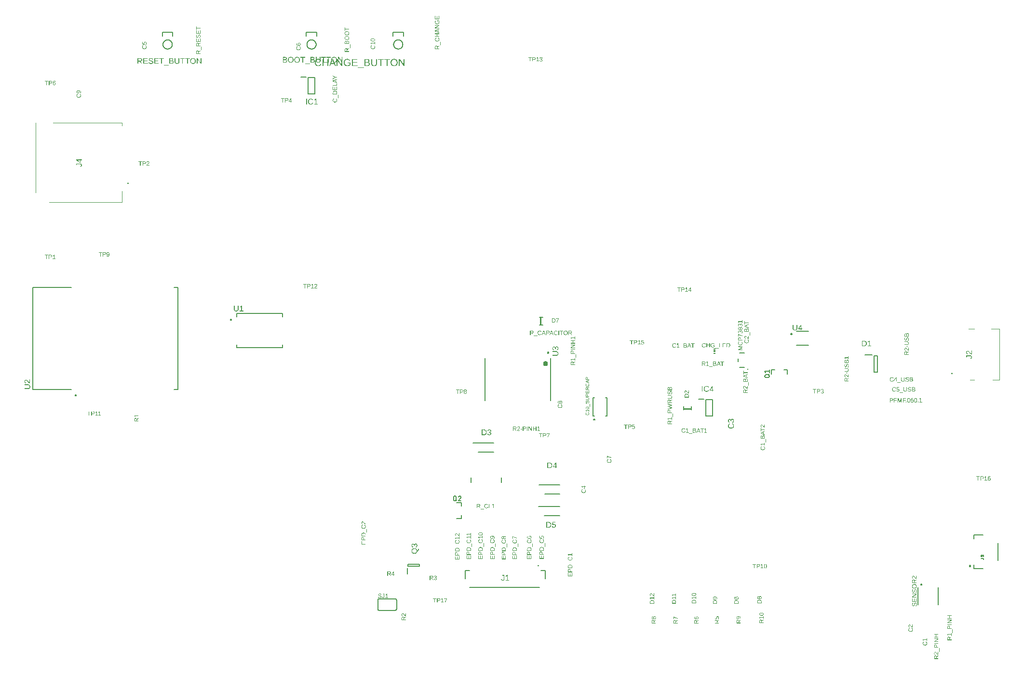
<source format=gbr>
G04 EAGLE Gerber RS-274X export*
G75*
%MOMM*%
%FSLAX34Y34*%
%LPD*%
%INSilkscreen Top*%
%IPPOS*%
%AMOC8*
5,1,8,0,0,1.08239X$1,22.5*%
G01*
G04 Define Apertures*
%ADD10C,0.127000*%
%ADD11C,0.200000*%
%ADD12R,0.300000X0.150000*%
%ADD13R,0.300000X0.300000*%
%ADD14C,0.150000*%
%ADD15C,0.250000*%
%ADD16C,0.100000*%
%ADD17C,0.203200*%
%ADD18C,0.152400*%
%ADD19C,0.254000*%
%ADD20C,0.400000*%
G36*
X453807Y949288D02*
X453433Y949298D01*
X453073Y949326D01*
X452726Y949375D01*
X452391Y949442D01*
X452070Y949529D01*
X451761Y949635D01*
X451466Y949760D01*
X451184Y949904D01*
X450916Y950067D01*
X450665Y950247D01*
X450430Y950444D01*
X450211Y950658D01*
X450009Y950889D01*
X449823Y951138D01*
X449653Y951404D01*
X449499Y951687D01*
X449363Y951984D01*
X449245Y952294D01*
X449145Y952616D01*
X449063Y952950D01*
X449000Y953296D01*
X448954Y953655D01*
X448927Y954025D01*
X448918Y954408D01*
X448938Y954983D01*
X448999Y955527D01*
X449100Y956038D01*
X449242Y956517D01*
X449424Y956963D01*
X449647Y957378D01*
X449910Y957759D01*
X450214Y958109D01*
X450554Y958422D01*
X450925Y958693D01*
X451328Y958922D01*
X451763Y959110D01*
X452230Y959256D01*
X452729Y959360D01*
X453259Y959423D01*
X453821Y959443D01*
X454191Y959434D01*
X454549Y959406D01*
X454894Y959359D01*
X455227Y959294D01*
X455547Y959209D01*
X455855Y959107D01*
X456150Y958985D01*
X456433Y958845D01*
X456702Y958686D01*
X456954Y958511D01*
X457190Y958319D01*
X457409Y958110D01*
X457613Y957884D01*
X457800Y957641D01*
X457970Y957381D01*
X458125Y957104D01*
X458262Y956812D01*
X458380Y956508D01*
X458481Y956190D01*
X458563Y955859D01*
X458627Y955516D01*
X458673Y955159D01*
X458700Y954790D01*
X458709Y954408D01*
X458700Y954027D01*
X458672Y953658D01*
X458626Y953301D01*
X458561Y952956D01*
X458478Y952623D01*
X458377Y952303D01*
X458256Y951994D01*
X458118Y951697D01*
X457962Y951415D01*
X457790Y951150D01*
X457601Y950901D01*
X457397Y950669D01*
X457177Y950455D01*
X456940Y950257D01*
X456688Y950076D01*
X456419Y949911D01*
X456136Y949765D01*
X455841Y949639D01*
X455533Y949531D01*
X455213Y949444D01*
X454880Y949376D01*
X454535Y949327D01*
X454177Y949298D01*
X453807Y949288D01*
G37*
%LPC*%
G36*
X453807Y950374D02*
X454222Y950390D01*
X454612Y950439D01*
X454977Y950522D01*
X455317Y950637D01*
X455632Y950785D01*
X455923Y950966D01*
X456189Y951181D01*
X456430Y951428D01*
X456644Y951705D01*
X456830Y952009D01*
X456987Y952341D01*
X457115Y952700D01*
X457215Y953086D01*
X457287Y953499D01*
X457329Y953940D01*
X457344Y954408D01*
X457329Y954856D01*
X457286Y955279D01*
X457214Y955678D01*
X457113Y956052D01*
X456984Y956401D01*
X456826Y956726D01*
X456639Y957025D01*
X456423Y957300D01*
X456181Y957546D01*
X455915Y957760D01*
X455625Y957940D01*
X455312Y958088D01*
X454975Y958203D01*
X454614Y958285D01*
X454229Y958334D01*
X453821Y958351D01*
X453409Y958335D01*
X453021Y958286D01*
X452658Y958205D01*
X452318Y958092D01*
X452003Y957946D01*
X451712Y957768D01*
X451445Y957557D01*
X451201Y957314D01*
X450985Y957042D01*
X450797Y956744D01*
X450638Y956420D01*
X450508Y956069D01*
X450407Y955693D01*
X450335Y955291D01*
X450291Y954862D01*
X450277Y954408D01*
X450291Y953956D01*
X450335Y953528D01*
X450408Y953124D01*
X450511Y952743D01*
X450642Y952387D01*
X450803Y952055D01*
X450993Y951747D01*
X451212Y951463D01*
X451457Y951207D01*
X451725Y950986D01*
X452015Y950799D01*
X452328Y950646D01*
X452664Y950527D01*
X453022Y950442D01*
X453403Y950391D01*
X453807Y950374D01*
G37*
%LPD*%
G36*
X464963Y949288D02*
X464590Y949298D01*
X464229Y949326D01*
X463882Y949375D01*
X463547Y949442D01*
X463226Y949529D01*
X462918Y949635D01*
X462622Y949760D01*
X462340Y949904D01*
X462073Y950067D01*
X461821Y950247D01*
X461586Y950444D01*
X461367Y950658D01*
X461165Y950889D01*
X460979Y951138D01*
X460809Y951404D01*
X460656Y951687D01*
X460519Y951984D01*
X460401Y952294D01*
X460301Y952616D01*
X460220Y952950D01*
X460156Y953296D01*
X460111Y953655D01*
X460083Y954025D01*
X460074Y954408D01*
X460095Y954983D01*
X460155Y955527D01*
X460257Y956038D01*
X460398Y956517D01*
X460581Y956963D01*
X460803Y957378D01*
X461066Y957759D01*
X461370Y958109D01*
X461710Y958422D01*
X462081Y958693D01*
X462485Y958922D01*
X462920Y959110D01*
X463386Y959256D01*
X463885Y959360D01*
X464415Y959423D01*
X464977Y959443D01*
X465347Y959434D01*
X465705Y959406D01*
X466050Y959359D01*
X466383Y959294D01*
X466703Y959209D01*
X467011Y959107D01*
X467307Y958985D01*
X467589Y958845D01*
X467858Y958686D01*
X468110Y958511D01*
X468346Y958319D01*
X468566Y958110D01*
X468769Y957884D01*
X468956Y957641D01*
X469127Y957381D01*
X469281Y957104D01*
X469418Y956812D01*
X469537Y956508D01*
X469637Y956190D01*
X469719Y955859D01*
X469783Y955516D01*
X469829Y955159D01*
X469857Y954790D01*
X469866Y954408D01*
X469856Y954027D01*
X469829Y953658D01*
X469782Y953301D01*
X469718Y952956D01*
X469635Y952623D01*
X469533Y952303D01*
X469413Y951994D01*
X469274Y951697D01*
X469118Y951415D01*
X468946Y951150D01*
X468758Y950901D01*
X468553Y950669D01*
X468333Y950455D01*
X468097Y950257D01*
X467844Y950076D01*
X467575Y949911D01*
X467293Y949765D01*
X466997Y949639D01*
X466689Y949531D01*
X466369Y949444D01*
X466036Y949376D01*
X465691Y949327D01*
X465333Y949298D01*
X464963Y949288D01*
G37*
%LPC*%
G36*
X464963Y950374D02*
X465378Y950390D01*
X465768Y950439D01*
X466133Y950522D01*
X466473Y950637D01*
X466789Y950785D01*
X467079Y950966D01*
X467345Y951181D01*
X467586Y951428D01*
X467800Y951705D01*
X467986Y952009D01*
X468143Y952341D01*
X468271Y952700D01*
X468371Y953086D01*
X468443Y953499D01*
X468486Y953940D01*
X468500Y954408D01*
X468486Y954856D01*
X468442Y955279D01*
X468370Y955678D01*
X468270Y956052D01*
X468140Y956401D01*
X467982Y956726D01*
X467795Y957025D01*
X467579Y957300D01*
X467337Y957546D01*
X467071Y957760D01*
X466781Y957940D01*
X466468Y958088D01*
X466131Y958203D01*
X465770Y958285D01*
X465385Y958334D01*
X464977Y958351D01*
X464565Y958335D01*
X464178Y958286D01*
X463814Y958205D01*
X463475Y958092D01*
X463159Y957946D01*
X462868Y957768D01*
X462601Y957557D01*
X462358Y957314D01*
X462141Y957042D01*
X461953Y956744D01*
X461794Y956420D01*
X461664Y956069D01*
X461563Y955693D01*
X461491Y955291D01*
X461448Y954862D01*
X461433Y954408D01*
X461448Y953956D01*
X461492Y953528D01*
X461565Y953124D01*
X461667Y952743D01*
X461798Y952387D01*
X461959Y952055D01*
X462149Y951747D01*
X462368Y951463D01*
X462613Y951207D01*
X462881Y950986D01*
X463171Y950799D01*
X463484Y950646D01*
X463820Y950527D01*
X464178Y950442D01*
X464559Y950391D01*
X464963Y950374D01*
G37*
%LPD*%
G36*
X530026Y949288D02*
X529652Y949298D01*
X529292Y949326D01*
X528944Y949375D01*
X528610Y949442D01*
X528289Y949529D01*
X527980Y949635D01*
X527685Y949760D01*
X527403Y949904D01*
X527135Y950067D01*
X526884Y950247D01*
X526649Y950444D01*
X526430Y950658D01*
X526228Y950889D01*
X526041Y951138D01*
X525872Y951404D01*
X525718Y951687D01*
X525582Y951984D01*
X525464Y952294D01*
X525364Y952616D01*
X525282Y952950D01*
X525219Y953296D01*
X525173Y953655D01*
X525146Y954025D01*
X525137Y954408D01*
X525157Y954983D01*
X525218Y955527D01*
X525319Y956038D01*
X525461Y956517D01*
X525643Y956963D01*
X525866Y957378D01*
X526129Y957759D01*
X526433Y958109D01*
X526772Y958422D01*
X527144Y958693D01*
X527547Y958922D01*
X527982Y959110D01*
X528449Y959256D01*
X528947Y959360D01*
X529478Y959423D01*
X530040Y959443D01*
X530410Y959434D01*
X530768Y959406D01*
X531113Y959359D01*
X531446Y959294D01*
X531766Y959209D01*
X532074Y959107D01*
X532369Y958985D01*
X532652Y958845D01*
X532920Y958686D01*
X533173Y958511D01*
X533409Y958319D01*
X533628Y958110D01*
X533831Y957884D01*
X534018Y957641D01*
X534189Y957381D01*
X534343Y957104D01*
X534480Y956812D01*
X534599Y956508D01*
X534700Y956190D01*
X534782Y955859D01*
X534846Y955516D01*
X534892Y955159D01*
X534919Y954790D01*
X534928Y954408D01*
X534919Y954027D01*
X534891Y953658D01*
X534845Y953301D01*
X534780Y952956D01*
X534697Y952623D01*
X534595Y952303D01*
X534475Y951994D01*
X534336Y951697D01*
X534180Y951415D01*
X534008Y951150D01*
X533820Y950901D01*
X533616Y950669D01*
X533396Y950455D01*
X533159Y950257D01*
X532907Y950076D01*
X532638Y949911D01*
X532355Y949765D01*
X532060Y949639D01*
X531752Y949531D01*
X531432Y949444D01*
X531099Y949376D01*
X530753Y949327D01*
X530396Y949298D01*
X530026Y949288D01*
G37*
%LPC*%
G36*
X530026Y950374D02*
X530440Y950390D01*
X530830Y950439D01*
X531195Y950522D01*
X531536Y950637D01*
X531851Y950785D01*
X532142Y950966D01*
X532408Y951181D01*
X532648Y951428D01*
X532863Y951705D01*
X533048Y952009D01*
X533205Y952341D01*
X533334Y952700D01*
X533434Y953086D01*
X533505Y953499D01*
X533548Y953940D01*
X533562Y954408D01*
X533548Y954856D01*
X533505Y955279D01*
X533433Y955678D01*
X533332Y956052D01*
X533203Y956401D01*
X533044Y956726D01*
X532857Y957025D01*
X532641Y957300D01*
X532399Y957546D01*
X532133Y957760D01*
X531844Y957940D01*
X531530Y958088D01*
X531193Y958203D01*
X530833Y958285D01*
X530448Y958334D01*
X530040Y958351D01*
X529628Y958335D01*
X529240Y958286D01*
X528877Y958205D01*
X528537Y958092D01*
X528222Y957946D01*
X527931Y957768D01*
X527663Y957557D01*
X527420Y957314D01*
X527203Y957042D01*
X527016Y956744D01*
X526857Y956420D01*
X526727Y956069D01*
X526626Y955693D01*
X526553Y955291D01*
X526510Y954862D01*
X526496Y954408D01*
X526510Y953956D01*
X526554Y953528D01*
X526627Y953124D01*
X526729Y952743D01*
X526861Y952387D01*
X527022Y952055D01*
X527211Y951747D01*
X527431Y951463D01*
X527676Y951207D01*
X527943Y950986D01*
X528234Y950799D01*
X528547Y950646D01*
X528883Y950527D01*
X529241Y950442D01*
X529622Y950391D01*
X530026Y950374D01*
G37*
%LPD*%
G36*
X443859Y949428D02*
X439853Y949428D01*
X439853Y959296D01*
X443439Y959296D01*
X443860Y959287D01*
X444253Y959259D01*
X444619Y959212D01*
X444959Y959147D01*
X445271Y959062D01*
X445556Y958959D01*
X445814Y958838D01*
X446044Y958698D01*
X446248Y958538D01*
X446424Y958361D01*
X446573Y958164D01*
X446696Y957949D01*
X446791Y957715D01*
X446858Y957462D01*
X446899Y957191D01*
X446913Y956901D01*
X446905Y956687D01*
X446882Y956481D01*
X446844Y956284D01*
X446790Y956096D01*
X446721Y955916D01*
X446637Y955745D01*
X446537Y955583D01*
X446422Y955430D01*
X446294Y955288D01*
X446214Y955214D01*
X446152Y955157D01*
X445998Y955039D01*
X445831Y954933D01*
X445651Y954839D01*
X445459Y954758D01*
X445253Y954689D01*
X445036Y954632D01*
X445321Y954589D01*
X445590Y954530D01*
X445842Y954455D01*
X446078Y954365D01*
X446296Y954258D01*
X446497Y954136D01*
X446682Y953998D01*
X446759Y953927D01*
X446850Y953844D01*
X446999Y953677D01*
X447129Y953499D01*
X447238Y953310D01*
X447328Y953111D01*
X447397Y952901D01*
X447447Y952681D01*
X447477Y952450D01*
X447487Y952209D01*
X447472Y951888D01*
X447427Y951587D01*
X447352Y951303D01*
X447247Y951038D01*
X447112Y950791D01*
X446947Y950562D01*
X446752Y950352D01*
X446528Y950160D01*
X446276Y949988D01*
X446001Y949840D01*
X445702Y949714D01*
X445381Y949611D01*
X445035Y949531D01*
X444667Y949474D01*
X444275Y949439D01*
X443859Y949428D01*
G37*
%LPC*%
G36*
X443789Y950500D02*
X444085Y950507D01*
X444360Y950528D01*
X444615Y950564D01*
X444848Y950613D01*
X445061Y950677D01*
X445253Y950756D01*
X445425Y950848D01*
X445575Y950955D01*
X445706Y951076D01*
X445820Y951210D01*
X445916Y951359D01*
X445995Y951522D01*
X446057Y951699D01*
X446100Y951890D01*
X446127Y952095D01*
X446135Y952314D01*
X446126Y952525D01*
X446097Y952722D01*
X446049Y952906D01*
X445982Y953077D01*
X445896Y953233D01*
X445791Y953376D01*
X445666Y953506D01*
X445522Y953622D01*
X445360Y953724D01*
X445178Y953812D01*
X444977Y953887D01*
X444756Y953949D01*
X444517Y953996D01*
X444259Y954030D01*
X443981Y954051D01*
X443684Y954058D01*
X441191Y954058D01*
X441191Y950500D01*
X443789Y950500D01*
G37*
G36*
X443439Y955101D02*
X443698Y955107D01*
X443941Y955126D01*
X444166Y955158D01*
X444375Y955202D01*
X444566Y955258D01*
X444741Y955328D01*
X444899Y955409D01*
X445039Y955504D01*
X445163Y955611D01*
X445271Y955732D01*
X445361Y955866D01*
X445436Y956014D01*
X445494Y956175D01*
X445535Y956350D01*
X445560Y956538D01*
X445568Y956740D01*
X445559Y956932D01*
X445534Y957111D01*
X445491Y957275D01*
X445431Y957425D01*
X445355Y957560D01*
X445261Y957682D01*
X445150Y957789D01*
X445022Y957882D01*
X444877Y957962D01*
X444718Y958032D01*
X444543Y958091D01*
X444353Y958139D01*
X443926Y958203D01*
X443439Y958225D01*
X441191Y958225D01*
X441191Y955101D01*
X443439Y955101D01*
G37*
%LPD*%
G36*
X492453Y949428D02*
X488447Y949428D01*
X488447Y959296D01*
X492033Y959296D01*
X492453Y959287D01*
X492847Y959259D01*
X493213Y959212D01*
X493552Y959147D01*
X493865Y959062D01*
X494149Y958959D01*
X494407Y958838D01*
X494638Y958698D01*
X494842Y958538D01*
X495018Y958361D01*
X495167Y958164D01*
X495289Y957949D01*
X495384Y957715D01*
X495452Y957462D01*
X495493Y957191D01*
X495506Y956901D01*
X495499Y956687D01*
X495476Y956481D01*
X495438Y956284D01*
X495384Y956096D01*
X495315Y955916D01*
X495231Y955745D01*
X495131Y955583D01*
X495016Y955430D01*
X494887Y955288D01*
X494808Y955214D01*
X494746Y955157D01*
X494591Y955039D01*
X494424Y954933D01*
X494245Y954839D01*
X494052Y954758D01*
X493847Y954689D01*
X493629Y954632D01*
X493915Y954589D01*
X494184Y954530D01*
X494436Y954455D01*
X494671Y954365D01*
X494890Y954258D01*
X495091Y954136D01*
X495276Y953998D01*
X495353Y953927D01*
X495443Y953844D01*
X495593Y953677D01*
X495722Y953499D01*
X495832Y953310D01*
X495921Y953111D01*
X495991Y952901D01*
X496041Y952681D01*
X496071Y952450D01*
X496081Y952209D01*
X496066Y951888D01*
X496021Y951587D01*
X495946Y951303D01*
X495841Y951038D01*
X495706Y950791D01*
X495541Y950562D01*
X495346Y950352D01*
X495121Y950160D01*
X494870Y949988D01*
X494595Y949840D01*
X494296Y949714D01*
X493974Y949611D01*
X493629Y949531D01*
X493260Y949474D01*
X492868Y949439D01*
X492453Y949428D01*
G37*
%LPC*%
G36*
X492383Y950500D02*
X492679Y950507D01*
X492954Y950528D01*
X493208Y950564D01*
X493442Y950613D01*
X493655Y950677D01*
X493847Y950756D01*
X494018Y950848D01*
X494169Y950955D01*
X494300Y951076D01*
X494414Y951210D01*
X494510Y951359D01*
X494589Y951522D01*
X494650Y951699D01*
X494694Y951890D01*
X494720Y952095D01*
X494729Y952314D01*
X494719Y952525D01*
X494691Y952722D01*
X494643Y952906D01*
X494576Y953077D01*
X494490Y953233D01*
X494384Y953376D01*
X494260Y953506D01*
X494116Y953622D01*
X493953Y953724D01*
X493772Y953812D01*
X493570Y953887D01*
X493350Y953949D01*
X493111Y953996D01*
X492852Y954030D01*
X492575Y954051D01*
X492278Y954058D01*
X489784Y954058D01*
X489784Y950500D01*
X492383Y950500D01*
G37*
G36*
X492033Y955101D02*
X492292Y955107D01*
X492534Y955126D01*
X492760Y955158D01*
X492968Y955202D01*
X493160Y955258D01*
X493335Y955328D01*
X493492Y955409D01*
X493633Y955504D01*
X493757Y955611D01*
X493864Y955732D01*
X493955Y955866D01*
X494030Y956014D01*
X494087Y956175D01*
X494129Y956350D01*
X494153Y956538D01*
X494162Y956740D01*
X494153Y956932D01*
X494128Y957111D01*
X494085Y957275D01*
X494025Y957425D01*
X493948Y957560D01*
X493854Y957682D01*
X493743Y957789D01*
X493615Y957882D01*
X493471Y957962D01*
X493312Y958032D01*
X493137Y958091D01*
X492947Y958139D01*
X492520Y958203D01*
X492033Y958225D01*
X489784Y958225D01*
X489784Y955101D01*
X492033Y955101D01*
G37*
%LPD*%
G36*
X537981Y949428D02*
X536790Y949428D01*
X536790Y959296D01*
X538345Y959296D01*
X543682Y950836D01*
X543619Y952019D01*
X543598Y952825D01*
X543598Y959296D01*
X544803Y959296D01*
X544803Y949428D01*
X543192Y949428D01*
X537911Y957833D01*
X537946Y957153D01*
X537981Y955984D01*
X537981Y949428D01*
G37*
G36*
X501952Y949288D02*
X501654Y949295D01*
X501366Y949316D01*
X501087Y949350D01*
X500818Y949398D01*
X500558Y949460D01*
X500308Y949536D01*
X500068Y949626D01*
X499837Y949729D01*
X499618Y949846D01*
X499411Y949975D01*
X499217Y950116D01*
X499035Y950270D01*
X498866Y950437D01*
X498710Y950616D01*
X498567Y950807D01*
X498436Y951011D01*
X498320Y951226D01*
X498219Y951451D01*
X498133Y951687D01*
X498063Y951932D01*
X498009Y952187D01*
X497970Y952453D01*
X497947Y952728D01*
X497939Y953014D01*
X497939Y959296D01*
X499277Y959296D01*
X499277Y953126D01*
X499288Y952798D01*
X499320Y952491D01*
X499373Y952204D01*
X499448Y951937D01*
X499545Y951691D01*
X499663Y951465D01*
X499802Y951259D01*
X499963Y951074D01*
X500144Y950910D01*
X500344Y950767D01*
X500564Y950647D01*
X500802Y950549D01*
X501059Y950472D01*
X501336Y950417D01*
X501631Y950384D01*
X501945Y950374D01*
X502269Y950385D01*
X502574Y950419D01*
X502860Y950475D01*
X503128Y950555D01*
X503378Y950657D01*
X503608Y950781D01*
X503821Y950929D01*
X504015Y951098D01*
X504188Y951290D01*
X504338Y951503D01*
X504465Y951736D01*
X504569Y951991D01*
X504650Y952266D01*
X504708Y952562D01*
X504742Y952879D01*
X504754Y953217D01*
X504754Y959296D01*
X506085Y959296D01*
X506085Y953140D01*
X506077Y952846D01*
X506053Y952562D01*
X506013Y952288D01*
X505958Y952025D01*
X505886Y951772D01*
X505799Y951529D01*
X505696Y951296D01*
X505577Y951074D01*
X505443Y950863D01*
X505297Y950665D01*
X505137Y950480D01*
X504964Y950308D01*
X504778Y950148D01*
X504579Y950002D01*
X504366Y949868D01*
X504141Y949747D01*
X503904Y949639D01*
X503656Y949546D01*
X503398Y949467D01*
X503130Y949403D01*
X502851Y949352D01*
X502562Y949317D01*
X502262Y949295D01*
X501952Y949288D01*
G37*
G36*
X475594Y949428D02*
X474263Y949428D01*
X474263Y958204D01*
X470873Y958204D01*
X470873Y959296D01*
X478984Y959296D01*
X478984Y958204D01*
X475594Y958204D01*
X475594Y949428D01*
G37*
G36*
X512250Y949428D02*
X510920Y949428D01*
X510920Y958204D01*
X507530Y958204D01*
X507530Y959296D01*
X515640Y959296D01*
X515640Y958204D01*
X512250Y958204D01*
X512250Y949428D01*
G37*
G36*
X521000Y949428D02*
X519670Y949428D01*
X519670Y958204D01*
X516280Y958204D01*
X516280Y959296D01*
X524390Y959296D01*
X524390Y958204D01*
X521000Y958204D01*
X521000Y949428D01*
G37*
G36*
X487440Y946577D02*
X479084Y946577D01*
X479084Y947488D01*
X487440Y947488D01*
X487440Y946577D01*
G37*
G36*
X1567618Y-75504D02*
X1567188Y-75489D01*
X1566781Y-75444D01*
X1566399Y-75370D01*
X1566041Y-75265D01*
X1565706Y-75131D01*
X1565396Y-74967D01*
X1565109Y-74773D01*
X1564846Y-74549D01*
X1564612Y-74298D01*
X1564408Y-74025D01*
X1564236Y-73729D01*
X1564095Y-73410D01*
X1563985Y-73068D01*
X1563907Y-72702D01*
X1563860Y-72314D01*
X1563844Y-71903D01*
X1563851Y-71614D01*
X1563873Y-71337D01*
X1563909Y-71072D01*
X1563959Y-70819D01*
X1564024Y-70579D01*
X1564104Y-70350D01*
X1564198Y-70134D01*
X1564306Y-69930D01*
X1564428Y-69738D01*
X1564565Y-69560D01*
X1564715Y-69394D01*
X1564879Y-69242D01*
X1565058Y-69103D01*
X1565250Y-68977D01*
X1565456Y-68864D01*
X1565676Y-68764D01*
X1565991Y-69714D01*
X1565687Y-69863D01*
X1565421Y-70050D01*
X1565194Y-70276D01*
X1565004Y-70541D01*
X1564855Y-70839D01*
X1564748Y-71164D01*
X1564684Y-71515D01*
X1564663Y-71893D01*
X1564675Y-72191D01*
X1564712Y-72473D01*
X1564774Y-72737D01*
X1564860Y-72985D01*
X1564971Y-73215D01*
X1565107Y-73428D01*
X1565268Y-73624D01*
X1565453Y-73803D01*
X1565659Y-73963D01*
X1565884Y-74102D01*
X1566128Y-74219D01*
X1566389Y-74315D01*
X1566669Y-74390D01*
X1566967Y-74443D01*
X1567283Y-74475D01*
X1567618Y-74486D01*
X1567950Y-74475D01*
X1568264Y-74441D01*
X1568563Y-74386D01*
X1568844Y-74308D01*
X1569109Y-74208D01*
X1569358Y-74086D01*
X1569589Y-73941D01*
X1569804Y-73775D01*
X1569998Y-73589D01*
X1570166Y-73388D01*
X1570308Y-73171D01*
X1570424Y-72938D01*
X1570515Y-72690D01*
X1570579Y-72426D01*
X1570618Y-72146D01*
X1570631Y-71851D01*
X1570607Y-71474D01*
X1570535Y-71122D01*
X1570415Y-70794D01*
X1570246Y-70490D01*
X1570030Y-70210D01*
X1569766Y-69954D01*
X1569453Y-69723D01*
X1569093Y-69515D01*
X1569502Y-68696D01*
X1569734Y-68816D01*
X1569951Y-68948D01*
X1570155Y-69091D01*
X1570344Y-69245D01*
X1570518Y-69412D01*
X1570678Y-69589D01*
X1570825Y-69779D01*
X1570956Y-69980D01*
X1571073Y-70190D01*
X1571175Y-70409D01*
X1571260Y-70637D01*
X1571330Y-70873D01*
X1571385Y-71116D01*
X1571424Y-71369D01*
X1571447Y-71629D01*
X1571455Y-71898D01*
X1571448Y-72173D01*
X1571426Y-72438D01*
X1571390Y-72694D01*
X1571339Y-72941D01*
X1571274Y-73178D01*
X1571194Y-73405D01*
X1571099Y-73624D01*
X1570990Y-73832D01*
X1570868Y-74030D01*
X1570733Y-74216D01*
X1570586Y-74390D01*
X1570426Y-74551D01*
X1570254Y-74701D01*
X1570069Y-74838D01*
X1569872Y-74963D01*
X1569662Y-75076D01*
X1569442Y-75177D01*
X1569211Y-75263D01*
X1568970Y-75337D01*
X1568720Y-75397D01*
X1568459Y-75444D01*
X1568189Y-75477D01*
X1567908Y-75497D01*
X1567618Y-75504D01*
G37*
G36*
X1571350Y-67481D02*
X1570547Y-67481D01*
X1570547Y-65597D01*
X1564857Y-65597D01*
X1566049Y-67266D01*
X1565156Y-67266D01*
X1563954Y-65518D01*
X1563954Y-64647D01*
X1570547Y-64647D01*
X1570547Y-62846D01*
X1571350Y-62846D01*
X1571350Y-67481D01*
G37*
G36*
X598049Y986789D02*
X597588Y986798D01*
X597156Y986828D01*
X596755Y986876D01*
X596383Y986944D01*
X596041Y987032D01*
X595729Y987139D01*
X595446Y987265D01*
X595194Y987411D01*
X594971Y987577D01*
X594778Y987767D01*
X594615Y987979D01*
X594481Y988213D01*
X594378Y988470D01*
X594303Y988750D01*
X594259Y989052D01*
X594244Y989376D01*
X594259Y989692D01*
X594304Y989987D01*
X594379Y990260D01*
X594484Y990512D01*
X594619Y990743D01*
X594784Y990952D01*
X594979Y991139D01*
X595204Y991305D01*
X595459Y991451D01*
X595743Y991578D01*
X596055Y991684D01*
X596396Y991772D01*
X596766Y991840D01*
X597165Y991889D01*
X597593Y991918D01*
X598049Y991927D01*
X598499Y991917D01*
X598921Y991887D01*
X599316Y991836D01*
X599683Y991764D01*
X600023Y991672D01*
X600336Y991560D01*
X600621Y991427D01*
X600879Y991274D01*
X601108Y991101D01*
X601306Y990908D01*
X601474Y990696D01*
X601611Y990465D01*
X601718Y990214D01*
X601794Y989944D01*
X601840Y989654D01*
X601855Y989345D01*
X601840Y989036D01*
X601794Y988747D01*
X601718Y988478D01*
X601612Y988228D01*
X601476Y987999D01*
X601309Y987789D01*
X601112Y987599D01*
X600884Y987429D01*
X600627Y987279D01*
X600343Y987149D01*
X600030Y987039D01*
X599690Y986949D01*
X599322Y986879D01*
X598925Y986829D01*
X598501Y986799D01*
X598049Y986789D01*
G37*
%LPC*%
G36*
X598049Y987744D02*
X598430Y987750D01*
X598784Y987768D01*
X599112Y987798D01*
X599413Y987840D01*
X599688Y987895D01*
X599936Y987961D01*
X600158Y988039D01*
X600354Y988130D01*
X600525Y988233D01*
X600673Y988351D01*
X600798Y988483D01*
X600901Y988629D01*
X600981Y988789D01*
X601038Y988964D01*
X601072Y989153D01*
X601083Y989355D01*
X601072Y989557D01*
X601037Y989745D01*
X600979Y989919D01*
X600897Y990078D01*
X600792Y990224D01*
X600664Y990356D01*
X600513Y990474D01*
X600338Y990578D01*
X600139Y990670D01*
X599915Y990748D01*
X599667Y990815D01*
X599393Y990870D01*
X599095Y990912D01*
X598771Y990943D01*
X598423Y990961D01*
X598049Y990967D01*
X597663Y990961D01*
X597304Y990944D01*
X596973Y990915D01*
X596669Y990874D01*
X596393Y990822D01*
X596144Y990759D01*
X595923Y990684D01*
X595729Y990597D01*
X595561Y990497D01*
X595415Y990382D01*
X595291Y990252D01*
X595190Y990107D01*
X595111Y989947D01*
X595055Y989772D01*
X595022Y989582D01*
X595010Y989376D01*
X595021Y989166D01*
X595055Y988971D01*
X595110Y988792D01*
X595187Y988628D01*
X595287Y988479D01*
X595409Y988345D01*
X595553Y988227D01*
X595719Y988125D01*
X595910Y988035D01*
X596130Y987958D01*
X596379Y987893D01*
X596656Y987839D01*
X596961Y987798D01*
X597296Y987768D01*
X597658Y987750D01*
X598049Y987744D01*
G37*
%LPD*%
G36*
X598018Y973196D02*
X597588Y973211D01*
X597181Y973256D01*
X596799Y973330D01*
X596441Y973435D01*
X596106Y973569D01*
X595796Y973733D01*
X595509Y973927D01*
X595246Y974151D01*
X595012Y974402D01*
X594808Y974675D01*
X594636Y974971D01*
X594495Y975290D01*
X594385Y975632D01*
X594307Y975998D01*
X594260Y976386D01*
X594244Y976797D01*
X594251Y977086D01*
X594273Y977363D01*
X594309Y977628D01*
X594359Y977881D01*
X594424Y978121D01*
X594504Y978350D01*
X594598Y978566D01*
X594706Y978770D01*
X594828Y978962D01*
X594965Y979140D01*
X595115Y979306D01*
X595279Y979458D01*
X595458Y979597D01*
X595650Y979723D01*
X595856Y979836D01*
X596076Y979936D01*
X596391Y978986D01*
X596087Y978837D01*
X595821Y978650D01*
X595594Y978424D01*
X595404Y978159D01*
X595255Y977861D01*
X595148Y977536D01*
X595084Y977185D01*
X595063Y976807D01*
X595075Y976509D01*
X595112Y976227D01*
X595174Y975963D01*
X595260Y975715D01*
X595371Y975485D01*
X595507Y975272D01*
X595668Y975076D01*
X595853Y974897D01*
X596059Y974737D01*
X596284Y974598D01*
X596528Y974481D01*
X596789Y974385D01*
X597069Y974310D01*
X597367Y974257D01*
X597683Y974225D01*
X598018Y974214D01*
X598350Y974225D01*
X598664Y974259D01*
X598963Y974314D01*
X599244Y974392D01*
X599509Y974492D01*
X599758Y974614D01*
X599989Y974759D01*
X600204Y974925D01*
X600398Y975111D01*
X600566Y975312D01*
X600708Y975529D01*
X600824Y975762D01*
X600915Y976010D01*
X600979Y976274D01*
X601018Y976554D01*
X601031Y976849D01*
X601007Y977226D01*
X600935Y977578D01*
X600815Y977906D01*
X600646Y978210D01*
X600430Y978490D01*
X600166Y978746D01*
X599853Y978977D01*
X599493Y979185D01*
X599902Y980004D01*
X600134Y979884D01*
X600351Y979752D01*
X600555Y979609D01*
X600744Y979455D01*
X600918Y979288D01*
X601078Y979111D01*
X601225Y978921D01*
X601356Y978720D01*
X601473Y978510D01*
X601575Y978291D01*
X601660Y978063D01*
X601730Y977828D01*
X601785Y977584D01*
X601824Y977331D01*
X601847Y977071D01*
X601855Y976802D01*
X601848Y976527D01*
X601826Y976262D01*
X601790Y976006D01*
X601739Y975759D01*
X601674Y975522D01*
X601594Y975295D01*
X601499Y975076D01*
X601390Y974868D01*
X601268Y974670D01*
X601133Y974484D01*
X600986Y974310D01*
X600826Y974149D01*
X600654Y973999D01*
X600469Y973862D01*
X600272Y973737D01*
X600062Y973624D01*
X599842Y973523D01*
X599611Y973437D01*
X599370Y973363D01*
X599120Y973303D01*
X598859Y973256D01*
X598589Y973223D01*
X598308Y973203D01*
X598018Y973196D01*
G37*
G36*
X601750Y981219D02*
X600947Y981219D01*
X600947Y983103D01*
X595257Y983103D01*
X596449Y981434D01*
X595556Y981434D01*
X594354Y983182D01*
X594354Y984053D01*
X600947Y984053D01*
X600947Y985854D01*
X601750Y985854D01*
X601750Y981219D01*
G37*
G36*
X974806Y340112D02*
X974436Y340120D01*
X974090Y340143D01*
X973768Y340182D01*
X973469Y340237D01*
X973195Y340307D01*
X972944Y340393D01*
X972718Y340494D01*
X972515Y340611D01*
X972337Y340745D01*
X972182Y340897D01*
X972051Y341067D01*
X971944Y341255D01*
X971860Y341461D01*
X971801Y341686D01*
X971765Y341928D01*
X971753Y342188D01*
X971765Y342442D01*
X971801Y342678D01*
X971861Y342898D01*
X971946Y343100D01*
X972054Y343285D01*
X972187Y343452D01*
X972343Y343603D01*
X972524Y343736D01*
X972728Y343853D01*
X972955Y343954D01*
X973206Y344040D01*
X973480Y344110D01*
X973777Y344165D01*
X974097Y344204D01*
X974440Y344227D01*
X974806Y344235D01*
X975167Y344227D01*
X975506Y344202D01*
X975822Y344161D01*
X976117Y344104D01*
X976390Y344030D01*
X976641Y343940D01*
X976869Y343834D01*
X977076Y343711D01*
X977260Y343572D01*
X977419Y343418D01*
X977554Y343247D01*
X977664Y343062D01*
X977749Y342861D01*
X977811Y342644D01*
X977847Y342411D01*
X977860Y342163D01*
X977847Y341915D01*
X977811Y341683D01*
X977750Y341467D01*
X977665Y341267D01*
X977555Y341083D01*
X977421Y340915D01*
X977263Y340762D01*
X977080Y340626D01*
X976874Y340506D01*
X976646Y340401D01*
X976395Y340313D01*
X976122Y340241D01*
X975827Y340184D01*
X975509Y340144D01*
X975169Y340120D01*
X974806Y340112D01*
G37*
%LPC*%
G36*
X974806Y340879D02*
X975396Y340898D01*
X975900Y340956D01*
X976121Y341000D01*
X976320Y341053D01*
X976498Y341116D01*
X976655Y341188D01*
X976792Y341271D01*
X976911Y341366D01*
X977012Y341472D01*
X977094Y341589D01*
X977158Y341717D01*
X977204Y341857D01*
X977231Y342009D01*
X977240Y342172D01*
X977231Y342333D01*
X977203Y342484D01*
X977156Y342623D01*
X977091Y342752D01*
X977007Y342869D01*
X976904Y342975D01*
X976783Y343069D01*
X976642Y343153D01*
X976483Y343226D01*
X976303Y343289D01*
X975884Y343387D01*
X975385Y343445D01*
X974806Y343465D01*
X974208Y343446D01*
X973699Y343390D01*
X973278Y343298D01*
X973100Y343237D01*
X972945Y343168D01*
X972810Y343087D01*
X972692Y342995D01*
X972593Y342891D01*
X972512Y342774D01*
X972449Y342646D01*
X972404Y342506D01*
X972377Y342353D01*
X972368Y342188D01*
X972377Y342020D01*
X972403Y341864D01*
X972448Y341720D01*
X972510Y341588D01*
X972590Y341468D01*
X972688Y341361D01*
X972803Y341267D01*
X972936Y341184D01*
X973090Y341112D01*
X973266Y341050D01*
X973466Y340998D01*
X973688Y340955D01*
X974201Y340898D01*
X974806Y340879D01*
G37*
%LPD*%
G36*
X977775Y373577D02*
X971841Y373577D01*
X971841Y376369D01*
X971848Y376612D01*
X971869Y376841D01*
X971905Y377056D01*
X971954Y377257D01*
X972017Y377443D01*
X972094Y377615D01*
X972185Y377773D01*
X972290Y377916D01*
X972408Y378044D01*
X972536Y378155D01*
X972676Y378249D01*
X972826Y378325D01*
X972988Y378385D01*
X973161Y378428D01*
X973344Y378453D01*
X973539Y378462D01*
X973856Y378438D01*
X974147Y378365D01*
X974412Y378245D01*
X974650Y378076D01*
X974855Y377866D01*
X974969Y377693D01*
X975018Y377618D01*
X975139Y377334D01*
X975219Y377013D01*
X976307Y377730D01*
X977775Y378698D01*
X977775Y377771D01*
X975312Y376230D01*
X975312Y374381D01*
X977775Y374381D01*
X977775Y373577D01*
G37*
%LPC*%
G36*
X974676Y374381D02*
X974676Y376322D01*
X974657Y376622D01*
X974602Y376886D01*
X974509Y377114D01*
X974379Y377306D01*
X974216Y377458D01*
X974022Y377566D01*
X973800Y377632D01*
X973547Y377653D01*
X973303Y377631D01*
X973091Y377565D01*
X972909Y377455D01*
X972757Y377302D01*
X972639Y377106D01*
X972554Y376873D01*
X972503Y376600D01*
X972486Y376289D01*
X972486Y374381D01*
X974676Y374381D01*
G37*
%LPD*%
G36*
X977775Y362077D02*
X971841Y362077D01*
X971841Y364574D01*
X971849Y364816D01*
X971871Y365045D01*
X971907Y365259D01*
X971958Y365459D01*
X972024Y365646D01*
X972104Y365818D01*
X972199Y365976D01*
X972309Y366120D01*
X972432Y366248D01*
X972567Y366359D01*
X972713Y366453D01*
X972872Y366530D01*
X973043Y366590D01*
X973226Y366633D01*
X973420Y366658D01*
X973627Y366667D01*
X973832Y366658D01*
X974027Y366633D01*
X974210Y366590D01*
X974383Y366530D01*
X974545Y366452D01*
X974696Y366358D01*
X974837Y366246D01*
X974966Y366117D01*
X975083Y365974D01*
X975184Y365818D01*
X975269Y365650D01*
X975339Y365469D01*
X975393Y365277D01*
X975432Y365072D01*
X975456Y364854D01*
X975463Y364624D01*
X975463Y362881D01*
X977775Y362881D01*
X977775Y362077D01*
G37*
%LPC*%
G36*
X974827Y362881D02*
X974827Y364511D01*
X974809Y364827D01*
X974753Y365100D01*
X974660Y365332D01*
X974529Y365522D01*
X974362Y365669D01*
X974157Y365774D01*
X973915Y365837D01*
X973636Y365858D01*
X973366Y365837D01*
X973133Y365772D01*
X972935Y365664D01*
X972773Y365513D01*
X972647Y365319D01*
X972558Y365081D01*
X972504Y364801D01*
X972486Y364477D01*
X972486Y362881D01*
X974827Y362881D01*
G37*
%LPD*%
G36*
X977775Y391795D02*
X971841Y391795D01*
X971841Y394293D01*
X971849Y394535D01*
X971871Y394764D01*
X971907Y394978D01*
X971958Y395178D01*
X972024Y395364D01*
X972104Y395536D01*
X972199Y395694D01*
X972309Y395838D01*
X972432Y395967D01*
X972567Y396078D01*
X972713Y396172D01*
X972872Y396249D01*
X973043Y396309D01*
X973226Y396352D01*
X973420Y396377D01*
X973627Y396386D01*
X973832Y396377D01*
X974027Y396351D01*
X974210Y396308D01*
X974383Y396248D01*
X974545Y396171D01*
X974696Y396077D01*
X974837Y395965D01*
X974966Y395836D01*
X975083Y395693D01*
X975184Y395537D01*
X975269Y395369D01*
X975339Y395188D01*
X975393Y394995D01*
X975432Y394790D01*
X975456Y394573D01*
X975463Y394343D01*
X975463Y392600D01*
X977775Y392600D01*
X977775Y391795D01*
G37*
%LPC*%
G36*
X974827Y392600D02*
X974827Y394230D01*
X974809Y394545D01*
X974753Y394819D01*
X974660Y395051D01*
X974529Y395240D01*
X974362Y395388D01*
X974157Y395493D01*
X973915Y395556D01*
X973636Y395577D01*
X973366Y395556D01*
X973133Y395491D01*
X972935Y395383D01*
X972773Y395232D01*
X972647Y395038D01*
X972558Y394800D01*
X972504Y394520D01*
X972486Y394196D01*
X972486Y392600D01*
X974827Y392600D01*
G37*
%LPD*%
G36*
X977775Y385323D02*
X971841Y387745D01*
X971841Y388659D01*
X977775Y391043D01*
X977775Y390221D01*
X976040Y389543D01*
X976040Y386840D01*
X977775Y386157D01*
X977775Y385323D01*
G37*
%LPC*%
G36*
X975413Y387084D02*
X975413Y389303D01*
X973454Y388541D01*
X972797Y388305D01*
X972448Y388191D01*
X972566Y388153D01*
X972965Y388023D01*
X973463Y387842D01*
X975413Y387084D01*
G37*
%LPD*%
G36*
X977775Y367827D02*
X971841Y367827D01*
X971841Y372329D01*
X972498Y372329D01*
X972498Y368631D01*
X974402Y368631D01*
X974402Y372076D01*
X975051Y372076D01*
X975051Y368631D01*
X977118Y368631D01*
X977118Y372501D01*
X977775Y372501D01*
X977775Y367827D01*
G37*
G36*
X976352Y349761D02*
X976196Y350540D01*
X976446Y350626D01*
X976660Y350750D01*
X976838Y350913D01*
X976981Y351113D01*
X977091Y351351D01*
X977169Y351630D01*
X977216Y351947D01*
X977232Y352304D01*
X977215Y352672D01*
X977165Y352995D01*
X977082Y353273D01*
X976965Y353507D01*
X976815Y353692D01*
X976635Y353824D01*
X976532Y353871D01*
X976423Y353904D01*
X976305Y353923D01*
X976179Y353930D01*
X976041Y353922D01*
X975916Y353897D01*
X975805Y353855D01*
X975708Y353797D01*
X975542Y353638D01*
X975409Y353425D01*
X975300Y353161D01*
X975211Y352852D01*
X975038Y352115D01*
X974882Y351496D01*
X974726Y351047D01*
X974561Y350721D01*
X974379Y350472D01*
X974171Y350287D01*
X973930Y350150D01*
X973797Y350101D01*
X973654Y350067D01*
X973502Y350046D01*
X973341Y350039D01*
X973156Y350048D01*
X972981Y350075D01*
X972818Y350121D01*
X972666Y350184D01*
X972524Y350267D01*
X972394Y350367D01*
X972274Y350485D01*
X972166Y350622D01*
X972069Y350776D01*
X971985Y350945D01*
X971914Y351130D01*
X971856Y351331D01*
X971811Y351548D01*
X971779Y351780D01*
X971759Y352028D01*
X971753Y352292D01*
X971772Y352767D01*
X971830Y353184D01*
X971927Y353540D01*
X972063Y353837D01*
X972147Y353966D01*
X972245Y354085D01*
X972481Y354292D01*
X972772Y354460D01*
X973118Y354587D01*
X973256Y353795D01*
X973037Y353715D01*
X972850Y353606D01*
X972695Y353467D01*
X972572Y353298D01*
X972479Y353097D01*
X972413Y352861D01*
X972373Y352590D01*
X972359Y352283D01*
X972374Y351949D01*
X972418Y351656D01*
X972492Y351405D01*
X972595Y351197D01*
X972728Y351033D01*
X972889Y350916D01*
X973079Y350845D01*
X973299Y350822D01*
X973430Y350831D01*
X973549Y350858D01*
X973656Y350904D01*
X973751Y350967D01*
X973917Y351145D01*
X974055Y351386D01*
X974120Y351557D01*
X974193Y351796D01*
X974360Y352477D01*
X974488Y353022D01*
X974560Y353288D01*
X974644Y353543D01*
X974743Y353783D01*
X974857Y354008D01*
X974993Y354211D01*
X975156Y354385D01*
X975349Y354528D01*
X975573Y354635D01*
X975834Y354703D01*
X976137Y354726D01*
X976337Y354716D01*
X976525Y354686D01*
X976701Y354636D01*
X976866Y354565D01*
X977019Y354475D01*
X977160Y354365D01*
X977291Y354234D01*
X977409Y354084D01*
X977515Y353915D01*
X977606Y353730D01*
X977684Y353528D01*
X977747Y353310D01*
X977796Y353076D01*
X977831Y352825D01*
X977853Y352558D01*
X977860Y352275D01*
X977854Y352011D01*
X977836Y351761D01*
X977807Y351526D01*
X977765Y351304D01*
X977712Y351097D01*
X977648Y350905D01*
X977571Y350726D01*
X977483Y350562D01*
X977383Y350412D01*
X977271Y350276D01*
X977147Y350155D01*
X977011Y350047D01*
X976864Y349954D01*
X976705Y349876D01*
X976534Y349811D01*
X976352Y349761D01*
G37*
G36*
X975619Y355784D02*
X971841Y355784D01*
X971841Y356589D01*
X975552Y356589D01*
X975749Y356595D01*
X975934Y356615D01*
X976106Y356647D01*
X976267Y356692D01*
X976415Y356750D01*
X976551Y356821D01*
X976674Y356905D01*
X976786Y357002D01*
X976884Y357110D01*
X976970Y357231D01*
X977042Y357363D01*
X977102Y357506D01*
X977148Y357661D01*
X977180Y357827D01*
X977200Y358004D01*
X977207Y358193D01*
X977200Y358388D01*
X977180Y358571D01*
X977146Y358743D01*
X977098Y358905D01*
X977037Y359055D01*
X976962Y359193D01*
X976873Y359321D01*
X976771Y359438D01*
X976656Y359542D01*
X976528Y359632D01*
X976387Y359709D01*
X976234Y359771D01*
X976069Y359820D01*
X975891Y359854D01*
X975700Y359875D01*
X975497Y359882D01*
X971841Y359882D01*
X971841Y360682D01*
X975543Y360682D01*
X975891Y360663D01*
X976214Y360606D01*
X976512Y360511D01*
X976786Y360377D01*
X977031Y360209D01*
X977246Y360009D01*
X977430Y359777D01*
X977584Y359514D01*
X977704Y359222D01*
X977791Y358906D01*
X977842Y358564D01*
X977860Y358198D01*
X977843Y357845D01*
X977793Y357515D01*
X977710Y357209D01*
X977594Y356926D01*
X977447Y356669D01*
X977269Y356444D01*
X977061Y356248D01*
X976824Y356083D01*
X976559Y355953D01*
X976270Y355859D01*
X975957Y355803D01*
X975619Y355784D01*
G37*
G36*
X974781Y329213D02*
X974436Y329225D01*
X974110Y329261D01*
X973803Y329321D01*
X973515Y329405D01*
X973247Y329513D01*
X972998Y329644D01*
X972768Y329800D01*
X972557Y329980D01*
X972369Y330181D01*
X972205Y330400D01*
X972067Y330638D01*
X971954Y330894D01*
X971866Y331168D01*
X971803Y331461D01*
X971766Y331773D01*
X971753Y332102D01*
X971776Y332557D01*
X971846Y332972D01*
X971961Y333348D01*
X972124Y333686D01*
X972331Y333983D01*
X972584Y334238D01*
X972881Y334450D01*
X973223Y334621D01*
X973475Y333859D01*
X973232Y333740D01*
X973019Y333589D01*
X972836Y333408D01*
X972684Y333195D01*
X972564Y332956D01*
X972478Y332696D01*
X972427Y332414D01*
X972410Y332111D01*
X972420Y331871D01*
X972450Y331645D01*
X972499Y331433D01*
X972568Y331235D01*
X972658Y331050D01*
X972767Y330879D01*
X972895Y330722D01*
X973044Y330578D01*
X973210Y330449D01*
X973390Y330338D01*
X973585Y330244D01*
X973795Y330167D01*
X974020Y330107D01*
X974259Y330065D01*
X974513Y330039D01*
X974781Y330030D01*
X975047Y330039D01*
X975300Y330066D01*
X975539Y330111D01*
X975765Y330173D01*
X975977Y330253D01*
X976177Y330351D01*
X976363Y330467D01*
X976535Y330601D01*
X976691Y330750D01*
X976825Y330911D01*
X976939Y331086D01*
X977033Y331272D01*
X977105Y331471D01*
X977157Y331683D01*
X977188Y331908D01*
X977198Y332144D01*
X977179Y332446D01*
X977121Y332729D01*
X977025Y332992D01*
X976890Y333236D01*
X976716Y333461D01*
X976504Y333666D01*
X976254Y333852D01*
X975964Y334019D01*
X976293Y334676D01*
X976653Y334474D01*
X976968Y334235D01*
X977237Y333959D01*
X977459Y333646D01*
X977635Y333301D01*
X977760Y332929D01*
X977835Y332531D01*
X977853Y332322D01*
X977860Y332107D01*
X977836Y331673D01*
X977766Y331270D01*
X977650Y330897D01*
X977487Y330555D01*
X977281Y330247D01*
X977034Y329978D01*
X976748Y329748D01*
X976421Y329557D01*
X976059Y329406D01*
X975665Y329299D01*
X975239Y329235D01*
X974781Y329213D01*
G37*
G36*
X974781Y379526D02*
X974436Y379538D01*
X974110Y379574D01*
X973803Y379634D01*
X973515Y379717D01*
X973247Y379825D01*
X972998Y379957D01*
X972768Y380113D01*
X972557Y380292D01*
X972369Y380493D01*
X972205Y380712D01*
X972067Y380950D01*
X971954Y381206D01*
X971866Y381481D01*
X971803Y381774D01*
X971766Y382085D01*
X971753Y382415D01*
X971776Y382869D01*
X971846Y383284D01*
X971961Y383661D01*
X972124Y383998D01*
X972331Y384295D01*
X972584Y384550D01*
X972881Y384763D01*
X973223Y384933D01*
X973475Y384171D01*
X973232Y384052D01*
X973019Y383902D01*
X972836Y383721D01*
X972684Y383508D01*
X972564Y383269D01*
X972478Y383008D01*
X972427Y382726D01*
X972410Y382423D01*
X972420Y382184D01*
X972450Y381958D01*
X972499Y381746D01*
X972568Y381547D01*
X972658Y381363D01*
X972767Y381191D01*
X972895Y381034D01*
X973044Y380890D01*
X973210Y380762D01*
X973390Y380651D01*
X973585Y380557D01*
X973795Y380480D01*
X974020Y380420D01*
X974259Y380377D01*
X974513Y380351D01*
X974781Y380343D01*
X975047Y380352D01*
X975300Y380378D01*
X975539Y380423D01*
X975765Y380485D01*
X975977Y380566D01*
X976177Y380664D01*
X976363Y380780D01*
X976535Y380913D01*
X976691Y381062D01*
X976825Y381224D01*
X976939Y381398D01*
X977033Y381585D01*
X977105Y381784D01*
X977157Y381996D01*
X977188Y382220D01*
X977198Y382457D01*
X977179Y382759D01*
X977121Y383042D01*
X977025Y383305D01*
X976890Y383549D01*
X976716Y383773D01*
X976504Y383979D01*
X976254Y384164D01*
X975964Y384331D01*
X976293Y384988D01*
X976653Y384786D01*
X976968Y384547D01*
X977237Y384271D01*
X977459Y383958D01*
X977635Y383613D01*
X977760Y383242D01*
X977835Y382844D01*
X977853Y382635D01*
X977860Y382419D01*
X977836Y381986D01*
X977766Y381583D01*
X977650Y381210D01*
X977487Y380867D01*
X977281Y380559D01*
X977034Y380290D01*
X976748Y380060D01*
X976421Y379869D01*
X976059Y379719D01*
X975665Y379612D01*
X975239Y379547D01*
X974781Y379526D01*
G37*
G36*
X977775Y335651D02*
X977131Y335651D01*
X977131Y337163D01*
X972566Y337163D01*
X973522Y335824D01*
X972806Y335824D01*
X971841Y337226D01*
X971841Y337925D01*
X977131Y337925D01*
X977131Y339370D01*
X977775Y339370D01*
X977775Y335651D01*
G37*
G36*
X979489Y344457D02*
X978942Y344457D01*
X978942Y349481D01*
X979489Y349481D01*
X979489Y344457D01*
G37*
G36*
X1146953Y448350D02*
X1143951Y448350D01*
X1143951Y455746D01*
X1146638Y455746D01*
X1146953Y455739D01*
X1147248Y455718D01*
X1147523Y455683D01*
X1147777Y455634D01*
X1148011Y455571D01*
X1148225Y455493D01*
X1148418Y455402D01*
X1148591Y455297D01*
X1148743Y455178D01*
X1148875Y455045D01*
X1148987Y454897D01*
X1149079Y454736D01*
X1149150Y454561D01*
X1149201Y454371D01*
X1149231Y454168D01*
X1149242Y453951D01*
X1149219Y453636D01*
X1149150Y453347D01*
X1149035Y453085D01*
X1148874Y452848D01*
X1148717Y452690D01*
X1148671Y452644D01*
X1148431Y452476D01*
X1148152Y452345D01*
X1147835Y452250D01*
X1148049Y452218D01*
X1148251Y452174D01*
X1148439Y452118D01*
X1148616Y452050D01*
X1148779Y451970D01*
X1148930Y451878D01*
X1149069Y451775D01*
X1149127Y451722D01*
X1149194Y451660D01*
X1149306Y451534D01*
X1149403Y451401D01*
X1149485Y451260D01*
X1149553Y451110D01*
X1149605Y450953D01*
X1149642Y450788D01*
X1149665Y450615D01*
X1149672Y450434D01*
X1149661Y450194D01*
X1149627Y449968D01*
X1149571Y449755D01*
X1149492Y449557D01*
X1149391Y449372D01*
X1149268Y449200D01*
X1149121Y449043D01*
X1148953Y448899D01*
X1148764Y448770D01*
X1148558Y448659D01*
X1148335Y448564D01*
X1148093Y448487D01*
X1147835Y448427D01*
X1147558Y448384D01*
X1147264Y448359D01*
X1146953Y448350D01*
G37*
%LPC*%
G36*
X1146901Y449153D02*
X1147329Y449174D01*
X1147694Y449238D01*
X1147854Y449286D01*
X1147998Y449345D01*
X1148126Y449414D01*
X1148239Y449494D01*
X1148337Y449585D01*
X1148423Y449686D01*
X1148495Y449797D01*
X1148554Y449919D01*
X1148600Y450052D01*
X1148633Y450195D01*
X1148652Y450349D01*
X1148659Y450513D01*
X1148652Y450671D01*
X1148630Y450819D01*
X1148594Y450957D01*
X1148544Y451084D01*
X1148480Y451202D01*
X1148401Y451309D01*
X1148307Y451406D01*
X1148200Y451493D01*
X1147941Y451636D01*
X1147626Y451738D01*
X1147252Y451799D01*
X1146822Y451820D01*
X1144953Y451820D01*
X1144953Y449153D01*
X1146901Y449153D01*
G37*
G36*
X1146638Y452602D02*
X1147014Y452621D01*
X1147339Y452677D01*
X1147614Y452771D01*
X1147837Y452904D01*
X1148011Y453075D01*
X1148135Y453286D01*
X1148178Y453407D01*
X1148209Y453538D01*
X1148228Y453679D01*
X1148234Y453830D01*
X1148227Y453974D01*
X1148208Y454108D01*
X1148176Y454231D01*
X1148131Y454343D01*
X1148074Y454445D01*
X1148003Y454536D01*
X1147824Y454686D01*
X1147597Y454798D01*
X1147323Y454878D01*
X1147004Y454927D01*
X1146638Y454943D01*
X1144953Y454943D01*
X1144953Y452602D01*
X1146638Y452602D01*
G37*
%LPD*%
G36*
X1151285Y448350D02*
X1150246Y448350D01*
X1153264Y455746D01*
X1154403Y455746D01*
X1157374Y448350D01*
X1156351Y448350D01*
X1155506Y450513D01*
X1152136Y450513D01*
X1151285Y448350D01*
G37*
%LPC*%
G36*
X1155206Y451295D02*
X1154256Y453735D01*
X1154109Y454121D01*
X1153962Y454554D01*
X1153821Y454990D01*
X1153773Y454843D01*
X1153611Y454346D01*
X1153385Y453725D01*
X1152440Y451295D01*
X1155206Y451295D01*
G37*
%LPD*%
G36*
X1127502Y448245D02*
X1127227Y448252D01*
X1126962Y448274D01*
X1126706Y448310D01*
X1126459Y448361D01*
X1126222Y448426D01*
X1125995Y448506D01*
X1125776Y448601D01*
X1125568Y448710D01*
X1125370Y448832D01*
X1125184Y448967D01*
X1125010Y449114D01*
X1124849Y449274D01*
X1124699Y449446D01*
X1124562Y449631D01*
X1124437Y449828D01*
X1124324Y450038D01*
X1124223Y450258D01*
X1124137Y450489D01*
X1124063Y450730D01*
X1124003Y450980D01*
X1123956Y451241D01*
X1123923Y451511D01*
X1123903Y451792D01*
X1123896Y452082D01*
X1123911Y452512D01*
X1123956Y452919D01*
X1124030Y453301D01*
X1124135Y453659D01*
X1124269Y453994D01*
X1124433Y454304D01*
X1124627Y454591D01*
X1124851Y454854D01*
X1125102Y455089D01*
X1125375Y455292D01*
X1125671Y455464D01*
X1125990Y455605D01*
X1126332Y455715D01*
X1126698Y455793D01*
X1127086Y455840D01*
X1127497Y455856D01*
X1127786Y455849D01*
X1128063Y455827D01*
X1128328Y455791D01*
X1128581Y455741D01*
X1128821Y455676D01*
X1129050Y455596D01*
X1129266Y455502D01*
X1129470Y455394D01*
X1129662Y455272D01*
X1129840Y455135D01*
X1130006Y454985D01*
X1130158Y454821D01*
X1130297Y454643D01*
X1130423Y454450D01*
X1130536Y454244D01*
X1130636Y454024D01*
X1129686Y453709D01*
X1129537Y454013D01*
X1129350Y454279D01*
X1129124Y454506D01*
X1128859Y454696D01*
X1128561Y454845D01*
X1128236Y454952D01*
X1127885Y455016D01*
X1127507Y455037D01*
X1127209Y455025D01*
X1126927Y454988D01*
X1126663Y454926D01*
X1126415Y454840D01*
X1126185Y454729D01*
X1125972Y454593D01*
X1125776Y454432D01*
X1125597Y454247D01*
X1125437Y454041D01*
X1125298Y453816D01*
X1125181Y453572D01*
X1125085Y453311D01*
X1125010Y453031D01*
X1124957Y452733D01*
X1124925Y452417D01*
X1124914Y452082D01*
X1124925Y451751D01*
X1124959Y451436D01*
X1125014Y451137D01*
X1125092Y450856D01*
X1125192Y450591D01*
X1125314Y450342D01*
X1125459Y450111D01*
X1125625Y449896D01*
X1125811Y449702D01*
X1126012Y449534D01*
X1126229Y449392D01*
X1126462Y449276D01*
X1126710Y449185D01*
X1126974Y449121D01*
X1127254Y449082D01*
X1127549Y449069D01*
X1127926Y449093D01*
X1128278Y449165D01*
X1128606Y449285D01*
X1128910Y449454D01*
X1129190Y449670D01*
X1129446Y449934D01*
X1129677Y450247D01*
X1129885Y450607D01*
X1130704Y450198D01*
X1130584Y449966D01*
X1130452Y449749D01*
X1130309Y449545D01*
X1130155Y449357D01*
X1129988Y449182D01*
X1129811Y449022D01*
X1129621Y448875D01*
X1129420Y448744D01*
X1129210Y448627D01*
X1128991Y448526D01*
X1128763Y448440D01*
X1128528Y448370D01*
X1128284Y448315D01*
X1128031Y448276D01*
X1127771Y448253D01*
X1127502Y448245D01*
G37*
G36*
X1160379Y448350D02*
X1159382Y448350D01*
X1159382Y454927D01*
X1156841Y454927D01*
X1156841Y455746D01*
X1162920Y455746D01*
X1162920Y454927D01*
X1160379Y454927D01*
X1160379Y448350D01*
G37*
G36*
X1136554Y448350D02*
X1131919Y448350D01*
X1131919Y449153D01*
X1133803Y449153D01*
X1133803Y454843D01*
X1132134Y453652D01*
X1132134Y454544D01*
X1133882Y455746D01*
X1134753Y455746D01*
X1134753Y449153D01*
X1136554Y449153D01*
X1136554Y448350D01*
G37*
G36*
X1143168Y446214D02*
X1136906Y446214D01*
X1136906Y446896D01*
X1143168Y446896D01*
X1143168Y446214D01*
G37*
G36*
X1163153Y298750D02*
X1160151Y298750D01*
X1160151Y306146D01*
X1162838Y306146D01*
X1163153Y306139D01*
X1163448Y306118D01*
X1163723Y306083D01*
X1163977Y306034D01*
X1164211Y305971D01*
X1164425Y305893D01*
X1164618Y305802D01*
X1164791Y305697D01*
X1164943Y305578D01*
X1165075Y305445D01*
X1165187Y305297D01*
X1165279Y305136D01*
X1165350Y304961D01*
X1165401Y304771D01*
X1165431Y304568D01*
X1165442Y304351D01*
X1165419Y304036D01*
X1165350Y303747D01*
X1165235Y303485D01*
X1165074Y303248D01*
X1164917Y303090D01*
X1164871Y303044D01*
X1164631Y302876D01*
X1164352Y302745D01*
X1164035Y302650D01*
X1164249Y302618D01*
X1164451Y302574D01*
X1164639Y302518D01*
X1164816Y302450D01*
X1164979Y302370D01*
X1165130Y302278D01*
X1165269Y302175D01*
X1165327Y302122D01*
X1165394Y302060D01*
X1165506Y301934D01*
X1165603Y301801D01*
X1165685Y301660D01*
X1165753Y301510D01*
X1165805Y301353D01*
X1165842Y301188D01*
X1165865Y301015D01*
X1165872Y300834D01*
X1165861Y300594D01*
X1165827Y300368D01*
X1165771Y300155D01*
X1165692Y299957D01*
X1165591Y299772D01*
X1165468Y299600D01*
X1165321Y299443D01*
X1165153Y299299D01*
X1164964Y299170D01*
X1164758Y299059D01*
X1164535Y298964D01*
X1164293Y298887D01*
X1164035Y298827D01*
X1163758Y298784D01*
X1163464Y298759D01*
X1163153Y298750D01*
G37*
%LPC*%
G36*
X1163101Y299553D02*
X1163529Y299574D01*
X1163894Y299638D01*
X1164054Y299686D01*
X1164198Y299745D01*
X1164326Y299814D01*
X1164439Y299894D01*
X1164537Y299985D01*
X1164623Y300086D01*
X1164695Y300197D01*
X1164754Y300319D01*
X1164800Y300452D01*
X1164833Y300595D01*
X1164852Y300749D01*
X1164859Y300913D01*
X1164852Y301071D01*
X1164830Y301219D01*
X1164794Y301357D01*
X1164744Y301484D01*
X1164680Y301602D01*
X1164601Y301709D01*
X1164507Y301806D01*
X1164400Y301893D01*
X1164141Y302036D01*
X1163826Y302138D01*
X1163452Y302199D01*
X1163022Y302220D01*
X1161153Y302220D01*
X1161153Y299553D01*
X1163101Y299553D01*
G37*
G36*
X1162838Y303002D02*
X1163214Y303021D01*
X1163539Y303077D01*
X1163814Y303171D01*
X1164037Y303304D01*
X1164211Y303475D01*
X1164335Y303686D01*
X1164378Y303807D01*
X1164409Y303938D01*
X1164428Y304079D01*
X1164434Y304230D01*
X1164427Y304374D01*
X1164408Y304508D01*
X1164376Y304631D01*
X1164331Y304743D01*
X1164274Y304845D01*
X1164203Y304936D01*
X1164024Y305086D01*
X1163797Y305198D01*
X1163523Y305278D01*
X1163204Y305327D01*
X1162838Y305343D01*
X1161153Y305343D01*
X1161153Y303002D01*
X1162838Y303002D01*
G37*
%LPD*%
G36*
X1167485Y298750D02*
X1166446Y298750D01*
X1169464Y306146D01*
X1170603Y306146D01*
X1173574Y298750D01*
X1172551Y298750D01*
X1171706Y300913D01*
X1168336Y300913D01*
X1167485Y298750D01*
G37*
%LPC*%
G36*
X1171406Y301695D02*
X1170456Y304135D01*
X1170309Y304521D01*
X1170162Y304954D01*
X1170021Y305390D01*
X1169973Y305243D01*
X1169811Y304746D01*
X1169585Y304125D01*
X1168640Y301695D01*
X1171406Y301695D01*
G37*
%LPD*%
G36*
X1143702Y298645D02*
X1143427Y298652D01*
X1143162Y298674D01*
X1142906Y298710D01*
X1142659Y298761D01*
X1142422Y298826D01*
X1142195Y298906D01*
X1141976Y299001D01*
X1141768Y299110D01*
X1141570Y299232D01*
X1141384Y299367D01*
X1141210Y299514D01*
X1141049Y299674D01*
X1140899Y299846D01*
X1140762Y300031D01*
X1140637Y300228D01*
X1140524Y300438D01*
X1140423Y300658D01*
X1140337Y300889D01*
X1140263Y301130D01*
X1140203Y301380D01*
X1140156Y301641D01*
X1140123Y301911D01*
X1140103Y302192D01*
X1140096Y302482D01*
X1140111Y302912D01*
X1140156Y303319D01*
X1140230Y303701D01*
X1140335Y304059D01*
X1140469Y304394D01*
X1140633Y304704D01*
X1140827Y304991D01*
X1141051Y305254D01*
X1141302Y305489D01*
X1141575Y305692D01*
X1141871Y305864D01*
X1142190Y306005D01*
X1142532Y306115D01*
X1142898Y306193D01*
X1143286Y306240D01*
X1143697Y306256D01*
X1143986Y306249D01*
X1144263Y306227D01*
X1144528Y306191D01*
X1144781Y306141D01*
X1145021Y306076D01*
X1145250Y305996D01*
X1145466Y305902D01*
X1145670Y305794D01*
X1145862Y305672D01*
X1146040Y305535D01*
X1146206Y305385D01*
X1146358Y305221D01*
X1146497Y305043D01*
X1146623Y304850D01*
X1146736Y304644D01*
X1146836Y304424D01*
X1145886Y304109D01*
X1145737Y304413D01*
X1145550Y304679D01*
X1145324Y304906D01*
X1145059Y305096D01*
X1144761Y305245D01*
X1144436Y305352D01*
X1144085Y305416D01*
X1143707Y305437D01*
X1143409Y305425D01*
X1143127Y305388D01*
X1142863Y305326D01*
X1142615Y305240D01*
X1142385Y305129D01*
X1142172Y304993D01*
X1141976Y304832D01*
X1141797Y304647D01*
X1141637Y304441D01*
X1141498Y304216D01*
X1141381Y303972D01*
X1141285Y303711D01*
X1141210Y303431D01*
X1141157Y303133D01*
X1141125Y302817D01*
X1141114Y302482D01*
X1141125Y302151D01*
X1141159Y301836D01*
X1141214Y301537D01*
X1141292Y301256D01*
X1141392Y300991D01*
X1141514Y300742D01*
X1141659Y300511D01*
X1141825Y300296D01*
X1142011Y300102D01*
X1142212Y299934D01*
X1142429Y299792D01*
X1142662Y299676D01*
X1142910Y299585D01*
X1143174Y299521D01*
X1143454Y299482D01*
X1143749Y299469D01*
X1144126Y299493D01*
X1144478Y299565D01*
X1144806Y299685D01*
X1145110Y299854D01*
X1145390Y300070D01*
X1145646Y300334D01*
X1145877Y300647D01*
X1146085Y301007D01*
X1146904Y300598D01*
X1146784Y300366D01*
X1146652Y300149D01*
X1146509Y299945D01*
X1146355Y299757D01*
X1146188Y299582D01*
X1146011Y299422D01*
X1145821Y299275D01*
X1145620Y299144D01*
X1145410Y299027D01*
X1145191Y298926D01*
X1144963Y298840D01*
X1144728Y298770D01*
X1144484Y298715D01*
X1144231Y298676D01*
X1143971Y298653D01*
X1143702Y298645D01*
G37*
G36*
X1176579Y298750D02*
X1175582Y298750D01*
X1175582Y305327D01*
X1173041Y305327D01*
X1173041Y306146D01*
X1179120Y306146D01*
X1179120Y305327D01*
X1176579Y305327D01*
X1176579Y298750D01*
G37*
G36*
X1152754Y298750D02*
X1148119Y298750D01*
X1148119Y299553D01*
X1150003Y299553D01*
X1150003Y305243D01*
X1148334Y304052D01*
X1148334Y304944D01*
X1150082Y306146D01*
X1150953Y306146D01*
X1150953Y299553D01*
X1152754Y299553D01*
X1152754Y298750D01*
G37*
G36*
X1184816Y298750D02*
X1180181Y298750D01*
X1180181Y299553D01*
X1182066Y299553D01*
X1182066Y305243D01*
X1180397Y304052D01*
X1180397Y304944D01*
X1182144Y306146D01*
X1183016Y306146D01*
X1183016Y299553D01*
X1184816Y299553D01*
X1184816Y298750D01*
G37*
G36*
X1159368Y296614D02*
X1153106Y296614D01*
X1153106Y297296D01*
X1159368Y297296D01*
X1159368Y296614D01*
G37*
G36*
X1286450Y288051D02*
X1279054Y288051D01*
X1279054Y290738D01*
X1279061Y291053D01*
X1279082Y291348D01*
X1279117Y291623D01*
X1279166Y291877D01*
X1279229Y292111D01*
X1279307Y292325D01*
X1279398Y292518D01*
X1279503Y292691D01*
X1279622Y292843D01*
X1279755Y292975D01*
X1279903Y293087D01*
X1280064Y293179D01*
X1280239Y293250D01*
X1280429Y293301D01*
X1280632Y293331D01*
X1280849Y293342D01*
X1281164Y293319D01*
X1281453Y293250D01*
X1281715Y293135D01*
X1281952Y292974D01*
X1282111Y292817D01*
X1282156Y292771D01*
X1282324Y292531D01*
X1282456Y292252D01*
X1282550Y291935D01*
X1282582Y292149D01*
X1282626Y292351D01*
X1282682Y292539D01*
X1282750Y292716D01*
X1282830Y292879D01*
X1282922Y293030D01*
X1283025Y293169D01*
X1283078Y293227D01*
X1283141Y293294D01*
X1283266Y293406D01*
X1283399Y293503D01*
X1283540Y293585D01*
X1283690Y293653D01*
X1283847Y293705D01*
X1284012Y293742D01*
X1284185Y293765D01*
X1284366Y293772D01*
X1284606Y293761D01*
X1284832Y293727D01*
X1285045Y293671D01*
X1285243Y293592D01*
X1285428Y293491D01*
X1285600Y293368D01*
X1285758Y293221D01*
X1285902Y293053D01*
X1286030Y292864D01*
X1286141Y292658D01*
X1286236Y292435D01*
X1286313Y292193D01*
X1286373Y291935D01*
X1286416Y291658D01*
X1286441Y291364D01*
X1286450Y291053D01*
X1286450Y288051D01*
G37*
%LPC*%
G36*
X1285647Y289053D02*
X1285647Y291001D01*
X1285626Y291429D01*
X1285562Y291794D01*
X1285514Y291954D01*
X1285455Y292098D01*
X1285386Y292226D01*
X1285306Y292339D01*
X1285215Y292437D01*
X1285114Y292523D01*
X1285003Y292595D01*
X1284881Y292654D01*
X1284748Y292700D01*
X1284605Y292733D01*
X1284451Y292752D01*
X1284287Y292759D01*
X1284129Y292752D01*
X1283981Y292730D01*
X1283843Y292694D01*
X1283716Y292644D01*
X1283598Y292580D01*
X1283491Y292501D01*
X1283394Y292407D01*
X1283307Y292300D01*
X1283164Y292041D01*
X1283062Y291726D01*
X1283001Y291352D01*
X1282980Y290922D01*
X1282980Y289053D01*
X1285647Y289053D01*
G37*
G36*
X1282198Y289053D02*
X1282198Y290738D01*
X1282179Y291114D01*
X1282123Y291439D01*
X1282029Y291714D01*
X1281897Y291937D01*
X1281725Y292111D01*
X1281514Y292235D01*
X1281393Y292278D01*
X1281262Y292309D01*
X1281121Y292328D01*
X1280970Y292334D01*
X1280826Y292327D01*
X1280692Y292308D01*
X1280569Y292276D01*
X1280457Y292231D01*
X1280355Y292174D01*
X1280264Y292103D01*
X1280114Y291924D01*
X1280002Y291697D01*
X1279922Y291423D01*
X1279873Y291104D01*
X1279857Y290738D01*
X1279857Y289053D01*
X1282198Y289053D01*
G37*
%LPD*%
G36*
X1286450Y294346D02*
X1279054Y297364D01*
X1279054Y298503D01*
X1286450Y301474D01*
X1286450Y300451D01*
X1284287Y299606D01*
X1284287Y296236D01*
X1286450Y295385D01*
X1286450Y294346D01*
G37*
%LPC*%
G36*
X1283505Y296540D02*
X1283505Y299306D01*
X1281065Y298356D01*
X1280679Y298209D01*
X1280246Y298062D01*
X1279810Y297921D01*
X1279957Y297873D01*
X1280454Y297711D01*
X1281075Y297485D01*
X1283505Y296540D01*
G37*
%LPD*%
G36*
X1282718Y267996D02*
X1282288Y268011D01*
X1281881Y268056D01*
X1281499Y268130D01*
X1281141Y268235D01*
X1280806Y268369D01*
X1280496Y268533D01*
X1280209Y268727D01*
X1279946Y268951D01*
X1279712Y269202D01*
X1279508Y269475D01*
X1279336Y269771D01*
X1279195Y270090D01*
X1279085Y270432D01*
X1279007Y270798D01*
X1278960Y271186D01*
X1278944Y271597D01*
X1278951Y271886D01*
X1278973Y272163D01*
X1279009Y272428D01*
X1279059Y272681D01*
X1279124Y272921D01*
X1279204Y273150D01*
X1279298Y273366D01*
X1279406Y273570D01*
X1279528Y273762D01*
X1279665Y273940D01*
X1279815Y274106D01*
X1279979Y274258D01*
X1280158Y274397D01*
X1280350Y274523D01*
X1280556Y274636D01*
X1280776Y274736D01*
X1281091Y273786D01*
X1280787Y273637D01*
X1280521Y273450D01*
X1280294Y273224D01*
X1280104Y272959D01*
X1279955Y272661D01*
X1279848Y272336D01*
X1279784Y271985D01*
X1279763Y271607D01*
X1279775Y271309D01*
X1279812Y271027D01*
X1279874Y270763D01*
X1279960Y270515D01*
X1280071Y270285D01*
X1280207Y270072D01*
X1280368Y269876D01*
X1280553Y269697D01*
X1280759Y269537D01*
X1280984Y269398D01*
X1281228Y269281D01*
X1281489Y269185D01*
X1281769Y269110D01*
X1282067Y269057D01*
X1282383Y269025D01*
X1282718Y269014D01*
X1283050Y269025D01*
X1283364Y269059D01*
X1283663Y269114D01*
X1283944Y269192D01*
X1284209Y269292D01*
X1284458Y269414D01*
X1284689Y269559D01*
X1284904Y269725D01*
X1285098Y269911D01*
X1285266Y270112D01*
X1285408Y270329D01*
X1285524Y270562D01*
X1285615Y270810D01*
X1285679Y271074D01*
X1285718Y271354D01*
X1285731Y271649D01*
X1285707Y272026D01*
X1285635Y272378D01*
X1285515Y272706D01*
X1285346Y273010D01*
X1285130Y273290D01*
X1284866Y273546D01*
X1284553Y273777D01*
X1284193Y273985D01*
X1284602Y274804D01*
X1284834Y274684D01*
X1285051Y274552D01*
X1285255Y274409D01*
X1285444Y274255D01*
X1285618Y274088D01*
X1285778Y273911D01*
X1285925Y273721D01*
X1286056Y273520D01*
X1286173Y273310D01*
X1286275Y273091D01*
X1286360Y272863D01*
X1286430Y272628D01*
X1286485Y272384D01*
X1286524Y272131D01*
X1286547Y271871D01*
X1286555Y271602D01*
X1286548Y271327D01*
X1286526Y271062D01*
X1286490Y270806D01*
X1286439Y270559D01*
X1286374Y270322D01*
X1286294Y270095D01*
X1286199Y269876D01*
X1286090Y269668D01*
X1285968Y269470D01*
X1285833Y269284D01*
X1285686Y269110D01*
X1285526Y268949D01*
X1285354Y268799D01*
X1285169Y268662D01*
X1284972Y268537D01*
X1284762Y268424D01*
X1284542Y268323D01*
X1284311Y268237D01*
X1284070Y268163D01*
X1283820Y268103D01*
X1283559Y268056D01*
X1283289Y268023D01*
X1283008Y268003D01*
X1282718Y267996D01*
G37*
G36*
X1286450Y307803D02*
X1285783Y307803D01*
X1285485Y307944D01*
X1285205Y308100D01*
X1284943Y308271D01*
X1284699Y308457D01*
X1284252Y308852D01*
X1283849Y309268D01*
X1283482Y309691D01*
X1283143Y310110D01*
X1282818Y310507D01*
X1282492Y310863D01*
X1282159Y311167D01*
X1281810Y311407D01*
X1281626Y311497D01*
X1281429Y311562D01*
X1281221Y311601D01*
X1281002Y311614D01*
X1280714Y311592D01*
X1280461Y311525D01*
X1280242Y311413D01*
X1280057Y311257D01*
X1279910Y311061D01*
X1279805Y310831D01*
X1279742Y310565D01*
X1279721Y310265D01*
X1279741Y309976D01*
X1279803Y309714D01*
X1279905Y309479D01*
X1280049Y309270D01*
X1280229Y309095D01*
X1280443Y308960D01*
X1280690Y308865D01*
X1280970Y308811D01*
X1280881Y307845D01*
X1280665Y307880D01*
X1280460Y307932D01*
X1280266Y308000D01*
X1280084Y308086D01*
X1279913Y308189D01*
X1279754Y308308D01*
X1279606Y308445D01*
X1279469Y308598D01*
X1279346Y308766D01*
X1279239Y308946D01*
X1279149Y309137D01*
X1279075Y309339D01*
X1279018Y309553D01*
X1278977Y309779D01*
X1278952Y310016D01*
X1278944Y310265D01*
X1278952Y310536D01*
X1278977Y310792D01*
X1279018Y311031D01*
X1279076Y311254D01*
X1279150Y311461D01*
X1279241Y311651D01*
X1279348Y311826D01*
X1279471Y311984D01*
X1279610Y312125D01*
X1279763Y312247D01*
X1279929Y312350D01*
X1280110Y312435D01*
X1280304Y312500D01*
X1280512Y312547D01*
X1280734Y312576D01*
X1280970Y312585D01*
X1281185Y312573D01*
X1281399Y312536D01*
X1281613Y312474D01*
X1281826Y312388D01*
X1282038Y312278D01*
X1282251Y312143D01*
X1282463Y311985D01*
X1282676Y311803D01*
X1282918Y311564D01*
X1283218Y311237D01*
X1283993Y310317D01*
X1284463Y309775D01*
X1284883Y309357D01*
X1285080Y309191D01*
X1285272Y309050D01*
X1285461Y308934D01*
X1285647Y308842D01*
X1285647Y312700D01*
X1286450Y312700D01*
X1286450Y307803D01*
G37*
G36*
X1279873Y300941D02*
X1279054Y300941D01*
X1279054Y307020D01*
X1279873Y307020D01*
X1279873Y304479D01*
X1286450Y304479D01*
X1286450Y303482D01*
X1279873Y303482D01*
X1279873Y300941D01*
G37*
G36*
X1286450Y276019D02*
X1285647Y276019D01*
X1285647Y277903D01*
X1279957Y277903D01*
X1281149Y276234D01*
X1280256Y276234D01*
X1279054Y277982D01*
X1279054Y278853D01*
X1285647Y278853D01*
X1285647Y280654D01*
X1286450Y280654D01*
X1286450Y276019D01*
G37*
G36*
X1288586Y281006D02*
X1287904Y281006D01*
X1287904Y287268D01*
X1288586Y287268D01*
X1288586Y281006D01*
G37*
G36*
X1542418Y-51504D02*
X1541988Y-51489D01*
X1541581Y-51444D01*
X1541199Y-51370D01*
X1540841Y-51265D01*
X1540506Y-51131D01*
X1540196Y-50967D01*
X1539909Y-50773D01*
X1539646Y-50549D01*
X1539412Y-50298D01*
X1539208Y-50025D01*
X1539036Y-49729D01*
X1538895Y-49410D01*
X1538785Y-49068D01*
X1538707Y-48702D01*
X1538660Y-48314D01*
X1538644Y-47903D01*
X1538651Y-47614D01*
X1538673Y-47337D01*
X1538709Y-47072D01*
X1538759Y-46819D01*
X1538824Y-46579D01*
X1538904Y-46350D01*
X1538998Y-46134D01*
X1539106Y-45930D01*
X1539228Y-45738D01*
X1539365Y-45560D01*
X1539515Y-45394D01*
X1539679Y-45242D01*
X1539858Y-45103D01*
X1540050Y-44977D01*
X1540256Y-44864D01*
X1540476Y-44764D01*
X1540791Y-45714D01*
X1540487Y-45863D01*
X1540221Y-46050D01*
X1539994Y-46276D01*
X1539804Y-46541D01*
X1539655Y-46839D01*
X1539548Y-47164D01*
X1539484Y-47515D01*
X1539463Y-47893D01*
X1539475Y-48191D01*
X1539512Y-48473D01*
X1539574Y-48737D01*
X1539660Y-48985D01*
X1539771Y-49215D01*
X1539907Y-49428D01*
X1540068Y-49624D01*
X1540253Y-49803D01*
X1540459Y-49963D01*
X1540684Y-50102D01*
X1540928Y-50219D01*
X1541189Y-50315D01*
X1541469Y-50390D01*
X1541767Y-50443D01*
X1542083Y-50475D01*
X1542418Y-50486D01*
X1542750Y-50475D01*
X1543064Y-50441D01*
X1543363Y-50386D01*
X1543644Y-50308D01*
X1543909Y-50208D01*
X1544158Y-50086D01*
X1544389Y-49941D01*
X1544604Y-49775D01*
X1544798Y-49589D01*
X1544966Y-49388D01*
X1545108Y-49171D01*
X1545224Y-48938D01*
X1545315Y-48690D01*
X1545379Y-48426D01*
X1545418Y-48146D01*
X1545431Y-47851D01*
X1545407Y-47474D01*
X1545335Y-47122D01*
X1545215Y-46794D01*
X1545046Y-46490D01*
X1544830Y-46210D01*
X1544566Y-45954D01*
X1544253Y-45723D01*
X1543893Y-45515D01*
X1544302Y-44696D01*
X1544534Y-44816D01*
X1544751Y-44948D01*
X1544955Y-45091D01*
X1545144Y-45245D01*
X1545318Y-45412D01*
X1545478Y-45589D01*
X1545625Y-45779D01*
X1545756Y-45980D01*
X1545873Y-46190D01*
X1545975Y-46409D01*
X1546060Y-46637D01*
X1546130Y-46873D01*
X1546185Y-47116D01*
X1546224Y-47369D01*
X1546247Y-47629D01*
X1546255Y-47898D01*
X1546248Y-48173D01*
X1546226Y-48438D01*
X1546190Y-48694D01*
X1546139Y-48941D01*
X1546074Y-49178D01*
X1545994Y-49405D01*
X1545899Y-49624D01*
X1545790Y-49832D01*
X1545668Y-50030D01*
X1545533Y-50216D01*
X1545386Y-50390D01*
X1545226Y-50551D01*
X1545054Y-50701D01*
X1544869Y-50838D01*
X1544672Y-50963D01*
X1544462Y-51076D01*
X1544242Y-51177D01*
X1544011Y-51263D01*
X1543770Y-51337D01*
X1543520Y-51397D01*
X1543259Y-51444D01*
X1542989Y-51477D01*
X1542708Y-51497D01*
X1542418Y-51504D01*
G37*
G36*
X1546150Y-43759D02*
X1545483Y-43759D01*
X1545185Y-43618D01*
X1544905Y-43462D01*
X1544643Y-43291D01*
X1544399Y-43106D01*
X1543952Y-42710D01*
X1543549Y-42295D01*
X1543182Y-41872D01*
X1542843Y-41452D01*
X1542518Y-41055D01*
X1542192Y-40699D01*
X1541859Y-40395D01*
X1541510Y-40156D01*
X1541326Y-40065D01*
X1541129Y-40000D01*
X1540921Y-39962D01*
X1540702Y-39949D01*
X1540414Y-39971D01*
X1540161Y-40038D01*
X1539942Y-40149D01*
X1539757Y-40306D01*
X1539610Y-40501D01*
X1539505Y-40732D01*
X1539442Y-40997D01*
X1539421Y-41298D01*
X1539441Y-41586D01*
X1539503Y-41848D01*
X1539605Y-42083D01*
X1539749Y-42292D01*
X1539929Y-42468D01*
X1540143Y-42603D01*
X1540390Y-42697D01*
X1540670Y-42752D01*
X1540581Y-43717D01*
X1540365Y-43683D01*
X1540160Y-43631D01*
X1539966Y-43562D01*
X1539784Y-43477D01*
X1539613Y-43374D01*
X1539454Y-43254D01*
X1539306Y-43118D01*
X1539169Y-42964D01*
X1539046Y-42796D01*
X1538939Y-42617D01*
X1538849Y-42426D01*
X1538775Y-42223D01*
X1538718Y-42009D01*
X1538677Y-41784D01*
X1538652Y-41546D01*
X1538644Y-41298D01*
X1538652Y-41026D01*
X1538677Y-40771D01*
X1538718Y-40532D01*
X1538776Y-40309D01*
X1538850Y-40102D01*
X1538941Y-39911D01*
X1539048Y-39737D01*
X1539171Y-39579D01*
X1539310Y-39438D01*
X1539463Y-39316D01*
X1539629Y-39212D01*
X1539810Y-39128D01*
X1540004Y-39062D01*
X1540212Y-39015D01*
X1540434Y-38987D01*
X1540670Y-38978D01*
X1540885Y-38990D01*
X1541099Y-39027D01*
X1541313Y-39088D01*
X1541526Y-39174D01*
X1541738Y-39285D01*
X1541951Y-39419D01*
X1542163Y-39577D01*
X1542376Y-39760D01*
X1542618Y-39998D01*
X1542918Y-40325D01*
X1543693Y-41245D01*
X1544163Y-41787D01*
X1544583Y-42206D01*
X1544780Y-42372D01*
X1544972Y-42513D01*
X1545161Y-42629D01*
X1545347Y-42720D01*
X1545347Y-38862D01*
X1546150Y-38862D01*
X1546150Y-43759D01*
G37*
G36*
X1258150Y476051D02*
X1250754Y476051D01*
X1250754Y478738D01*
X1250761Y479053D01*
X1250782Y479348D01*
X1250817Y479623D01*
X1250866Y479877D01*
X1250929Y480111D01*
X1251007Y480325D01*
X1251098Y480518D01*
X1251203Y480691D01*
X1251322Y480843D01*
X1251455Y480975D01*
X1251603Y481087D01*
X1251764Y481179D01*
X1251939Y481250D01*
X1252129Y481301D01*
X1252332Y481331D01*
X1252549Y481342D01*
X1252864Y481319D01*
X1253153Y481250D01*
X1253415Y481135D01*
X1253652Y480974D01*
X1253811Y480817D01*
X1253856Y480771D01*
X1254024Y480531D01*
X1254156Y480252D01*
X1254250Y479935D01*
X1254282Y480149D01*
X1254326Y480351D01*
X1254382Y480539D01*
X1254450Y480716D01*
X1254530Y480879D01*
X1254622Y481030D01*
X1254725Y481169D01*
X1254778Y481227D01*
X1254841Y481294D01*
X1254966Y481406D01*
X1255099Y481503D01*
X1255240Y481585D01*
X1255390Y481653D01*
X1255547Y481705D01*
X1255712Y481742D01*
X1255885Y481765D01*
X1256066Y481772D01*
X1256306Y481761D01*
X1256532Y481727D01*
X1256745Y481671D01*
X1256943Y481592D01*
X1257128Y481491D01*
X1257300Y481368D01*
X1257458Y481221D01*
X1257602Y481053D01*
X1257730Y480864D01*
X1257841Y480658D01*
X1257936Y480435D01*
X1258013Y480193D01*
X1258073Y479935D01*
X1258116Y479658D01*
X1258141Y479364D01*
X1258150Y479053D01*
X1258150Y476051D01*
G37*
%LPC*%
G36*
X1257347Y477053D02*
X1257347Y479001D01*
X1257326Y479429D01*
X1257262Y479794D01*
X1257214Y479954D01*
X1257155Y480098D01*
X1257086Y480226D01*
X1257006Y480339D01*
X1256915Y480437D01*
X1256814Y480523D01*
X1256703Y480595D01*
X1256581Y480654D01*
X1256448Y480700D01*
X1256305Y480733D01*
X1256151Y480752D01*
X1255987Y480759D01*
X1255829Y480752D01*
X1255681Y480730D01*
X1255543Y480694D01*
X1255416Y480644D01*
X1255298Y480580D01*
X1255191Y480501D01*
X1255094Y480407D01*
X1255007Y480300D01*
X1254864Y480041D01*
X1254762Y479726D01*
X1254701Y479352D01*
X1254680Y478922D01*
X1254680Y477053D01*
X1257347Y477053D01*
G37*
G36*
X1253898Y477053D02*
X1253898Y478738D01*
X1253879Y479114D01*
X1253823Y479439D01*
X1253729Y479714D01*
X1253597Y479937D01*
X1253425Y480111D01*
X1253214Y480235D01*
X1253093Y480278D01*
X1252962Y480309D01*
X1252821Y480328D01*
X1252670Y480334D01*
X1252526Y480327D01*
X1252392Y480308D01*
X1252269Y480276D01*
X1252157Y480231D01*
X1252055Y480174D01*
X1251964Y480103D01*
X1251814Y479924D01*
X1251702Y479697D01*
X1251622Y479423D01*
X1251573Y479104D01*
X1251557Y478738D01*
X1251557Y477053D01*
X1253898Y477053D01*
G37*
%LPD*%
G36*
X1258150Y482346D02*
X1250754Y485364D01*
X1250754Y486503D01*
X1258150Y489474D01*
X1258150Y488451D01*
X1255987Y487606D01*
X1255987Y484236D01*
X1258150Y483385D01*
X1258150Y482346D01*
G37*
%LPC*%
G36*
X1255205Y484540D02*
X1255205Y487306D01*
X1252765Y486356D01*
X1252379Y486209D01*
X1251946Y486062D01*
X1251510Y485921D01*
X1251657Y485873D01*
X1252154Y485711D01*
X1252775Y485485D01*
X1255205Y484540D01*
G37*
%LPD*%
G36*
X1254418Y455996D02*
X1253988Y456011D01*
X1253581Y456056D01*
X1253199Y456130D01*
X1252841Y456235D01*
X1252506Y456369D01*
X1252196Y456533D01*
X1251909Y456727D01*
X1251646Y456951D01*
X1251412Y457202D01*
X1251208Y457475D01*
X1251036Y457771D01*
X1250895Y458090D01*
X1250785Y458432D01*
X1250707Y458798D01*
X1250660Y459186D01*
X1250644Y459597D01*
X1250651Y459886D01*
X1250673Y460163D01*
X1250709Y460428D01*
X1250759Y460681D01*
X1250824Y460921D01*
X1250904Y461150D01*
X1250998Y461366D01*
X1251106Y461570D01*
X1251228Y461762D01*
X1251365Y461940D01*
X1251515Y462106D01*
X1251679Y462258D01*
X1251858Y462397D01*
X1252050Y462523D01*
X1252256Y462636D01*
X1252476Y462736D01*
X1252791Y461786D01*
X1252487Y461637D01*
X1252221Y461450D01*
X1251994Y461224D01*
X1251804Y460959D01*
X1251655Y460661D01*
X1251548Y460336D01*
X1251484Y459985D01*
X1251463Y459607D01*
X1251475Y459309D01*
X1251512Y459027D01*
X1251574Y458763D01*
X1251660Y458515D01*
X1251771Y458285D01*
X1251907Y458072D01*
X1252068Y457876D01*
X1252253Y457697D01*
X1252459Y457537D01*
X1252684Y457398D01*
X1252928Y457281D01*
X1253189Y457185D01*
X1253469Y457110D01*
X1253767Y457057D01*
X1254083Y457025D01*
X1254418Y457014D01*
X1254750Y457025D01*
X1255064Y457059D01*
X1255363Y457114D01*
X1255644Y457192D01*
X1255909Y457292D01*
X1256158Y457414D01*
X1256389Y457559D01*
X1256604Y457725D01*
X1256798Y457911D01*
X1256966Y458112D01*
X1257108Y458329D01*
X1257224Y458562D01*
X1257315Y458810D01*
X1257379Y459074D01*
X1257418Y459354D01*
X1257431Y459649D01*
X1257407Y460026D01*
X1257335Y460378D01*
X1257215Y460706D01*
X1257046Y461010D01*
X1256830Y461290D01*
X1256566Y461546D01*
X1256253Y461777D01*
X1255893Y461985D01*
X1256302Y462804D01*
X1256534Y462684D01*
X1256751Y462552D01*
X1256955Y462409D01*
X1257144Y462255D01*
X1257318Y462088D01*
X1257478Y461911D01*
X1257625Y461721D01*
X1257756Y461520D01*
X1257873Y461310D01*
X1257975Y461091D01*
X1258060Y460863D01*
X1258130Y460628D01*
X1258185Y460384D01*
X1258224Y460131D01*
X1258247Y459871D01*
X1258255Y459602D01*
X1258248Y459327D01*
X1258226Y459062D01*
X1258190Y458806D01*
X1258139Y458559D01*
X1258074Y458322D01*
X1257994Y458095D01*
X1257899Y457876D01*
X1257790Y457668D01*
X1257668Y457470D01*
X1257533Y457284D01*
X1257386Y457110D01*
X1257226Y456949D01*
X1257054Y456799D01*
X1256869Y456662D01*
X1256672Y456537D01*
X1256462Y456424D01*
X1256242Y456323D01*
X1256011Y456237D01*
X1255770Y456163D01*
X1255520Y456103D01*
X1255259Y456056D01*
X1254989Y456023D01*
X1254708Y456003D01*
X1254418Y455996D01*
G37*
G36*
X1258150Y463741D02*
X1257483Y463741D01*
X1257185Y463882D01*
X1256905Y464038D01*
X1256643Y464209D01*
X1256399Y464394D01*
X1255952Y464790D01*
X1255549Y465205D01*
X1255182Y465628D01*
X1254843Y466048D01*
X1254518Y466445D01*
X1254192Y466801D01*
X1253859Y467105D01*
X1253510Y467344D01*
X1253326Y467435D01*
X1253129Y467500D01*
X1252921Y467538D01*
X1252702Y467551D01*
X1252414Y467529D01*
X1252161Y467462D01*
X1251942Y467351D01*
X1251757Y467195D01*
X1251610Y466999D01*
X1251505Y466768D01*
X1251442Y466503D01*
X1251421Y466202D01*
X1251441Y465914D01*
X1251503Y465652D01*
X1251605Y465417D01*
X1251749Y465208D01*
X1251929Y465032D01*
X1252143Y464897D01*
X1252390Y464803D01*
X1252670Y464748D01*
X1252581Y463783D01*
X1252365Y463817D01*
X1252160Y463869D01*
X1251966Y463938D01*
X1251784Y464023D01*
X1251613Y464126D01*
X1251454Y464246D01*
X1251306Y464382D01*
X1251169Y464536D01*
X1251046Y464704D01*
X1250939Y464883D01*
X1250849Y465074D01*
X1250775Y465277D01*
X1250718Y465491D01*
X1250677Y465716D01*
X1250652Y465954D01*
X1250644Y466202D01*
X1250652Y466474D01*
X1250677Y466729D01*
X1250718Y466968D01*
X1250776Y467191D01*
X1250850Y467398D01*
X1250941Y467589D01*
X1251048Y467763D01*
X1251171Y467921D01*
X1251310Y468062D01*
X1251463Y468184D01*
X1251629Y468288D01*
X1251810Y468372D01*
X1252004Y468438D01*
X1252212Y468485D01*
X1252434Y468513D01*
X1252670Y468523D01*
X1252885Y468510D01*
X1253099Y468473D01*
X1253313Y468412D01*
X1253526Y468326D01*
X1253738Y468215D01*
X1253951Y468081D01*
X1254163Y467923D01*
X1254376Y467740D01*
X1254618Y467502D01*
X1254918Y467175D01*
X1255693Y466255D01*
X1256163Y465713D01*
X1256583Y465294D01*
X1256780Y465128D01*
X1256972Y464987D01*
X1257161Y464871D01*
X1257347Y464780D01*
X1257347Y468638D01*
X1258150Y468638D01*
X1258150Y463741D01*
G37*
G36*
X1251573Y488941D02*
X1250754Y488941D01*
X1250754Y495020D01*
X1251573Y495020D01*
X1251573Y492479D01*
X1258150Y492479D01*
X1258150Y491482D01*
X1251573Y491482D01*
X1251573Y488941D01*
G37*
G36*
X1260286Y469006D02*
X1259604Y469006D01*
X1259604Y475268D01*
X1260286Y475268D01*
X1260286Y469006D01*
G37*
G36*
X1226970Y305928D02*
X1226396Y305948D01*
X1225854Y306008D01*
X1225344Y306108D01*
X1224866Y306247D01*
X1224419Y306426D01*
X1224005Y306645D01*
X1223623Y306904D01*
X1223272Y307203D01*
X1222959Y307537D01*
X1222687Y307902D01*
X1222457Y308297D01*
X1222269Y308723D01*
X1222123Y309179D01*
X1222018Y309667D01*
X1221956Y310185D01*
X1221935Y310733D01*
X1221944Y311119D01*
X1221973Y311489D01*
X1222021Y311842D01*
X1222089Y312179D01*
X1222175Y312500D01*
X1222281Y312805D01*
X1222406Y313094D01*
X1222551Y313366D01*
X1222714Y313622D01*
X1222896Y313860D01*
X1223097Y314081D01*
X1223316Y314284D01*
X1223554Y314470D01*
X1223810Y314638D01*
X1224085Y314788D01*
X1224379Y314921D01*
X1224799Y313654D01*
X1224590Y313561D01*
X1224394Y313456D01*
X1224210Y313338D01*
X1224039Y313206D01*
X1223881Y313062D01*
X1223735Y312904D01*
X1223603Y312734D01*
X1223482Y312550D01*
X1223376Y312356D01*
X1223283Y312153D01*
X1223205Y311941D01*
X1223141Y311720D01*
X1223091Y311490D01*
X1223056Y311251D01*
X1223034Y311003D01*
X1223027Y310747D01*
X1223044Y310349D01*
X1223093Y309973D01*
X1223175Y309620D01*
X1223291Y309290D01*
X1223439Y308983D01*
X1223620Y308698D01*
X1223834Y308437D01*
X1224081Y308198D01*
X1224357Y307984D01*
X1224657Y307799D01*
X1224982Y307643D01*
X1225331Y307515D01*
X1225704Y307415D01*
X1226102Y307344D01*
X1226524Y307301D01*
X1226970Y307287D01*
X1227413Y307302D01*
X1227833Y307346D01*
X1228231Y307421D01*
X1228607Y307524D01*
X1228960Y307658D01*
X1229291Y307821D01*
X1229601Y308014D01*
X1229887Y308236D01*
X1230146Y308484D01*
X1230370Y308752D01*
X1230560Y309042D01*
X1230715Y309352D01*
X1230835Y309684D01*
X1230922Y310036D01*
X1230973Y310409D01*
X1230991Y310803D01*
X1230982Y311058D01*
X1230958Y311305D01*
X1230918Y311544D01*
X1230862Y311775D01*
X1230790Y311998D01*
X1230702Y312213D01*
X1230598Y312420D01*
X1230477Y312619D01*
X1230341Y312810D01*
X1230189Y312992D01*
X1230021Y313167D01*
X1229836Y313334D01*
X1229419Y313643D01*
X1228938Y313920D01*
X1229485Y315012D01*
X1229794Y314852D01*
X1230084Y314677D01*
X1230355Y314486D01*
X1230607Y314280D01*
X1230840Y314058D01*
X1231054Y313821D01*
X1231249Y313568D01*
X1231425Y313300D01*
X1231581Y313019D01*
X1231716Y312726D01*
X1231830Y312423D01*
X1231924Y312108D01*
X1231997Y311783D01*
X1232048Y311446D01*
X1232080Y311099D01*
X1232090Y310740D01*
X1232080Y310373D01*
X1232051Y310019D01*
X1232003Y309678D01*
X1231935Y309349D01*
X1231848Y309033D01*
X1231741Y308729D01*
X1231616Y308438D01*
X1231470Y308159D01*
X1231307Y307895D01*
X1231127Y307647D01*
X1230931Y307415D01*
X1230717Y307200D01*
X1230488Y307000D01*
X1230241Y306817D01*
X1229978Y306650D01*
X1229698Y306499D01*
X1229404Y306365D01*
X1229096Y306249D01*
X1228775Y306151D01*
X1228440Y306071D01*
X1228093Y306009D01*
X1227732Y305964D01*
X1227358Y305937D01*
X1226970Y305928D01*
G37*
G36*
X1229415Y316090D02*
X1229296Y317393D01*
X1229508Y317431D01*
X1229706Y317482D01*
X1229891Y317545D01*
X1230062Y317622D01*
X1230219Y317711D01*
X1230363Y317813D01*
X1230493Y317928D01*
X1230609Y318056D01*
X1230711Y318197D01*
X1230800Y318351D01*
X1230876Y318517D01*
X1230937Y318697D01*
X1230985Y318889D01*
X1231019Y319094D01*
X1231040Y319312D01*
X1231047Y319543D01*
X1231039Y319775D01*
X1231017Y319994D01*
X1230981Y320200D01*
X1230929Y320393D01*
X1230863Y320574D01*
X1230783Y320741D01*
X1230687Y320896D01*
X1230577Y321038D01*
X1230453Y321165D01*
X1230314Y321276D01*
X1230161Y321369D01*
X1229994Y321445D01*
X1229813Y321505D01*
X1229617Y321547D01*
X1229408Y321573D01*
X1229184Y321581D01*
X1228988Y321571D01*
X1228803Y321542D01*
X1228629Y321494D01*
X1228467Y321426D01*
X1228315Y321339D01*
X1228174Y321232D01*
X1228045Y321106D01*
X1227926Y320961D01*
X1227820Y320798D01*
X1227729Y320617D01*
X1227651Y320419D01*
X1227588Y320204D01*
X1227538Y319972D01*
X1227503Y319722D01*
X1227482Y319456D01*
X1227475Y319172D01*
X1227475Y318457D01*
X1226382Y318457D01*
X1226382Y319144D01*
X1226375Y319396D01*
X1226354Y319633D01*
X1226318Y319856D01*
X1226269Y320064D01*
X1226206Y320257D01*
X1226128Y320437D01*
X1226036Y320601D01*
X1225930Y320751D01*
X1225812Y320885D01*
X1225683Y321001D01*
X1225543Y321099D01*
X1225392Y321179D01*
X1225230Y321242D01*
X1225058Y321286D01*
X1224874Y321313D01*
X1224680Y321322D01*
X1224487Y321315D01*
X1224305Y321293D01*
X1224133Y321256D01*
X1223972Y321205D01*
X1223821Y321140D01*
X1223680Y321060D01*
X1223550Y320965D01*
X1223430Y320856D01*
X1223322Y320733D01*
X1223229Y320595D01*
X1223150Y320443D01*
X1223086Y320277D01*
X1223036Y320097D01*
X1223000Y319903D01*
X1222978Y319695D01*
X1222971Y319473D01*
X1222978Y319269D01*
X1222998Y319076D01*
X1223031Y318893D01*
X1223078Y318719D01*
X1223138Y318556D01*
X1223211Y318402D01*
X1223298Y318258D01*
X1223398Y318125D01*
X1223511Y318003D01*
X1223634Y317894D01*
X1223768Y317799D01*
X1223913Y317718D01*
X1224069Y317649D01*
X1224236Y317595D01*
X1224414Y317554D01*
X1224603Y317526D01*
X1224505Y316258D01*
X1224210Y316304D01*
X1223932Y316373D01*
X1223671Y316465D01*
X1223426Y316579D01*
X1223198Y316716D01*
X1222987Y316876D01*
X1222792Y317058D01*
X1222614Y317263D01*
X1222455Y317487D01*
X1222317Y317727D01*
X1222200Y317981D01*
X1222104Y318252D01*
X1222030Y318537D01*
X1221977Y318838D01*
X1221945Y319155D01*
X1221935Y319487D01*
X1221945Y319848D01*
X1221978Y320188D01*
X1222032Y320507D01*
X1222107Y320806D01*
X1222204Y321084D01*
X1222323Y321342D01*
X1222463Y321579D01*
X1222624Y321795D01*
X1222805Y321988D01*
X1223003Y322155D01*
X1223218Y322296D01*
X1223450Y322412D01*
X1223699Y322502D01*
X1223965Y322566D01*
X1224247Y322605D01*
X1224547Y322618D01*
X1224778Y322609D01*
X1224998Y322585D01*
X1225206Y322543D01*
X1225404Y322485D01*
X1225591Y322411D01*
X1225766Y322320D01*
X1225931Y322213D01*
X1226084Y322089D01*
X1226226Y321949D01*
X1226356Y321794D01*
X1226475Y321625D01*
X1226581Y321440D01*
X1226675Y321240D01*
X1226757Y321026D01*
X1226828Y320796D01*
X1226886Y320551D01*
X1226914Y320551D01*
X1226952Y320820D01*
X1227005Y321074D01*
X1227075Y321312D01*
X1227159Y321535D01*
X1227260Y321743D01*
X1227377Y321936D01*
X1227509Y322113D01*
X1227657Y322274D01*
X1227818Y322419D01*
X1227989Y322544D01*
X1228170Y322650D01*
X1228361Y322737D01*
X1228562Y322804D01*
X1228773Y322852D01*
X1228994Y322881D01*
X1229226Y322891D01*
X1229557Y322877D01*
X1229870Y322836D01*
X1230163Y322769D01*
X1230437Y322674D01*
X1230692Y322551D01*
X1230927Y322402D01*
X1231144Y322226D01*
X1231341Y322022D01*
X1231516Y321794D01*
X1231669Y321542D01*
X1231797Y321266D01*
X1231903Y320968D01*
X1231985Y320647D01*
X1232043Y320302D01*
X1232078Y319934D01*
X1232090Y319543D01*
X1232080Y319178D01*
X1232048Y318831D01*
X1231995Y318504D01*
X1231921Y318196D01*
X1231826Y317906D01*
X1231710Y317635D01*
X1231573Y317384D01*
X1231414Y317151D01*
X1231235Y316939D01*
X1231036Y316750D01*
X1230816Y316583D01*
X1230576Y316439D01*
X1230316Y316318D01*
X1230036Y316219D01*
X1229735Y316143D01*
X1229415Y316090D01*
G37*
G36*
X970196Y200005D02*
X969461Y200005D01*
X964474Y203391D01*
X964474Y204383D01*
X969450Y204383D01*
X969450Y205422D01*
X970196Y205422D01*
X970196Y204383D01*
X971870Y204383D01*
X971870Y203490D01*
X970196Y203490D01*
X970196Y200005D01*
G37*
%LPC*%
G36*
X969450Y200876D02*
X969450Y203490D01*
X965540Y203490D01*
X965818Y203343D01*
X966164Y203139D01*
X968957Y201244D01*
X969345Y200960D01*
X969450Y200876D01*
G37*
%LPD*%
G36*
X968138Y192554D02*
X967708Y192569D01*
X967301Y192614D01*
X966919Y192689D01*
X966561Y192793D01*
X966226Y192927D01*
X965916Y193092D01*
X965629Y193286D01*
X965366Y193510D01*
X965132Y193760D01*
X964928Y194033D01*
X964756Y194329D01*
X964615Y194649D01*
X964505Y194991D01*
X964427Y195356D01*
X964380Y195744D01*
X964364Y196155D01*
X964371Y196444D01*
X964393Y196721D01*
X964429Y196986D01*
X964479Y197239D01*
X964544Y197480D01*
X964624Y197708D01*
X964718Y197924D01*
X964826Y198129D01*
X964948Y198320D01*
X965085Y198499D01*
X965235Y198664D01*
X965399Y198816D01*
X965578Y198955D01*
X965770Y199081D01*
X965976Y199194D01*
X966196Y199294D01*
X966511Y198344D01*
X966207Y198196D01*
X965941Y198009D01*
X965714Y197782D01*
X965524Y197517D01*
X965375Y197219D01*
X965268Y196894D01*
X965204Y196543D01*
X965183Y196166D01*
X965195Y195867D01*
X965232Y195586D01*
X965294Y195321D01*
X965380Y195074D01*
X965491Y194843D01*
X965627Y194630D01*
X965788Y194434D01*
X965973Y194255D01*
X966179Y194095D01*
X966404Y193956D01*
X966648Y193839D01*
X966909Y193743D01*
X967189Y193668D01*
X967487Y193615D01*
X967803Y193583D01*
X968138Y193573D01*
X968470Y193584D01*
X968784Y193617D01*
X969083Y193673D01*
X969364Y193750D01*
X969629Y193850D01*
X969878Y193973D01*
X970109Y194117D01*
X970324Y194284D01*
X970518Y194469D01*
X970686Y194671D01*
X970828Y194888D01*
X970944Y195120D01*
X971035Y195369D01*
X971099Y195633D01*
X971138Y195912D01*
X971151Y196208D01*
X971127Y196584D01*
X971055Y196936D01*
X970935Y197264D01*
X970766Y197568D01*
X970550Y197848D01*
X970286Y198104D01*
X969973Y198336D01*
X969613Y198543D01*
X970022Y199362D01*
X970254Y199242D01*
X970471Y199111D01*
X970675Y198968D01*
X970864Y198813D01*
X971038Y198647D01*
X971198Y198469D01*
X971345Y198280D01*
X971476Y198079D01*
X971593Y197868D01*
X971695Y197649D01*
X971780Y197421D01*
X971850Y197186D01*
X971905Y196942D01*
X971944Y196690D01*
X971967Y196429D01*
X971975Y196160D01*
X971968Y195885D01*
X971946Y195620D01*
X971910Y195364D01*
X971859Y195118D01*
X971794Y194881D01*
X971714Y194653D01*
X971619Y194435D01*
X971510Y194226D01*
X971388Y194028D01*
X971253Y193842D01*
X971106Y193668D01*
X970946Y193507D01*
X970774Y193357D01*
X970589Y193220D01*
X970392Y193095D01*
X970182Y192982D01*
X969962Y192882D01*
X969731Y192795D01*
X969490Y192721D01*
X969240Y192661D01*
X968979Y192614D01*
X968709Y192581D01*
X968428Y192561D01*
X968138Y192554D01*
G37*
G36*
X1543859Y388550D02*
X1540857Y388550D01*
X1540857Y395946D01*
X1543544Y395946D01*
X1543860Y395939D01*
X1544155Y395918D01*
X1544429Y395883D01*
X1544683Y395834D01*
X1544917Y395771D01*
X1545131Y395693D01*
X1545324Y395602D01*
X1545497Y395497D01*
X1545650Y395378D01*
X1545782Y395245D01*
X1545894Y395097D01*
X1545985Y394936D01*
X1546056Y394761D01*
X1546107Y394571D01*
X1546138Y394368D01*
X1546148Y394151D01*
X1546125Y393836D01*
X1546056Y393547D01*
X1545941Y393285D01*
X1545780Y393048D01*
X1545623Y392890D01*
X1545578Y392844D01*
X1545337Y392676D01*
X1545058Y392545D01*
X1544741Y392450D01*
X1544955Y392418D01*
X1545157Y392374D01*
X1545346Y392318D01*
X1545522Y392250D01*
X1545686Y392170D01*
X1545837Y392078D01*
X1545975Y391975D01*
X1546033Y391922D01*
X1546101Y391860D01*
X1546213Y391734D01*
X1546310Y391601D01*
X1546392Y391460D01*
X1546459Y391310D01*
X1546511Y391153D01*
X1546548Y390988D01*
X1546571Y390815D01*
X1546578Y390634D01*
X1546567Y390394D01*
X1546533Y390168D01*
X1546477Y389955D01*
X1546398Y389757D01*
X1546297Y389572D01*
X1546174Y389400D01*
X1546028Y389243D01*
X1545859Y389099D01*
X1545671Y388970D01*
X1545464Y388859D01*
X1545241Y388764D01*
X1545000Y388687D01*
X1544741Y388627D01*
X1544465Y388584D01*
X1544171Y388559D01*
X1543859Y388550D01*
G37*
%LPC*%
G36*
X1543807Y389353D02*
X1544235Y389374D01*
X1544601Y389438D01*
X1544760Y389486D01*
X1544904Y389545D01*
X1545033Y389614D01*
X1545145Y389694D01*
X1545244Y389785D01*
X1545329Y389886D01*
X1545401Y389997D01*
X1545460Y390119D01*
X1545506Y390252D01*
X1545539Y390395D01*
X1545559Y390549D01*
X1545565Y390713D01*
X1545558Y390871D01*
X1545537Y391019D01*
X1545501Y391157D01*
X1545450Y391284D01*
X1545386Y391402D01*
X1545307Y391509D01*
X1545214Y391606D01*
X1545106Y391693D01*
X1544848Y391836D01*
X1544532Y391938D01*
X1544159Y391999D01*
X1543728Y392020D01*
X1541859Y392020D01*
X1541859Y389353D01*
X1543807Y389353D01*
G37*
G36*
X1543544Y392802D02*
X1543920Y392821D01*
X1544246Y392877D01*
X1544520Y392971D01*
X1544744Y393104D01*
X1544917Y393275D01*
X1545041Y393486D01*
X1545084Y393607D01*
X1545115Y393738D01*
X1545134Y393879D01*
X1545140Y394030D01*
X1545134Y394174D01*
X1545114Y394308D01*
X1545082Y394431D01*
X1545038Y394543D01*
X1544980Y394645D01*
X1544910Y394736D01*
X1544731Y394886D01*
X1544503Y394998D01*
X1544229Y395078D01*
X1543910Y395127D01*
X1543544Y395143D01*
X1541859Y395143D01*
X1541859Y392802D01*
X1543544Y392802D01*
G37*
%LPD*%
G36*
X1517724Y388550D02*
X1516832Y388550D01*
X1516832Y390224D01*
X1513347Y390224D01*
X1513347Y390959D01*
X1516732Y395946D01*
X1517724Y395946D01*
X1517724Y390970D01*
X1518764Y390970D01*
X1518764Y390224D01*
X1517724Y390224D01*
X1517724Y388550D01*
G37*
%LPC*%
G36*
X1516832Y390970D02*
X1516832Y394880D01*
X1516685Y394602D01*
X1516480Y394256D01*
X1514585Y391463D01*
X1514302Y391075D01*
X1514218Y390970D01*
X1516832Y390970D01*
G37*
%LPD*%
G36*
X1536441Y388445D02*
X1536112Y388452D01*
X1535800Y388474D01*
X1535507Y388511D01*
X1535231Y388562D01*
X1534973Y388629D01*
X1534733Y388709D01*
X1534510Y388805D01*
X1534306Y388915D01*
X1534119Y389040D01*
X1533949Y389179D01*
X1533798Y389333D01*
X1533664Y389502D01*
X1533548Y389686D01*
X1533450Y389884D01*
X1533370Y390097D01*
X1533307Y390324D01*
X1534278Y390518D01*
X1534386Y390207D01*
X1534540Y389940D01*
X1534743Y389718D01*
X1534992Y389539D01*
X1535289Y389403D01*
X1535636Y389305D01*
X1536032Y389247D01*
X1536477Y389227D01*
X1536935Y389248D01*
X1537338Y389310D01*
X1537684Y389415D01*
X1537976Y389560D01*
X1538100Y389649D01*
X1538207Y389747D01*
X1538297Y389854D01*
X1538372Y389972D01*
X1538429Y390099D01*
X1538470Y390236D01*
X1538495Y390383D01*
X1538503Y390539D01*
X1538493Y390712D01*
X1538462Y390867D01*
X1538410Y391006D01*
X1538338Y391127D01*
X1538247Y391235D01*
X1538139Y391333D01*
X1538015Y391422D01*
X1537874Y391500D01*
X1537545Y391635D01*
X1537160Y391747D01*
X1536241Y391962D01*
X1535470Y392156D01*
X1535164Y392253D01*
X1534910Y392350D01*
X1534695Y392450D01*
X1534504Y392556D01*
X1534337Y392667D01*
X1534194Y392783D01*
X1534070Y392908D01*
X1533962Y393043D01*
X1533870Y393187D01*
X1533792Y393342D01*
X1533732Y393508D01*
X1533688Y393686D01*
X1533662Y393876D01*
X1533653Y394077D01*
X1533665Y394308D01*
X1533699Y394525D01*
X1533756Y394729D01*
X1533835Y394918D01*
X1533937Y395095D01*
X1534062Y395257D01*
X1534210Y395406D01*
X1534380Y395542D01*
X1534572Y395662D01*
X1534783Y395767D01*
X1535014Y395855D01*
X1535264Y395928D01*
X1535534Y395984D01*
X1535824Y396024D01*
X1536133Y396048D01*
X1536462Y396056D01*
X1536767Y396050D01*
X1537054Y396032D01*
X1537323Y396002D01*
X1537573Y395960D01*
X1537805Y395905D01*
X1538018Y395839D01*
X1538212Y395761D01*
X1538388Y395670D01*
X1538548Y395565D01*
X1538696Y395443D01*
X1538832Y395305D01*
X1538955Y395149D01*
X1539065Y394976D01*
X1539164Y394786D01*
X1539249Y394579D01*
X1539322Y394355D01*
X1538335Y394182D01*
X1538236Y394456D01*
X1538099Y394689D01*
X1537926Y394882D01*
X1537716Y395035D01*
X1537466Y395151D01*
X1537172Y395234D01*
X1536833Y395284D01*
X1536451Y395300D01*
X1536034Y395282D01*
X1535669Y395227D01*
X1535357Y395135D01*
X1535097Y395006D01*
X1534892Y394841D01*
X1534812Y394745D01*
X1534746Y394640D01*
X1534695Y394526D01*
X1534659Y394403D01*
X1534637Y394271D01*
X1534630Y394130D01*
X1534641Y393966D01*
X1534675Y393818D01*
X1534732Y393684D01*
X1534811Y393565D01*
X1534911Y393458D01*
X1535032Y393359D01*
X1535172Y393269D01*
X1535333Y393188D01*
X1535546Y393106D01*
X1535843Y393015D01*
X1536693Y392807D01*
X1537372Y392647D01*
X1537704Y392558D01*
X1538021Y392453D01*
X1538320Y392330D01*
X1538601Y392188D01*
X1538853Y392018D01*
X1539070Y391815D01*
X1539248Y391575D01*
X1539383Y391295D01*
X1539432Y391139D01*
X1539467Y390970D01*
X1539488Y390787D01*
X1539496Y390592D01*
X1539483Y390343D01*
X1539445Y390109D01*
X1539383Y389889D01*
X1539295Y389684D01*
X1539183Y389493D01*
X1539045Y389316D01*
X1538883Y389154D01*
X1538695Y389007D01*
X1538485Y388875D01*
X1538254Y388761D01*
X1538003Y388664D01*
X1537731Y388585D01*
X1537439Y388524D01*
X1537127Y388480D01*
X1536794Y388454D01*
X1536441Y388445D01*
G37*
G36*
X1528906Y388445D02*
X1528466Y388466D01*
X1528055Y388528D01*
X1527674Y388631D01*
X1527321Y388776D01*
X1527001Y388960D01*
X1526720Y389181D01*
X1526476Y389440D01*
X1526271Y389736D01*
X1526108Y390066D01*
X1525991Y390427D01*
X1525921Y390817D01*
X1525898Y391238D01*
X1525898Y395946D01*
X1526901Y395946D01*
X1526901Y391321D01*
X1526909Y391076D01*
X1526933Y390845D01*
X1526973Y390630D01*
X1527029Y390430D01*
X1527102Y390246D01*
X1527190Y390076D01*
X1527294Y389922D01*
X1527415Y389784D01*
X1527551Y389660D01*
X1527701Y389554D01*
X1527865Y389464D01*
X1528044Y389390D01*
X1528236Y389332D01*
X1528444Y389291D01*
X1528665Y389267D01*
X1528901Y389259D01*
X1529143Y389267D01*
X1529371Y389293D01*
X1529586Y389335D01*
X1529787Y389394D01*
X1529974Y389471D01*
X1530147Y389564D01*
X1530306Y389675D01*
X1530452Y389802D01*
X1530581Y389946D01*
X1530694Y390105D01*
X1530789Y390280D01*
X1530867Y390470D01*
X1530928Y390677D01*
X1530971Y390899D01*
X1530997Y391136D01*
X1531005Y391390D01*
X1531005Y395946D01*
X1532003Y395946D01*
X1532003Y391332D01*
X1531979Y390899D01*
X1531908Y390496D01*
X1531789Y390124D01*
X1531622Y389784D01*
X1531412Y389477D01*
X1531163Y389209D01*
X1530874Y388980D01*
X1530546Y388789D01*
X1530183Y388638D01*
X1529788Y388531D01*
X1529363Y388467D01*
X1528906Y388445D01*
G37*
G36*
X1509502Y388445D02*
X1509227Y388452D01*
X1508962Y388474D01*
X1508706Y388510D01*
X1508459Y388561D01*
X1508222Y388626D01*
X1507995Y388706D01*
X1507776Y388801D01*
X1507568Y388910D01*
X1507370Y389032D01*
X1507184Y389167D01*
X1507010Y389314D01*
X1506849Y389474D01*
X1506699Y389646D01*
X1506562Y389831D01*
X1506437Y390028D01*
X1506324Y390238D01*
X1506223Y390458D01*
X1506137Y390689D01*
X1506063Y390930D01*
X1506003Y391180D01*
X1505956Y391441D01*
X1505923Y391711D01*
X1505903Y391992D01*
X1505896Y392282D01*
X1505911Y392712D01*
X1505956Y393119D01*
X1506030Y393501D01*
X1506135Y393859D01*
X1506269Y394194D01*
X1506433Y394504D01*
X1506627Y394791D01*
X1506851Y395054D01*
X1507102Y395289D01*
X1507375Y395492D01*
X1507671Y395664D01*
X1507990Y395805D01*
X1508332Y395915D01*
X1508698Y395993D01*
X1509086Y396040D01*
X1509497Y396056D01*
X1509786Y396049D01*
X1510063Y396027D01*
X1510328Y395991D01*
X1510581Y395941D01*
X1510821Y395876D01*
X1511050Y395796D01*
X1511266Y395702D01*
X1511470Y395594D01*
X1511662Y395472D01*
X1511840Y395335D01*
X1512006Y395185D01*
X1512158Y395021D01*
X1512297Y394843D01*
X1512423Y394650D01*
X1512536Y394444D01*
X1512636Y394224D01*
X1511686Y393909D01*
X1511537Y394213D01*
X1511350Y394479D01*
X1511124Y394706D01*
X1510859Y394896D01*
X1510561Y395045D01*
X1510236Y395152D01*
X1509885Y395216D01*
X1509507Y395237D01*
X1509209Y395225D01*
X1508927Y395188D01*
X1508663Y395126D01*
X1508415Y395040D01*
X1508185Y394929D01*
X1507972Y394793D01*
X1507776Y394632D01*
X1507597Y394447D01*
X1507437Y394241D01*
X1507298Y394016D01*
X1507181Y393772D01*
X1507085Y393511D01*
X1507010Y393231D01*
X1506957Y392933D01*
X1506925Y392617D01*
X1506914Y392282D01*
X1506925Y391951D01*
X1506959Y391636D01*
X1507014Y391337D01*
X1507092Y391056D01*
X1507192Y390791D01*
X1507314Y390542D01*
X1507459Y390311D01*
X1507625Y390096D01*
X1507811Y389902D01*
X1508012Y389734D01*
X1508229Y389592D01*
X1508462Y389476D01*
X1508710Y389385D01*
X1508974Y389321D01*
X1509254Y389282D01*
X1509549Y389269D01*
X1509926Y389293D01*
X1510278Y389365D01*
X1510606Y389485D01*
X1510910Y389654D01*
X1511190Y389870D01*
X1511446Y390134D01*
X1511677Y390447D01*
X1511885Y390807D01*
X1512704Y390398D01*
X1512584Y390166D01*
X1512452Y389949D01*
X1512309Y389745D01*
X1512155Y389557D01*
X1511988Y389382D01*
X1511811Y389222D01*
X1511621Y389075D01*
X1511420Y388944D01*
X1511210Y388827D01*
X1510991Y388726D01*
X1510763Y388640D01*
X1510528Y388570D01*
X1510284Y388515D01*
X1510031Y388476D01*
X1509771Y388453D01*
X1509502Y388445D01*
G37*
G36*
X1525168Y386414D02*
X1518906Y386414D01*
X1518906Y387096D01*
X1525168Y387096D01*
X1525168Y386414D01*
G37*
G36*
X196818Y973296D02*
X196388Y973311D01*
X195981Y973356D01*
X195599Y973430D01*
X195241Y973535D01*
X194906Y973669D01*
X194596Y973833D01*
X194309Y974027D01*
X194046Y974251D01*
X193812Y974502D01*
X193608Y974775D01*
X193436Y975071D01*
X193295Y975390D01*
X193185Y975732D01*
X193107Y976098D01*
X193060Y976486D01*
X193044Y976897D01*
X193051Y977186D01*
X193073Y977463D01*
X193109Y977728D01*
X193159Y977981D01*
X193224Y978221D01*
X193304Y978450D01*
X193398Y978666D01*
X193506Y978870D01*
X193628Y979062D01*
X193765Y979240D01*
X193915Y979406D01*
X194079Y979558D01*
X194258Y979697D01*
X194450Y979823D01*
X194656Y979936D01*
X194876Y980036D01*
X195191Y979086D01*
X194887Y978937D01*
X194621Y978750D01*
X194394Y978524D01*
X194204Y978259D01*
X194055Y977961D01*
X193948Y977636D01*
X193884Y977285D01*
X193863Y976907D01*
X193875Y976609D01*
X193912Y976327D01*
X193974Y976063D01*
X194060Y975815D01*
X194171Y975585D01*
X194307Y975372D01*
X194468Y975176D01*
X194653Y974997D01*
X194859Y974837D01*
X195084Y974698D01*
X195328Y974581D01*
X195589Y974485D01*
X195869Y974410D01*
X196167Y974357D01*
X196483Y974325D01*
X196818Y974314D01*
X197150Y974325D01*
X197464Y974359D01*
X197763Y974414D01*
X198044Y974492D01*
X198309Y974592D01*
X198558Y974714D01*
X198789Y974859D01*
X199004Y975025D01*
X199198Y975211D01*
X199366Y975412D01*
X199508Y975629D01*
X199624Y975862D01*
X199715Y976110D01*
X199779Y976374D01*
X199818Y976654D01*
X199831Y976949D01*
X199807Y977326D01*
X199735Y977678D01*
X199615Y978006D01*
X199446Y978310D01*
X199230Y978590D01*
X198966Y978846D01*
X198653Y979077D01*
X198293Y979285D01*
X198702Y980104D01*
X198934Y979984D01*
X199151Y979852D01*
X199355Y979709D01*
X199544Y979555D01*
X199718Y979388D01*
X199878Y979211D01*
X200025Y979021D01*
X200156Y978820D01*
X200273Y978610D01*
X200375Y978391D01*
X200460Y978163D01*
X200530Y977928D01*
X200585Y977684D01*
X200624Y977431D01*
X200647Y977171D01*
X200655Y976902D01*
X200648Y976627D01*
X200626Y976362D01*
X200590Y976106D01*
X200539Y975859D01*
X200474Y975622D01*
X200394Y975395D01*
X200299Y975176D01*
X200190Y974968D01*
X200068Y974770D01*
X199933Y974584D01*
X199786Y974410D01*
X199626Y974249D01*
X199454Y974099D01*
X199269Y973962D01*
X199072Y973837D01*
X198862Y973724D01*
X198642Y973623D01*
X198411Y973537D01*
X198170Y973463D01*
X197920Y973403D01*
X197659Y973356D01*
X197389Y973323D01*
X197108Y973303D01*
X196818Y973296D01*
G37*
G36*
X198897Y980930D02*
X198786Y981886D01*
X199043Y981975D01*
X199266Y982094D01*
X199455Y982242D01*
X199609Y982420D01*
X199729Y982627D01*
X199815Y982863D01*
X199866Y983129D01*
X199883Y983424D01*
X199876Y983609D01*
X199855Y983784D01*
X199819Y983948D01*
X199769Y984102D01*
X199704Y984246D01*
X199625Y984379D01*
X199532Y984502D01*
X199424Y984615D01*
X199304Y984716D01*
X199173Y984804D01*
X199031Y984878D01*
X198879Y984938D01*
X198716Y984985D01*
X198542Y985019D01*
X198357Y985039D01*
X198162Y985046D01*
X197991Y985039D01*
X197829Y985019D01*
X197676Y984985D01*
X197531Y984937D01*
X197394Y984876D01*
X197265Y984802D01*
X197033Y984613D01*
X196845Y984377D01*
X196771Y984245D01*
X196710Y984104D01*
X196663Y983953D01*
X196630Y983793D01*
X196609Y983624D01*
X196603Y983445D01*
X196610Y983256D01*
X196633Y983075D01*
X196671Y982899D01*
X196723Y982731D01*
X196794Y982565D01*
X196886Y982400D01*
X196999Y982235D01*
X197133Y982069D01*
X197133Y981146D01*
X193154Y981392D01*
X193154Y985597D01*
X193957Y985597D01*
X193957Y982253D01*
X196304Y982111D01*
X196193Y982270D01*
X196097Y982437D01*
X196016Y982614D01*
X195949Y982800D01*
X195898Y982996D01*
X195861Y983201D01*
X195839Y983415D01*
X195831Y983639D01*
X195841Y983905D01*
X195871Y984157D01*
X195921Y984395D01*
X195991Y984620D01*
X196081Y984830D01*
X196191Y985027D01*
X196321Y985210D01*
X196472Y985379D01*
X196638Y985531D01*
X196816Y985663D01*
X197006Y985774D01*
X197209Y985865D01*
X197424Y985936D01*
X197651Y985987D01*
X197890Y986017D01*
X198141Y986027D01*
X198426Y986016D01*
X198695Y985984D01*
X198949Y985929D01*
X199187Y985853D01*
X199409Y985756D01*
X199616Y985636D01*
X199807Y985495D01*
X199983Y985332D01*
X200141Y985149D01*
X200277Y984950D01*
X200393Y984734D01*
X200487Y984502D01*
X200560Y984252D01*
X200613Y983986D01*
X200644Y983703D01*
X200655Y983403D01*
X200648Y983150D01*
X200627Y982911D01*
X200592Y982683D01*
X200542Y982468D01*
X200479Y982266D01*
X200401Y982076D01*
X200309Y981899D01*
X200204Y981734D01*
X200084Y981582D01*
X199953Y981445D01*
X199808Y981323D01*
X199651Y981215D01*
X199481Y981122D01*
X199299Y981044D01*
X199104Y980980D01*
X198897Y980930D01*
G37*
G36*
X1547959Y371050D02*
X1544957Y371050D01*
X1544957Y378446D01*
X1547644Y378446D01*
X1547960Y378439D01*
X1548255Y378418D01*
X1548529Y378383D01*
X1548783Y378334D01*
X1549017Y378271D01*
X1549231Y378193D01*
X1549424Y378102D01*
X1549597Y377997D01*
X1549750Y377878D01*
X1549882Y377745D01*
X1549994Y377597D01*
X1550085Y377436D01*
X1550156Y377261D01*
X1550207Y377071D01*
X1550238Y376868D01*
X1550248Y376651D01*
X1550225Y376336D01*
X1550156Y376047D01*
X1550041Y375785D01*
X1549880Y375548D01*
X1549723Y375390D01*
X1549678Y375344D01*
X1549437Y375176D01*
X1549158Y375045D01*
X1548841Y374950D01*
X1549055Y374918D01*
X1549257Y374874D01*
X1549446Y374818D01*
X1549622Y374750D01*
X1549786Y374670D01*
X1549937Y374578D01*
X1550075Y374475D01*
X1550133Y374422D01*
X1550201Y374360D01*
X1550313Y374234D01*
X1550410Y374101D01*
X1550492Y373960D01*
X1550559Y373810D01*
X1550611Y373653D01*
X1550648Y373488D01*
X1550671Y373315D01*
X1550678Y373134D01*
X1550667Y372894D01*
X1550633Y372668D01*
X1550577Y372455D01*
X1550498Y372257D01*
X1550397Y372072D01*
X1550274Y371900D01*
X1550128Y371743D01*
X1549959Y371599D01*
X1549771Y371470D01*
X1549564Y371359D01*
X1549341Y371264D01*
X1549100Y371187D01*
X1548841Y371127D01*
X1548565Y371084D01*
X1548271Y371059D01*
X1547959Y371050D01*
G37*
%LPC*%
G36*
X1547907Y371853D02*
X1548335Y371874D01*
X1548701Y371938D01*
X1548860Y371986D01*
X1549004Y372045D01*
X1549133Y372114D01*
X1549245Y372194D01*
X1549344Y372285D01*
X1549429Y372386D01*
X1549501Y372497D01*
X1549560Y372619D01*
X1549606Y372752D01*
X1549639Y372895D01*
X1549659Y373049D01*
X1549665Y373213D01*
X1549658Y373371D01*
X1549637Y373519D01*
X1549601Y373657D01*
X1549550Y373784D01*
X1549486Y373902D01*
X1549407Y374009D01*
X1549314Y374106D01*
X1549206Y374193D01*
X1548948Y374336D01*
X1548632Y374438D01*
X1548259Y374499D01*
X1547828Y374520D01*
X1545959Y374520D01*
X1545959Y371853D01*
X1547907Y371853D01*
G37*
G36*
X1547644Y375302D02*
X1548020Y375321D01*
X1548346Y375377D01*
X1548620Y375471D01*
X1548844Y375604D01*
X1549017Y375775D01*
X1549141Y375986D01*
X1549184Y376107D01*
X1549215Y376238D01*
X1549234Y376379D01*
X1549240Y376530D01*
X1549234Y376674D01*
X1549214Y376808D01*
X1549182Y376931D01*
X1549138Y377043D01*
X1549080Y377145D01*
X1549010Y377236D01*
X1548831Y377386D01*
X1548603Y377498D01*
X1548329Y377578D01*
X1548010Y377627D01*
X1547644Y377643D01*
X1545959Y377643D01*
X1545959Y375302D01*
X1547644Y375302D01*
G37*
%LPD*%
G36*
X1540541Y370945D02*
X1540212Y370952D01*
X1539900Y370974D01*
X1539607Y371011D01*
X1539331Y371062D01*
X1539073Y371129D01*
X1538833Y371209D01*
X1538610Y371305D01*
X1538406Y371415D01*
X1538219Y371540D01*
X1538049Y371679D01*
X1537898Y371833D01*
X1537764Y372002D01*
X1537648Y372186D01*
X1537550Y372384D01*
X1537470Y372597D01*
X1537407Y372824D01*
X1538378Y373018D01*
X1538486Y372707D01*
X1538640Y372440D01*
X1538843Y372218D01*
X1539092Y372039D01*
X1539389Y371903D01*
X1539736Y371805D01*
X1540132Y371747D01*
X1540577Y371727D01*
X1541035Y371748D01*
X1541438Y371810D01*
X1541784Y371915D01*
X1542076Y372060D01*
X1542200Y372149D01*
X1542307Y372247D01*
X1542397Y372354D01*
X1542472Y372472D01*
X1542529Y372599D01*
X1542570Y372736D01*
X1542595Y372883D01*
X1542603Y373039D01*
X1542593Y373212D01*
X1542562Y373367D01*
X1542510Y373506D01*
X1542438Y373627D01*
X1542347Y373735D01*
X1542239Y373833D01*
X1542115Y373922D01*
X1541974Y374000D01*
X1541645Y374135D01*
X1541260Y374247D01*
X1540341Y374462D01*
X1539570Y374656D01*
X1539264Y374753D01*
X1539010Y374850D01*
X1538795Y374950D01*
X1538604Y375056D01*
X1538437Y375167D01*
X1538294Y375283D01*
X1538170Y375408D01*
X1538062Y375543D01*
X1537970Y375687D01*
X1537892Y375842D01*
X1537832Y376008D01*
X1537788Y376186D01*
X1537762Y376376D01*
X1537753Y376577D01*
X1537765Y376808D01*
X1537799Y377025D01*
X1537856Y377229D01*
X1537935Y377418D01*
X1538037Y377595D01*
X1538162Y377757D01*
X1538310Y377906D01*
X1538480Y378042D01*
X1538672Y378162D01*
X1538883Y378267D01*
X1539114Y378355D01*
X1539364Y378428D01*
X1539634Y378484D01*
X1539924Y378524D01*
X1540233Y378548D01*
X1540562Y378556D01*
X1540867Y378550D01*
X1541154Y378532D01*
X1541423Y378502D01*
X1541673Y378460D01*
X1541905Y378405D01*
X1542118Y378339D01*
X1542312Y378261D01*
X1542488Y378170D01*
X1542648Y378065D01*
X1542796Y377943D01*
X1542932Y377805D01*
X1543055Y377649D01*
X1543165Y377476D01*
X1543264Y377286D01*
X1543349Y377079D01*
X1543422Y376855D01*
X1542435Y376682D01*
X1542336Y376956D01*
X1542199Y377189D01*
X1542026Y377382D01*
X1541816Y377535D01*
X1541566Y377651D01*
X1541272Y377734D01*
X1540933Y377784D01*
X1540551Y377800D01*
X1540134Y377782D01*
X1539769Y377727D01*
X1539457Y377635D01*
X1539197Y377506D01*
X1538992Y377341D01*
X1538912Y377245D01*
X1538846Y377140D01*
X1538795Y377026D01*
X1538759Y376903D01*
X1538737Y376771D01*
X1538730Y376630D01*
X1538741Y376466D01*
X1538775Y376318D01*
X1538832Y376184D01*
X1538911Y376065D01*
X1539011Y375958D01*
X1539132Y375859D01*
X1539272Y375769D01*
X1539433Y375688D01*
X1539646Y375606D01*
X1539943Y375515D01*
X1540793Y375307D01*
X1541472Y375147D01*
X1541804Y375058D01*
X1542121Y374953D01*
X1542420Y374830D01*
X1542701Y374688D01*
X1542953Y374518D01*
X1543170Y374315D01*
X1543348Y374075D01*
X1543483Y373795D01*
X1543532Y373639D01*
X1543567Y373470D01*
X1543588Y373287D01*
X1543596Y373092D01*
X1543583Y372843D01*
X1543545Y372609D01*
X1543483Y372389D01*
X1543395Y372184D01*
X1543283Y371993D01*
X1543145Y371816D01*
X1542983Y371654D01*
X1542795Y371507D01*
X1542585Y371375D01*
X1542354Y371261D01*
X1542103Y371164D01*
X1541831Y371085D01*
X1541539Y371024D01*
X1541227Y370980D01*
X1540894Y370954D01*
X1540541Y370945D01*
G37*
G36*
X1533006Y370945D02*
X1532566Y370966D01*
X1532155Y371028D01*
X1531774Y371131D01*
X1531421Y371276D01*
X1531101Y371460D01*
X1530820Y371681D01*
X1530576Y371940D01*
X1530371Y372236D01*
X1530208Y372566D01*
X1530091Y372927D01*
X1530021Y373317D01*
X1529998Y373738D01*
X1529998Y378446D01*
X1531001Y378446D01*
X1531001Y373821D01*
X1531009Y373576D01*
X1531033Y373345D01*
X1531073Y373130D01*
X1531129Y372930D01*
X1531202Y372746D01*
X1531290Y372576D01*
X1531394Y372422D01*
X1531515Y372284D01*
X1531651Y372160D01*
X1531801Y372054D01*
X1531965Y371964D01*
X1532144Y371890D01*
X1532336Y371832D01*
X1532544Y371791D01*
X1532765Y371767D01*
X1533001Y371759D01*
X1533243Y371767D01*
X1533471Y371793D01*
X1533686Y371835D01*
X1533887Y371894D01*
X1534074Y371971D01*
X1534247Y372064D01*
X1534406Y372175D01*
X1534552Y372302D01*
X1534681Y372446D01*
X1534794Y372605D01*
X1534889Y372780D01*
X1534967Y372970D01*
X1535028Y373177D01*
X1535071Y373399D01*
X1535097Y373636D01*
X1535105Y373890D01*
X1535105Y378446D01*
X1536103Y378446D01*
X1536103Y373832D01*
X1536079Y373399D01*
X1536008Y372996D01*
X1535889Y372624D01*
X1535722Y372284D01*
X1535512Y371977D01*
X1535263Y371709D01*
X1534974Y371480D01*
X1534646Y371289D01*
X1534283Y371138D01*
X1533888Y371031D01*
X1533463Y370967D01*
X1533006Y370945D01*
G37*
G36*
X1513602Y370945D02*
X1513327Y370952D01*
X1513062Y370974D01*
X1512806Y371010D01*
X1512559Y371061D01*
X1512322Y371126D01*
X1512095Y371206D01*
X1511876Y371301D01*
X1511668Y371410D01*
X1511470Y371532D01*
X1511284Y371667D01*
X1511110Y371814D01*
X1510949Y371974D01*
X1510799Y372146D01*
X1510662Y372331D01*
X1510537Y372528D01*
X1510424Y372738D01*
X1510323Y372958D01*
X1510237Y373189D01*
X1510163Y373430D01*
X1510103Y373680D01*
X1510056Y373941D01*
X1510023Y374211D01*
X1510003Y374492D01*
X1509996Y374782D01*
X1510011Y375212D01*
X1510056Y375619D01*
X1510130Y376001D01*
X1510235Y376359D01*
X1510369Y376694D01*
X1510533Y377004D01*
X1510727Y377291D01*
X1510951Y377554D01*
X1511202Y377789D01*
X1511475Y377992D01*
X1511771Y378164D01*
X1512090Y378305D01*
X1512432Y378415D01*
X1512798Y378493D01*
X1513186Y378540D01*
X1513597Y378556D01*
X1513886Y378549D01*
X1514163Y378527D01*
X1514428Y378491D01*
X1514681Y378441D01*
X1514921Y378376D01*
X1515150Y378296D01*
X1515366Y378202D01*
X1515570Y378094D01*
X1515762Y377972D01*
X1515940Y377835D01*
X1516106Y377685D01*
X1516258Y377521D01*
X1516397Y377343D01*
X1516523Y377150D01*
X1516636Y376944D01*
X1516736Y376724D01*
X1515786Y376409D01*
X1515637Y376713D01*
X1515450Y376979D01*
X1515224Y377206D01*
X1514959Y377396D01*
X1514661Y377545D01*
X1514336Y377652D01*
X1513985Y377716D01*
X1513607Y377737D01*
X1513309Y377725D01*
X1513027Y377688D01*
X1512763Y377626D01*
X1512515Y377540D01*
X1512285Y377429D01*
X1512072Y377293D01*
X1511876Y377132D01*
X1511697Y376947D01*
X1511537Y376741D01*
X1511398Y376516D01*
X1511281Y376272D01*
X1511185Y376011D01*
X1511110Y375731D01*
X1511057Y375433D01*
X1511025Y375117D01*
X1511014Y374782D01*
X1511025Y374451D01*
X1511059Y374136D01*
X1511114Y373837D01*
X1511192Y373556D01*
X1511292Y373291D01*
X1511414Y373042D01*
X1511559Y372811D01*
X1511725Y372596D01*
X1511911Y372402D01*
X1512112Y372234D01*
X1512329Y372092D01*
X1512562Y371976D01*
X1512810Y371885D01*
X1513074Y371821D01*
X1513354Y371782D01*
X1513649Y371769D01*
X1514026Y371793D01*
X1514378Y371865D01*
X1514706Y371985D01*
X1515010Y372154D01*
X1515290Y372370D01*
X1515546Y372634D01*
X1515777Y372947D01*
X1515985Y373307D01*
X1516804Y372898D01*
X1516684Y372666D01*
X1516552Y372449D01*
X1516409Y372245D01*
X1516255Y372057D01*
X1516088Y371882D01*
X1515911Y371722D01*
X1515721Y371575D01*
X1515520Y371444D01*
X1515310Y371327D01*
X1515091Y371226D01*
X1514863Y371140D01*
X1514628Y371070D01*
X1514384Y371015D01*
X1514131Y370976D01*
X1513871Y370953D01*
X1513602Y370945D01*
G37*
G36*
X1520103Y370945D02*
X1519850Y370952D01*
X1519611Y370973D01*
X1519383Y371009D01*
X1519168Y371058D01*
X1518966Y371121D01*
X1518776Y371199D01*
X1518599Y371291D01*
X1518434Y371396D01*
X1518282Y371516D01*
X1518145Y371647D01*
X1518023Y371792D01*
X1517915Y371949D01*
X1517822Y372119D01*
X1517744Y372301D01*
X1517680Y372496D01*
X1517630Y372703D01*
X1518586Y372814D01*
X1518675Y372557D01*
X1518794Y372334D01*
X1518942Y372145D01*
X1519120Y371991D01*
X1519327Y371871D01*
X1519563Y371785D01*
X1519829Y371734D01*
X1520124Y371717D01*
X1520309Y371724D01*
X1520484Y371745D01*
X1520648Y371781D01*
X1520802Y371831D01*
X1520946Y371896D01*
X1521079Y371975D01*
X1521202Y372068D01*
X1521315Y372176D01*
X1521416Y372296D01*
X1521504Y372427D01*
X1521578Y372569D01*
X1521638Y372721D01*
X1521685Y372884D01*
X1521719Y373058D01*
X1521739Y373243D01*
X1521746Y373438D01*
X1521739Y373609D01*
X1521719Y373771D01*
X1521685Y373924D01*
X1521637Y374070D01*
X1521576Y374206D01*
X1521502Y374335D01*
X1521313Y374567D01*
X1521077Y374755D01*
X1520945Y374829D01*
X1520804Y374890D01*
X1520653Y374937D01*
X1520493Y374970D01*
X1520324Y374991D01*
X1520145Y374997D01*
X1519956Y374990D01*
X1519775Y374967D01*
X1519599Y374929D01*
X1519431Y374877D01*
X1519265Y374806D01*
X1519100Y374714D01*
X1518935Y374601D01*
X1518769Y374467D01*
X1517846Y374467D01*
X1518092Y378446D01*
X1522297Y378446D01*
X1522297Y377643D01*
X1518953Y377643D01*
X1518811Y375296D01*
X1518970Y375407D01*
X1519137Y375503D01*
X1519314Y375584D01*
X1519500Y375651D01*
X1519696Y375702D01*
X1519901Y375739D01*
X1520115Y375761D01*
X1520339Y375769D01*
X1520605Y375759D01*
X1520857Y375729D01*
X1521095Y375679D01*
X1521320Y375609D01*
X1521530Y375519D01*
X1521727Y375409D01*
X1521910Y375279D01*
X1522079Y375128D01*
X1522231Y374962D01*
X1522363Y374784D01*
X1522474Y374594D01*
X1522565Y374391D01*
X1522636Y374176D01*
X1522687Y373949D01*
X1522717Y373710D01*
X1522727Y373459D01*
X1522716Y373174D01*
X1522684Y372905D01*
X1522629Y372652D01*
X1522553Y372413D01*
X1522456Y372191D01*
X1522336Y371984D01*
X1522195Y371793D01*
X1522032Y371617D01*
X1521849Y371459D01*
X1521650Y371323D01*
X1521434Y371207D01*
X1521202Y371113D01*
X1520952Y371040D01*
X1520686Y370987D01*
X1520403Y370956D01*
X1520103Y370945D01*
G37*
G36*
X1529268Y368914D02*
X1523006Y368914D01*
X1523006Y369596D01*
X1529268Y369596D01*
X1529268Y368914D01*
G37*
G36*
X467643Y979226D02*
X467176Y979237D01*
X466738Y979269D01*
X466327Y979323D01*
X465945Y979398D01*
X465590Y979495D01*
X465263Y979613D01*
X464964Y979753D01*
X464693Y979914D01*
X464452Y980095D01*
X464243Y980294D01*
X464066Y980511D01*
X463921Y980747D01*
X463809Y981001D01*
X463728Y981273D01*
X463680Y981563D01*
X463664Y981872D01*
X463687Y982271D01*
X463758Y982632D01*
X463876Y982953D01*
X464041Y983236D01*
X464252Y983481D01*
X464511Y983687D01*
X464817Y983854D01*
X465170Y983982D01*
X465333Y983079D01*
X465122Y982999D01*
X464938Y982899D01*
X464783Y982777D01*
X464656Y982635D01*
X464557Y982473D01*
X464487Y982290D01*
X464444Y982086D01*
X464430Y981861D01*
X464442Y981665D01*
X464477Y981480D01*
X464536Y981306D01*
X464619Y981144D01*
X464725Y980993D01*
X464854Y980854D01*
X465007Y980726D01*
X465184Y980609D01*
X465382Y980505D01*
X465602Y980415D01*
X465843Y980339D01*
X466105Y980277D01*
X466389Y980228D01*
X466693Y980194D01*
X467018Y980173D01*
X467364Y980166D01*
X467140Y980308D01*
X466944Y980475D01*
X466776Y980670D01*
X466637Y980890D01*
X466528Y981132D01*
X466451Y981391D01*
X466404Y981668D01*
X466388Y981961D01*
X466398Y982210D01*
X466428Y982446D01*
X466478Y982669D01*
X466548Y982879D01*
X466638Y983075D01*
X466748Y983259D01*
X466878Y983429D01*
X467029Y983586D01*
X467196Y983726D01*
X467376Y983848D01*
X467571Y983952D01*
X467779Y984036D01*
X468001Y984102D01*
X468237Y984149D01*
X468487Y984177D01*
X468750Y984187D01*
X469035Y984177D01*
X469305Y984147D01*
X469559Y984097D01*
X469797Y984028D01*
X470021Y983938D01*
X470228Y983829D01*
X470421Y983700D01*
X470598Y983551D01*
X470757Y983385D01*
X470894Y983204D01*
X471011Y983007D01*
X471106Y982796D01*
X471180Y982569D01*
X471233Y982327D01*
X471264Y982070D01*
X471275Y981798D01*
X471260Y981495D01*
X471217Y981210D01*
X471144Y980944D01*
X471043Y980696D01*
X470912Y980466D01*
X470752Y980255D01*
X470564Y980062D01*
X470346Y979888D01*
X470100Y979733D01*
X469829Y979598D01*
X469530Y979485D01*
X469206Y979392D01*
X468854Y979319D01*
X468477Y979268D01*
X468073Y979237D01*
X467643Y979226D01*
G37*
%LPC*%
G36*
X468567Y980260D02*
X468776Y980267D01*
X468975Y980287D01*
X469165Y980320D01*
X469345Y980366D01*
X469515Y980425D01*
X469676Y980498D01*
X469827Y980584D01*
X469968Y980683D01*
X470096Y980792D01*
X470207Y980909D01*
X470301Y981033D01*
X470377Y981165D01*
X470437Y981304D01*
X470480Y981451D01*
X470505Y981605D01*
X470514Y981767D01*
X470507Y981933D01*
X470485Y982090D01*
X470449Y982237D01*
X470399Y982376D01*
X470334Y982505D01*
X470256Y982625D01*
X470162Y982736D01*
X470055Y982838D01*
X469803Y983007D01*
X469662Y983074D01*
X469509Y983129D01*
X469346Y983171D01*
X469172Y983202D01*
X468988Y983220D01*
X468792Y983226D01*
X468597Y983220D01*
X468414Y983201D01*
X468242Y983171D01*
X468081Y983128D01*
X467932Y983072D01*
X467794Y983005D01*
X467668Y982925D01*
X467553Y982832D01*
X467451Y982729D01*
X467363Y982616D01*
X467288Y982493D01*
X467227Y982361D01*
X467179Y982219D01*
X467145Y982068D01*
X467125Y981906D01*
X467118Y981735D01*
X467124Y981574D01*
X467142Y981420D01*
X467214Y981138D01*
X467335Y980886D01*
X467504Y980667D01*
X467715Y980489D01*
X467962Y980362D01*
X468100Y980317D01*
X468246Y980286D01*
X468402Y980267D01*
X468567Y980260D01*
G37*
%LPD*%
G36*
X467438Y971476D02*
X467008Y971491D01*
X466601Y971536D01*
X466219Y971611D01*
X465861Y971715D01*
X465526Y971849D01*
X465216Y972014D01*
X464929Y972208D01*
X464666Y972432D01*
X464432Y972682D01*
X464228Y972955D01*
X464056Y973251D01*
X463915Y973571D01*
X463805Y973913D01*
X463727Y974278D01*
X463680Y974666D01*
X463664Y975077D01*
X463671Y975366D01*
X463693Y975643D01*
X463729Y975908D01*
X463779Y976161D01*
X463844Y976402D01*
X463924Y976630D01*
X464018Y976846D01*
X464126Y977051D01*
X464248Y977242D01*
X464385Y977421D01*
X464535Y977586D01*
X464699Y977738D01*
X464878Y977877D01*
X465070Y978003D01*
X465276Y978116D01*
X465496Y978216D01*
X465811Y977266D01*
X465507Y977118D01*
X465241Y976931D01*
X465014Y976704D01*
X464824Y976439D01*
X464675Y976141D01*
X464568Y975816D01*
X464504Y975465D01*
X464483Y975088D01*
X464495Y974789D01*
X464532Y974508D01*
X464594Y974243D01*
X464680Y973996D01*
X464791Y973765D01*
X464927Y973552D01*
X465088Y973356D01*
X465273Y973177D01*
X465479Y973017D01*
X465704Y972878D01*
X465948Y972761D01*
X466209Y972665D01*
X466489Y972590D01*
X466787Y972537D01*
X467103Y972505D01*
X467438Y972495D01*
X467770Y972506D01*
X468084Y972539D01*
X468383Y972595D01*
X468664Y972672D01*
X468929Y972772D01*
X469178Y972895D01*
X469409Y973039D01*
X469624Y973206D01*
X469818Y973391D01*
X469986Y973593D01*
X470128Y973810D01*
X470244Y974042D01*
X470335Y974291D01*
X470399Y974555D01*
X470438Y974834D01*
X470451Y975130D01*
X470427Y975506D01*
X470355Y975858D01*
X470235Y976186D01*
X470066Y976490D01*
X469850Y976770D01*
X469586Y977026D01*
X469273Y977258D01*
X468913Y977465D01*
X469322Y978284D01*
X469554Y978164D01*
X469771Y978033D01*
X469975Y977890D01*
X470164Y977735D01*
X470338Y977569D01*
X470498Y977391D01*
X470645Y977202D01*
X470776Y977001D01*
X470893Y976790D01*
X470995Y976571D01*
X471080Y976343D01*
X471150Y976108D01*
X471205Y975864D01*
X471244Y975612D01*
X471267Y975351D01*
X471275Y975082D01*
X471268Y974807D01*
X471246Y974542D01*
X471210Y974286D01*
X471159Y974040D01*
X471094Y973803D01*
X471014Y973575D01*
X470919Y973357D01*
X470810Y973148D01*
X470688Y972950D01*
X470553Y972764D01*
X470406Y972590D01*
X470246Y972429D01*
X470074Y972279D01*
X469889Y972142D01*
X469692Y972017D01*
X469482Y971904D01*
X469262Y971804D01*
X469031Y971717D01*
X468790Y971643D01*
X468540Y971583D01*
X468279Y971536D01*
X468009Y971503D01*
X467728Y971483D01*
X467438Y971476D01*
G37*
G36*
X1013038Y245454D02*
X1012608Y245469D01*
X1012201Y245514D01*
X1011819Y245589D01*
X1011461Y245693D01*
X1011126Y245827D01*
X1010816Y245992D01*
X1010529Y246186D01*
X1010266Y246410D01*
X1010032Y246660D01*
X1009828Y246933D01*
X1009656Y247229D01*
X1009515Y247549D01*
X1009405Y247891D01*
X1009327Y248256D01*
X1009280Y248644D01*
X1009264Y249055D01*
X1009271Y249344D01*
X1009293Y249621D01*
X1009329Y249886D01*
X1009379Y250139D01*
X1009444Y250380D01*
X1009524Y250608D01*
X1009618Y250824D01*
X1009726Y251029D01*
X1009848Y251220D01*
X1009985Y251399D01*
X1010135Y251564D01*
X1010299Y251716D01*
X1010478Y251855D01*
X1010670Y251981D01*
X1010876Y252094D01*
X1011096Y252194D01*
X1011411Y251244D01*
X1011107Y251096D01*
X1010841Y250909D01*
X1010614Y250682D01*
X1010424Y250417D01*
X1010275Y250119D01*
X1010168Y249794D01*
X1010104Y249443D01*
X1010083Y249066D01*
X1010095Y248767D01*
X1010132Y248486D01*
X1010194Y248221D01*
X1010280Y247974D01*
X1010391Y247743D01*
X1010527Y247530D01*
X1010688Y247334D01*
X1010873Y247155D01*
X1011079Y246995D01*
X1011304Y246856D01*
X1011548Y246739D01*
X1011809Y246643D01*
X1012089Y246568D01*
X1012387Y246515D01*
X1012703Y246483D01*
X1013038Y246473D01*
X1013370Y246484D01*
X1013684Y246517D01*
X1013983Y246573D01*
X1014264Y246650D01*
X1014529Y246750D01*
X1014778Y246873D01*
X1015009Y247017D01*
X1015224Y247184D01*
X1015418Y247369D01*
X1015586Y247571D01*
X1015728Y247788D01*
X1015844Y248020D01*
X1015935Y248269D01*
X1015999Y248533D01*
X1016038Y248812D01*
X1016051Y249108D01*
X1016027Y249484D01*
X1015955Y249836D01*
X1015835Y250164D01*
X1015666Y250468D01*
X1015450Y250748D01*
X1015186Y251004D01*
X1014873Y251236D01*
X1014513Y251443D01*
X1014922Y252262D01*
X1015154Y252142D01*
X1015371Y252011D01*
X1015575Y251868D01*
X1015764Y251713D01*
X1015938Y251547D01*
X1016098Y251369D01*
X1016245Y251180D01*
X1016376Y250979D01*
X1016493Y250768D01*
X1016595Y250549D01*
X1016680Y250321D01*
X1016750Y250086D01*
X1016805Y249842D01*
X1016844Y249590D01*
X1016867Y249329D01*
X1016875Y249060D01*
X1016868Y248785D01*
X1016846Y248520D01*
X1016810Y248264D01*
X1016759Y248018D01*
X1016694Y247781D01*
X1016614Y247553D01*
X1016519Y247335D01*
X1016410Y247126D01*
X1016288Y246928D01*
X1016153Y246742D01*
X1016006Y246568D01*
X1015846Y246407D01*
X1015674Y246257D01*
X1015489Y246120D01*
X1015292Y245995D01*
X1015082Y245882D01*
X1014862Y245782D01*
X1014631Y245695D01*
X1014390Y245621D01*
X1014140Y245561D01*
X1013879Y245514D01*
X1013609Y245481D01*
X1013328Y245461D01*
X1013038Y245454D01*
G37*
G36*
X1010177Y253209D02*
X1009374Y253209D01*
X1009374Y258096D01*
X1010141Y258096D01*
X1010960Y257571D01*
X1011685Y257129D01*
X1012317Y256771D01*
X1012854Y256495D01*
X1013343Y256276D01*
X1013829Y256087D01*
X1014312Y255926D01*
X1014791Y255795D01*
X1015273Y255692D01*
X1015764Y255619D01*
X1016263Y255576D01*
X1016770Y255561D01*
X1016770Y254574D01*
X1016413Y254584D01*
X1016052Y254612D01*
X1015686Y254659D01*
X1015315Y254724D01*
X1014940Y254809D01*
X1014560Y254912D01*
X1014175Y255034D01*
X1013786Y255175D01*
X1013387Y255338D01*
X1012973Y255526D01*
X1012100Y255978D01*
X1011169Y256530D01*
X1010177Y257183D01*
X1010177Y253209D01*
G37*
G36*
X928398Y349667D02*
X928220Y349674D01*
X928050Y349693D01*
X927887Y349725D01*
X927731Y349771D01*
X927441Y349900D01*
X927180Y350082D01*
X926957Y350304D01*
X926784Y350554D01*
X926658Y350834D01*
X926582Y351142D01*
X926561Y351142D01*
X926469Y350856D01*
X926336Y350602D01*
X926162Y350380D01*
X925946Y350189D01*
X925700Y350037D01*
X925433Y349928D01*
X925146Y349862D01*
X924839Y349840D01*
X924633Y349850D01*
X924436Y349880D01*
X924250Y349929D01*
X924074Y349999D01*
X923908Y350087D01*
X923751Y350196D01*
X923605Y350325D01*
X923469Y350473D01*
X923346Y350638D01*
X923239Y350816D01*
X923149Y351008D01*
X923075Y351214D01*
X923018Y351433D01*
X922977Y351665D01*
X922952Y351911D01*
X922944Y352171D01*
X922952Y352437D01*
X922976Y352688D01*
X923016Y352925D01*
X923073Y353148D01*
X923145Y353356D01*
X923233Y353550D01*
X923338Y353730D01*
X923458Y353895D01*
X923593Y354043D01*
X923738Y354172D01*
X923895Y354281D01*
X924063Y354370D01*
X924243Y354439D01*
X924434Y354488D01*
X924636Y354518D01*
X924849Y354528D01*
X925157Y354506D01*
X925444Y354440D01*
X925710Y354330D01*
X925957Y354176D01*
X926171Y353984D01*
X926179Y353973D01*
X926341Y353760D01*
X926468Y353504D01*
X926550Y353216D01*
X926571Y353216D01*
X926652Y353550D01*
X926779Y353845D01*
X926952Y354101D01*
X927153Y354299D01*
X927172Y354318D01*
X927430Y354490D01*
X927719Y354613D01*
X928038Y354687D01*
X928209Y354705D01*
X928387Y354711D01*
X928636Y354701D01*
X928871Y354671D01*
X929091Y354620D01*
X929298Y354549D01*
X929490Y354457D01*
X929669Y354345D01*
X929833Y354213D01*
X929983Y354061D01*
X930117Y353889D01*
X930233Y353700D01*
X930332Y353493D01*
X930412Y353268D01*
X930475Y353026D01*
X930519Y352765D01*
X930546Y352488D01*
X930555Y352192D01*
X930546Y351903D01*
X930520Y351631D01*
X930476Y351375D01*
X930415Y351135D01*
X930336Y350911D01*
X930239Y350703D01*
X930125Y350512D01*
X929993Y350336D01*
X929846Y350180D01*
X929683Y350044D01*
X929506Y349929D01*
X929314Y349834D01*
X929107Y349761D01*
X928885Y349709D01*
X928649Y349678D01*
X928398Y349667D01*
G37*
%LPC*%
G36*
X928319Y350643D02*
X928504Y350650D01*
X928677Y350668D01*
X928838Y350698D01*
X928987Y350741D01*
X929124Y350796D01*
X929250Y350863D01*
X929363Y350942D01*
X929465Y351033D01*
X929554Y351137D01*
X929632Y351252D01*
X929697Y351380D01*
X929751Y351520D01*
X929793Y351673D01*
X929823Y351837D01*
X929840Y352014D01*
X929846Y352202D01*
X929823Y352564D01*
X929754Y352876D01*
X929702Y353013D01*
X929638Y353138D01*
X929563Y353251D01*
X929476Y353352D01*
X929377Y353441D01*
X929264Y353517D01*
X929137Y353582D01*
X928997Y353635D01*
X928843Y353677D01*
X928675Y353706D01*
X928493Y353724D01*
X928298Y353730D01*
X928131Y353724D01*
X927975Y353704D01*
X927830Y353672D01*
X927695Y353628D01*
X927571Y353570D01*
X927457Y353500D01*
X927354Y353416D01*
X927261Y353320D01*
X927109Y353095D01*
X926999Y352828D01*
X926934Y352520D01*
X926912Y352171D01*
X926936Y351831D01*
X927006Y351531D01*
X927123Y351269D01*
X927287Y351048D01*
X927493Y350871D01*
X927733Y350745D01*
X927866Y350700D01*
X928008Y350669D01*
X928159Y350650D01*
X928319Y350643D01*
G37*
G36*
X924902Y350806D02*
X925201Y350829D01*
X925461Y350896D01*
X925685Y351008D01*
X925870Y351166D01*
X926016Y351364D01*
X926120Y351599D01*
X926183Y351872D01*
X926204Y352181D01*
X926184Y352495D01*
X926127Y352769D01*
X926031Y353003D01*
X925897Y353197D01*
X925719Y353350D01*
X925494Y353459D01*
X925222Y353524D01*
X924902Y353546D01*
X924608Y353525D01*
X924353Y353460D01*
X924137Y353353D01*
X923961Y353202D01*
X923824Y353009D01*
X923726Y352773D01*
X923667Y352493D01*
X923647Y352171D01*
X923667Y351857D01*
X923726Y351584D01*
X923824Y351350D01*
X923962Y351155D01*
X924139Y351003D01*
X924355Y350893D01*
X924609Y350828D01*
X924902Y350806D01*
G37*
%LPD*%
G36*
X926718Y341996D02*
X926288Y342011D01*
X925881Y342056D01*
X925499Y342130D01*
X925141Y342235D01*
X924806Y342369D01*
X924496Y342533D01*
X924209Y342727D01*
X923946Y342951D01*
X923712Y343202D01*
X923508Y343475D01*
X923336Y343771D01*
X923195Y344090D01*
X923085Y344432D01*
X923007Y344798D01*
X922960Y345186D01*
X922944Y345597D01*
X922951Y345886D01*
X922973Y346163D01*
X923009Y346428D01*
X923059Y346681D01*
X923124Y346921D01*
X923204Y347150D01*
X923298Y347366D01*
X923406Y347570D01*
X923528Y347762D01*
X923665Y347940D01*
X923815Y348106D01*
X923979Y348258D01*
X924158Y348397D01*
X924350Y348523D01*
X924556Y348636D01*
X924776Y348736D01*
X925091Y347786D01*
X924787Y347637D01*
X924521Y347450D01*
X924294Y347224D01*
X924104Y346959D01*
X923955Y346661D01*
X923848Y346336D01*
X923784Y345985D01*
X923763Y345607D01*
X923775Y345309D01*
X923812Y345027D01*
X923874Y344763D01*
X923960Y344515D01*
X924071Y344285D01*
X924207Y344072D01*
X924368Y343876D01*
X924553Y343697D01*
X924759Y343537D01*
X924984Y343398D01*
X925228Y343281D01*
X925489Y343185D01*
X925769Y343110D01*
X926067Y343057D01*
X926383Y343025D01*
X926718Y343014D01*
X927050Y343025D01*
X927364Y343059D01*
X927663Y343114D01*
X927944Y343192D01*
X928209Y343292D01*
X928458Y343414D01*
X928689Y343559D01*
X928904Y343725D01*
X929098Y343911D01*
X929266Y344112D01*
X929408Y344329D01*
X929524Y344562D01*
X929615Y344810D01*
X929679Y345074D01*
X929718Y345354D01*
X929731Y345649D01*
X929707Y346026D01*
X929635Y346378D01*
X929515Y346706D01*
X929346Y347010D01*
X929130Y347290D01*
X928866Y347546D01*
X928553Y347777D01*
X928193Y347985D01*
X928602Y348804D01*
X928834Y348684D01*
X929051Y348552D01*
X929255Y348409D01*
X929444Y348255D01*
X929618Y348088D01*
X929778Y347911D01*
X929925Y347721D01*
X930056Y347520D01*
X930173Y347310D01*
X930275Y347091D01*
X930360Y346863D01*
X930430Y346628D01*
X930485Y346384D01*
X930524Y346131D01*
X930547Y345871D01*
X930555Y345602D01*
X930548Y345327D01*
X930526Y345062D01*
X930490Y344806D01*
X930439Y344559D01*
X930374Y344322D01*
X930294Y344095D01*
X930199Y343876D01*
X930090Y343668D01*
X929968Y343470D01*
X929833Y343284D01*
X929686Y343110D01*
X929526Y342949D01*
X929354Y342799D01*
X929169Y342662D01*
X928972Y342537D01*
X928762Y342424D01*
X928542Y342323D01*
X928311Y342237D01*
X928070Y342163D01*
X927820Y342103D01*
X927559Y342056D01*
X927289Y342023D01*
X927008Y342003D01*
X926718Y341996D01*
G37*
G36*
X80232Y895504D02*
X79950Y895514D01*
X79683Y895545D01*
X79432Y895595D01*
X79196Y895667D01*
X78976Y895758D01*
X78771Y895870D01*
X78582Y896002D01*
X78408Y896155D01*
X78252Y896325D01*
X78117Y896512D01*
X78003Y896715D01*
X77910Y896933D01*
X77837Y897167D01*
X77785Y897418D01*
X77754Y897684D01*
X77744Y897966D01*
X77758Y898265D01*
X77801Y898545D01*
X77872Y898807D01*
X77972Y899050D01*
X78101Y899274D01*
X78258Y899479D01*
X78443Y899666D01*
X78657Y899834D01*
X78900Y899983D01*
X79171Y900112D01*
X79471Y900221D01*
X79800Y900311D01*
X80158Y900380D01*
X80544Y900430D01*
X80959Y900460D01*
X81402Y900469D01*
X81865Y900459D01*
X82300Y900426D01*
X82708Y900372D01*
X83087Y900296D01*
X83440Y900198D01*
X83765Y900078D01*
X84062Y899937D01*
X84331Y899774D01*
X84571Y899591D01*
X84779Y899389D01*
X84955Y899169D01*
X85099Y898931D01*
X85211Y898674D01*
X85291Y898399D01*
X85339Y898105D01*
X85355Y897792D01*
X85332Y897381D01*
X85264Y897012D01*
X85150Y896687D01*
X84990Y896404D01*
X84892Y896278D01*
X84780Y896162D01*
X84513Y895956D01*
X84191Y895788D01*
X83812Y895656D01*
X83670Y896559D01*
X83887Y896640D01*
X84074Y896743D01*
X84233Y896868D01*
X84363Y897013D01*
X84464Y897180D01*
X84536Y897368D01*
X84579Y897577D01*
X84594Y897808D01*
X84582Y898006D01*
X84547Y898192D01*
X84488Y898367D01*
X84405Y898530D01*
X84299Y898682D01*
X84169Y898822D01*
X84015Y898951D01*
X83838Y899068D01*
X83639Y899173D01*
X83420Y899265D01*
X83180Y899343D01*
X82921Y899408D01*
X82641Y899460D01*
X82341Y899498D01*
X82021Y899523D01*
X81681Y899535D01*
X81905Y899411D01*
X82107Y899250D01*
X82284Y899052D01*
X82439Y898816D01*
X82564Y898555D01*
X82654Y898282D01*
X82707Y897996D01*
X82725Y897698D01*
X82715Y897455D01*
X82683Y897224D01*
X82629Y897006D01*
X82555Y896800D01*
X82459Y896607D01*
X82341Y896426D01*
X82203Y896258D01*
X82043Y896102D01*
X81865Y895962D01*
X81674Y895840D01*
X81468Y895738D01*
X81249Y895654D01*
X81016Y895588D01*
X80768Y895541D01*
X80507Y895513D01*
X80232Y895504D01*
G37*
%LPC*%
G36*
X80232Y896464D02*
X80429Y896471D01*
X80615Y896489D01*
X80791Y896520D01*
X80956Y896563D01*
X81110Y896618D01*
X81254Y896686D01*
X81510Y896858D01*
X81620Y896961D01*
X81716Y897072D01*
X81796Y897193D01*
X81862Y897321D01*
X81914Y897459D01*
X81951Y897605D01*
X81973Y897760D01*
X81980Y897924D01*
X81968Y898125D01*
X81933Y898319D01*
X81875Y898505D01*
X81794Y898685D01*
X81691Y898851D01*
X81568Y898999D01*
X81427Y899128D01*
X81266Y899239D01*
X81090Y899327D01*
X80901Y899390D01*
X80701Y899428D01*
X80489Y899441D01*
X80272Y899434D01*
X80065Y899415D01*
X79869Y899383D01*
X79684Y899338D01*
X79510Y899281D01*
X79347Y899210D01*
X79195Y899127D01*
X79054Y899031D01*
X78926Y898925D01*
X78816Y898809D01*
X78723Y898685D01*
X78646Y898552D01*
X78587Y898411D01*
X78544Y898261D01*
X78519Y898102D01*
X78510Y897934D01*
X78518Y897768D01*
X78539Y897611D01*
X78576Y897463D01*
X78626Y897324D01*
X78692Y897194D01*
X78772Y897073D01*
X78866Y896961D01*
X78975Y896858D01*
X79228Y896686D01*
X79521Y896563D01*
X79684Y896520D01*
X79856Y896489D01*
X80039Y896471D01*
X80232Y896464D01*
G37*
%LPD*%
G36*
X81518Y887796D02*
X81088Y887811D01*
X80681Y887856D01*
X80299Y887930D01*
X79941Y888035D01*
X79606Y888169D01*
X79296Y888333D01*
X79009Y888527D01*
X78746Y888751D01*
X78512Y889002D01*
X78308Y889275D01*
X78136Y889571D01*
X77995Y889890D01*
X77885Y890232D01*
X77807Y890598D01*
X77760Y890986D01*
X77744Y891397D01*
X77751Y891686D01*
X77773Y891963D01*
X77809Y892228D01*
X77859Y892481D01*
X77924Y892721D01*
X78004Y892950D01*
X78098Y893166D01*
X78206Y893370D01*
X78328Y893562D01*
X78465Y893740D01*
X78615Y893906D01*
X78779Y894058D01*
X78958Y894197D01*
X79150Y894323D01*
X79356Y894436D01*
X79576Y894536D01*
X79891Y893586D01*
X79587Y893437D01*
X79321Y893250D01*
X79094Y893024D01*
X78904Y892759D01*
X78755Y892461D01*
X78648Y892136D01*
X78584Y891785D01*
X78563Y891407D01*
X78575Y891109D01*
X78612Y890827D01*
X78674Y890563D01*
X78760Y890315D01*
X78871Y890085D01*
X79007Y889872D01*
X79168Y889676D01*
X79353Y889497D01*
X79559Y889337D01*
X79784Y889198D01*
X80028Y889081D01*
X80289Y888985D01*
X80569Y888910D01*
X80867Y888857D01*
X81183Y888825D01*
X81518Y888814D01*
X81850Y888825D01*
X82164Y888859D01*
X82463Y888914D01*
X82744Y888992D01*
X83009Y889092D01*
X83258Y889214D01*
X83489Y889359D01*
X83704Y889525D01*
X83898Y889711D01*
X84066Y889912D01*
X84208Y890129D01*
X84324Y890362D01*
X84415Y890610D01*
X84479Y890874D01*
X84518Y891154D01*
X84531Y891449D01*
X84507Y891826D01*
X84435Y892178D01*
X84315Y892506D01*
X84146Y892810D01*
X83930Y893090D01*
X83666Y893346D01*
X83353Y893577D01*
X82993Y893785D01*
X83402Y894604D01*
X83634Y894484D01*
X83851Y894352D01*
X84055Y894209D01*
X84244Y894055D01*
X84418Y893888D01*
X84578Y893711D01*
X84725Y893521D01*
X84856Y893320D01*
X84973Y893110D01*
X85075Y892891D01*
X85160Y892663D01*
X85230Y892428D01*
X85285Y892184D01*
X85324Y891931D01*
X85347Y891671D01*
X85355Y891402D01*
X85348Y891127D01*
X85326Y890862D01*
X85290Y890606D01*
X85239Y890359D01*
X85174Y890122D01*
X85094Y889895D01*
X84999Y889676D01*
X84890Y889468D01*
X84768Y889270D01*
X84633Y889084D01*
X84486Y888910D01*
X84326Y888749D01*
X84154Y888599D01*
X83969Y888462D01*
X83772Y888337D01*
X83562Y888224D01*
X83342Y888123D01*
X83111Y888037D01*
X82870Y887963D01*
X82620Y887903D01*
X82359Y887856D01*
X82089Y887823D01*
X81808Y887803D01*
X81518Y887796D01*
G37*
G36*
X1222020Y448630D02*
X1219254Y448630D01*
X1219254Y456026D01*
X1221700Y456026D01*
X1222156Y456011D01*
X1222586Y455967D01*
X1222989Y455893D01*
X1223365Y455790D01*
X1223714Y455658D01*
X1224036Y455496D01*
X1224332Y455305D01*
X1224600Y455084D01*
X1224839Y454836D01*
X1225047Y454563D01*
X1225222Y454265D01*
X1225366Y453943D01*
X1225478Y453595D01*
X1225557Y453223D01*
X1225605Y452826D01*
X1225621Y452404D01*
X1225614Y452122D01*
X1225593Y451850D01*
X1225558Y451586D01*
X1225510Y451331D01*
X1225447Y451085D01*
X1225370Y450849D01*
X1225279Y450621D01*
X1225175Y450402D01*
X1225058Y450193D01*
X1224929Y449998D01*
X1224788Y449814D01*
X1224636Y449644D01*
X1224472Y449486D01*
X1224296Y449340D01*
X1224109Y449207D01*
X1223910Y449087D01*
X1223701Y448980D01*
X1223485Y448887D01*
X1223260Y448808D01*
X1223028Y448744D01*
X1222788Y448694D01*
X1222540Y448659D01*
X1222284Y448637D01*
X1222020Y448630D01*
G37*
%LPC*%
G36*
X1221905Y449433D02*
X1222299Y449455D01*
X1222669Y449522D01*
X1223014Y449634D01*
X1223335Y449790D01*
X1223626Y449988D01*
X1223880Y450226D01*
X1224099Y450503D01*
X1224283Y450819D01*
X1224427Y451170D01*
X1224531Y451551D01*
X1224593Y451962D01*
X1224613Y452404D01*
X1224602Y452738D01*
X1224566Y453051D01*
X1224507Y453344D01*
X1224425Y453616D01*
X1224319Y453868D01*
X1224190Y454099D01*
X1224037Y454310D01*
X1223860Y454501D01*
X1223661Y454670D01*
X1223441Y454817D01*
X1223200Y454941D01*
X1222938Y455042D01*
X1222655Y455121D01*
X1222351Y455178D01*
X1222025Y455211D01*
X1221679Y455223D01*
X1220257Y455223D01*
X1220257Y449433D01*
X1221905Y449433D01*
G37*
%LPD*%
G36*
X1195140Y448525D02*
X1194855Y448532D01*
X1194580Y448554D01*
X1194315Y448590D01*
X1194060Y448640D01*
X1193815Y448705D01*
X1193580Y448785D01*
X1193355Y448879D01*
X1193140Y448987D01*
X1192936Y449109D01*
X1192745Y449243D01*
X1192566Y449391D01*
X1192399Y449551D01*
X1192245Y449723D01*
X1192103Y449909D01*
X1191973Y450107D01*
X1191856Y450318D01*
X1191752Y450540D01*
X1191662Y450771D01*
X1191586Y451012D01*
X1191524Y451263D01*
X1191475Y451523D01*
X1191441Y451793D01*
X1191420Y452073D01*
X1191413Y452362D01*
X1191428Y452799D01*
X1191473Y453211D01*
X1191549Y453598D01*
X1191654Y453959D01*
X1191790Y454295D01*
X1191956Y454605D01*
X1192152Y454890D01*
X1192379Y455149D01*
X1192632Y455381D01*
X1192910Y455581D01*
X1193213Y455751D01*
X1193540Y455889D01*
X1193891Y455997D01*
X1194267Y456074D01*
X1194668Y456121D01*
X1195092Y456136D01*
X1195392Y456130D01*
X1195678Y456110D01*
X1195949Y456078D01*
X1196205Y456032D01*
X1196447Y455974D01*
X1196675Y455903D01*
X1196888Y455819D01*
X1197087Y455721D01*
X1197273Y455610D01*
X1197448Y455483D01*
X1197612Y455340D01*
X1197765Y455182D01*
X1197908Y455008D01*
X1198039Y454819D01*
X1198159Y454614D01*
X1198268Y454393D01*
X1197313Y454110D01*
X1197140Y454404D01*
X1196938Y454655D01*
X1196706Y454863D01*
X1196444Y455029D01*
X1196150Y455155D01*
X1195823Y455245D01*
X1195461Y455299D01*
X1195066Y455317D01*
X1194755Y455305D01*
X1194464Y455269D01*
X1194190Y455208D01*
X1193936Y455124D01*
X1193701Y455015D01*
X1193485Y454882D01*
X1193287Y454724D01*
X1193108Y454543D01*
X1192950Y454340D01*
X1192812Y454116D01*
X1192696Y453873D01*
X1192600Y453611D01*
X1192526Y453328D01*
X1192473Y453026D01*
X1192442Y452704D01*
X1192431Y452362D01*
X1192442Y452021D01*
X1192476Y451698D01*
X1192532Y451394D01*
X1192611Y451108D01*
X1192712Y450841D01*
X1192836Y450592D01*
X1192982Y450362D01*
X1193150Y450150D01*
X1193339Y449960D01*
X1193544Y449795D01*
X1193767Y449655D01*
X1194007Y449541D01*
X1194264Y449453D01*
X1194539Y449389D01*
X1194831Y449351D01*
X1195140Y449339D01*
X1195496Y449352D01*
X1195840Y449394D01*
X1196172Y449463D01*
X1196491Y449559D01*
X1196790Y449679D01*
X1197059Y449819D01*
X1197298Y449978D01*
X1197507Y450157D01*
X1197507Y451491D01*
X1195297Y451491D01*
X1195297Y452331D01*
X1198431Y452331D01*
X1198431Y449780D01*
X1198120Y449497D01*
X1197777Y449249D01*
X1197400Y449034D01*
X1196990Y448853D01*
X1196554Y448710D01*
X1196101Y448607D01*
X1195629Y448546D01*
X1195140Y448525D01*
G37*
G36*
X1217924Y448630D02*
X1212098Y448630D01*
X1212098Y456026D01*
X1217709Y456026D01*
X1217709Y455207D01*
X1213100Y455207D01*
X1213100Y452834D01*
X1217394Y452834D01*
X1217394Y452026D01*
X1213100Y452026D01*
X1213100Y449449D01*
X1217924Y449449D01*
X1217924Y448630D01*
G37*
G36*
X1185007Y448630D02*
X1184004Y448630D01*
X1184004Y456026D01*
X1185007Y456026D01*
X1185007Y452897D01*
X1189006Y452897D01*
X1189006Y456026D01*
X1190009Y456026D01*
X1190009Y448630D01*
X1189006Y448630D01*
X1189006Y452058D01*
X1185007Y452058D01*
X1185007Y448630D01*
G37*
G36*
X1179524Y448525D02*
X1179249Y448532D01*
X1178984Y448554D01*
X1178728Y448590D01*
X1178482Y448641D01*
X1178245Y448706D01*
X1178017Y448786D01*
X1177799Y448881D01*
X1177590Y448990D01*
X1177392Y449112D01*
X1177206Y449247D01*
X1177032Y449394D01*
X1176871Y449554D01*
X1176721Y449726D01*
X1176584Y449911D01*
X1176459Y450108D01*
X1176346Y450318D01*
X1176246Y450538D01*
X1176159Y450769D01*
X1176085Y451010D01*
X1176025Y451260D01*
X1175978Y451521D01*
X1175945Y451791D01*
X1175925Y452072D01*
X1175918Y452362D01*
X1175933Y452792D01*
X1175978Y453199D01*
X1176052Y453581D01*
X1176157Y453939D01*
X1176291Y454274D01*
X1176455Y454584D01*
X1176650Y454871D01*
X1176873Y455134D01*
X1177124Y455369D01*
X1177397Y455572D01*
X1177693Y455744D01*
X1178012Y455885D01*
X1178355Y455995D01*
X1178720Y456073D01*
X1179108Y456120D01*
X1179519Y456136D01*
X1179808Y456129D01*
X1180085Y456107D01*
X1180350Y456071D01*
X1180603Y456021D01*
X1180843Y455956D01*
X1181072Y455876D01*
X1181288Y455782D01*
X1181493Y455674D01*
X1181684Y455552D01*
X1181863Y455415D01*
X1182028Y455265D01*
X1182180Y455101D01*
X1182319Y454923D01*
X1182445Y454730D01*
X1182558Y454524D01*
X1182658Y454304D01*
X1181708Y453989D01*
X1181560Y454293D01*
X1181372Y454559D01*
X1181146Y454786D01*
X1180881Y454976D01*
X1180583Y455125D01*
X1180258Y455232D01*
X1179907Y455296D01*
X1179529Y455317D01*
X1179231Y455305D01*
X1178949Y455268D01*
X1178685Y455206D01*
X1178438Y455120D01*
X1178207Y455009D01*
X1177994Y454873D01*
X1177798Y454712D01*
X1177619Y454527D01*
X1177459Y454321D01*
X1177320Y454096D01*
X1177203Y453852D01*
X1177107Y453591D01*
X1177032Y453311D01*
X1176979Y453013D01*
X1176947Y452697D01*
X1176936Y452362D01*
X1176948Y452031D01*
X1176981Y451716D01*
X1177036Y451417D01*
X1177114Y451136D01*
X1177214Y450871D01*
X1177336Y450622D01*
X1177481Y450391D01*
X1177648Y450176D01*
X1177833Y449982D01*
X1178035Y449814D01*
X1178252Y449672D01*
X1178484Y449556D01*
X1178733Y449465D01*
X1178996Y449401D01*
X1179276Y449362D01*
X1179571Y449349D01*
X1179948Y449373D01*
X1180300Y449445D01*
X1180628Y449565D01*
X1180932Y449734D01*
X1181212Y449950D01*
X1181468Y450214D01*
X1181700Y450527D01*
X1181907Y450887D01*
X1182726Y450478D01*
X1182606Y450246D01*
X1182475Y450029D01*
X1182332Y449825D01*
X1182177Y449637D01*
X1182011Y449462D01*
X1181833Y449302D01*
X1181644Y449155D01*
X1181443Y449024D01*
X1181232Y448907D01*
X1181013Y448806D01*
X1180785Y448720D01*
X1180550Y448650D01*
X1180306Y448595D01*
X1180053Y448556D01*
X1179793Y448533D01*
X1179524Y448525D01*
G37*
G36*
X1210838Y448630D02*
X1206098Y448630D01*
X1206098Y456026D01*
X1207100Y456026D01*
X1207100Y449449D01*
X1210838Y449449D01*
X1210838Y448630D01*
G37*
G36*
X1205347Y446494D02*
X1199084Y446494D01*
X1199084Y447176D01*
X1205347Y447176D01*
X1205347Y446494D01*
G37*
G36*
X535270Y893555D02*
X527874Y893555D01*
X527874Y896001D01*
X527889Y896458D01*
X527933Y896887D01*
X528007Y897290D01*
X528110Y897666D01*
X528242Y898015D01*
X528404Y898337D01*
X528596Y898633D01*
X528816Y898901D01*
X529064Y899141D01*
X529337Y899348D01*
X529635Y899524D01*
X529957Y899667D01*
X530305Y899779D01*
X530677Y899859D01*
X531074Y899906D01*
X531496Y899922D01*
X531778Y899915D01*
X532050Y899894D01*
X532314Y899860D01*
X532569Y899811D01*
X532815Y899748D01*
X533051Y899671D01*
X533279Y899581D01*
X533498Y899476D01*
X533707Y899359D01*
X533902Y899230D01*
X534086Y899089D01*
X534256Y898937D01*
X534414Y898773D01*
X534560Y898597D01*
X534693Y898410D01*
X534813Y898211D01*
X534920Y898003D01*
X535013Y897786D01*
X535092Y897562D01*
X535156Y897329D01*
X535206Y897089D01*
X535241Y896841D01*
X535263Y896585D01*
X535270Y896322D01*
X535270Y893555D01*
G37*
%LPC*%
G36*
X534467Y894558D02*
X534467Y896206D01*
X534445Y896601D01*
X534378Y896970D01*
X534266Y897316D01*
X534110Y897636D01*
X533912Y897927D01*
X533674Y898182D01*
X533397Y898401D01*
X533081Y898584D01*
X532730Y898729D01*
X532349Y898832D01*
X531938Y898894D01*
X531496Y898915D01*
X531162Y898903D01*
X530849Y898867D01*
X530556Y898809D01*
X530284Y898726D01*
X530032Y898620D01*
X529801Y898491D01*
X529590Y898338D01*
X529399Y898161D01*
X529230Y897962D01*
X529083Y897743D01*
X528959Y897502D01*
X528858Y897239D01*
X528779Y896956D01*
X528722Y896652D01*
X528689Y896327D01*
X528677Y895980D01*
X528677Y894558D01*
X534467Y894558D01*
G37*
%LPD*%
G36*
X535270Y913601D02*
X527874Y916619D01*
X527874Y917758D01*
X535270Y920729D01*
X535270Y919705D01*
X533107Y918860D01*
X533107Y915490D01*
X535270Y914640D01*
X535270Y913601D01*
G37*
%LPC*%
G36*
X532325Y915795D02*
X532325Y918561D01*
X529885Y917611D01*
X529499Y917464D01*
X529066Y917317D01*
X528630Y917175D01*
X528777Y917128D01*
X529274Y916965D01*
X529895Y916740D01*
X532325Y915795D01*
G37*
%LPD*%
G36*
X535270Y901337D02*
X527874Y901337D01*
X527874Y906948D01*
X528693Y906948D01*
X528693Y902339D01*
X531066Y902339D01*
X531066Y906633D01*
X531874Y906633D01*
X531874Y902339D01*
X534451Y902339D01*
X534451Y907163D01*
X535270Y907163D01*
X535270Y901337D01*
G37*
G36*
X531538Y879501D02*
X531108Y879516D01*
X530701Y879560D01*
X530319Y879635D01*
X529961Y879739D01*
X529626Y879874D01*
X529316Y880038D01*
X529029Y880232D01*
X528766Y880456D01*
X528532Y880706D01*
X528328Y880979D01*
X528156Y881276D01*
X528015Y881595D01*
X527905Y881937D01*
X527827Y882302D01*
X527780Y882690D01*
X527764Y883101D01*
X527771Y883391D01*
X527793Y883668D01*
X527829Y883933D01*
X527879Y884185D01*
X527944Y884426D01*
X528024Y884654D01*
X528118Y884871D01*
X528226Y885075D01*
X528348Y885267D01*
X528485Y885445D01*
X528635Y885610D01*
X528799Y885763D01*
X528978Y885902D01*
X529170Y886028D01*
X529376Y886141D01*
X529596Y886240D01*
X529911Y885290D01*
X529607Y885142D01*
X529341Y884955D01*
X529114Y884729D01*
X528924Y884464D01*
X528775Y884165D01*
X528668Y883841D01*
X528604Y883490D01*
X528583Y883112D01*
X528595Y882813D01*
X528632Y882532D01*
X528694Y882267D01*
X528780Y882020D01*
X528891Y881790D01*
X529027Y881577D01*
X529188Y881380D01*
X529373Y881201D01*
X529579Y881041D01*
X529804Y880903D01*
X530048Y880785D01*
X530309Y880689D01*
X530589Y880615D01*
X530887Y880562D01*
X531203Y880530D01*
X531538Y880519D01*
X531870Y880530D01*
X532184Y880563D01*
X532483Y880619D01*
X532764Y880697D01*
X533029Y880797D01*
X533278Y880919D01*
X533509Y881063D01*
X533724Y881230D01*
X533918Y881416D01*
X534086Y881617D01*
X534228Y881834D01*
X534344Y882067D01*
X534435Y882315D01*
X534499Y882579D01*
X534538Y882859D01*
X534551Y883154D01*
X534527Y883530D01*
X534455Y883883D01*
X534335Y884211D01*
X534166Y884515D01*
X533950Y884795D01*
X533686Y885050D01*
X533373Y885282D01*
X533013Y885490D01*
X533422Y886309D01*
X533654Y886189D01*
X533871Y886057D01*
X534075Y885914D01*
X534264Y885759D01*
X534438Y885593D01*
X534598Y885415D01*
X534745Y885226D01*
X534876Y885025D01*
X534993Y884814D01*
X535095Y884595D01*
X535180Y884368D01*
X535250Y884132D01*
X535305Y883888D01*
X535344Y883636D01*
X535367Y883375D01*
X535375Y883107D01*
X535368Y882832D01*
X535346Y882567D01*
X535310Y882311D01*
X535259Y882064D01*
X535194Y881827D01*
X535114Y881599D01*
X535019Y881381D01*
X534910Y881172D01*
X534788Y880974D01*
X534653Y880789D01*
X534506Y880615D01*
X534346Y880453D01*
X534174Y880304D01*
X533989Y880167D01*
X533792Y880041D01*
X533582Y879928D01*
X533362Y879828D01*
X533131Y879741D01*
X532890Y879668D01*
X532640Y879608D01*
X532379Y879561D01*
X532109Y879527D01*
X531828Y879507D01*
X531538Y879501D01*
G37*
G36*
X527874Y920191D02*
X527874Y921293D01*
X531396Y923545D01*
X527874Y925786D01*
X527874Y926889D01*
X532205Y924033D01*
X535270Y924033D01*
X535270Y923036D01*
X532205Y923036D01*
X527874Y920191D01*
G37*
G36*
X535270Y908493D02*
X527874Y908493D01*
X527874Y909495D01*
X534451Y909495D01*
X534451Y913233D01*
X535270Y913233D01*
X535270Y908493D01*
G37*
G36*
X537406Y886542D02*
X536724Y886542D01*
X536724Y892804D01*
X537406Y892804D01*
X537406Y886542D01*
G37*
G36*
X1460600Y450520D02*
X1456909Y450520D01*
X1456909Y460388D01*
X1460173Y460388D01*
X1460782Y460369D01*
X1461355Y460310D01*
X1461892Y460212D01*
X1462394Y460074D01*
X1462860Y459897D01*
X1463290Y459681D01*
X1463684Y459426D01*
X1464042Y459131D01*
X1464362Y458800D01*
X1464638Y458436D01*
X1464872Y458039D01*
X1465064Y457609D01*
X1465213Y457145D01*
X1465319Y456649D01*
X1465383Y456119D01*
X1465405Y455556D01*
X1465395Y455180D01*
X1465367Y454816D01*
X1465321Y454464D01*
X1465256Y454124D01*
X1465172Y453796D01*
X1465070Y453480D01*
X1464949Y453176D01*
X1464809Y452884D01*
X1464653Y452606D01*
X1464480Y452345D01*
X1464293Y452100D01*
X1464090Y451873D01*
X1463871Y451662D01*
X1463636Y451467D01*
X1463387Y451290D01*
X1463121Y451129D01*
X1462843Y450987D01*
X1462554Y450863D01*
X1462255Y450758D01*
X1461945Y450672D01*
X1461624Y450606D01*
X1461293Y450558D01*
X1460952Y450530D01*
X1460600Y450520D01*
G37*
%LPC*%
G36*
X1460446Y451592D02*
X1460713Y451599D01*
X1460972Y451621D01*
X1461223Y451659D01*
X1461466Y451711D01*
X1461700Y451778D01*
X1461926Y451859D01*
X1462145Y451956D01*
X1462354Y452068D01*
X1462554Y452193D01*
X1462742Y452332D01*
X1462918Y452484D01*
X1463082Y452649D01*
X1463234Y452827D01*
X1463374Y453019D01*
X1463502Y453223D01*
X1463619Y453441D01*
X1463722Y453670D01*
X1463812Y453909D01*
X1463887Y454158D01*
X1463949Y454418D01*
X1463998Y454687D01*
X1464032Y454967D01*
X1464053Y455256D01*
X1464060Y455556D01*
X1464044Y456001D01*
X1463997Y456419D01*
X1463918Y456809D01*
X1463809Y457173D01*
X1463667Y457509D01*
X1463494Y457818D01*
X1463290Y458099D01*
X1463055Y458354D01*
X1462789Y458579D01*
X1462496Y458775D01*
X1462174Y458941D01*
X1461825Y459076D01*
X1461447Y459181D01*
X1461041Y459257D01*
X1460607Y459302D01*
X1460145Y459317D01*
X1458247Y459317D01*
X1458247Y451592D01*
X1460446Y451592D01*
G37*
%LPD*%
G36*
X1473353Y450520D02*
X1467169Y450520D01*
X1467169Y451592D01*
X1469683Y451592D01*
X1469683Y459184D01*
X1467456Y457594D01*
X1467456Y458784D01*
X1469788Y460388D01*
X1470951Y460388D01*
X1470951Y451592D01*
X1473353Y451592D01*
X1473353Y450520D01*
G37*
G36*
X1165600Y-1768D02*
X1158204Y-1768D01*
X1158204Y678D01*
X1158219Y1134D01*
X1158263Y1564D01*
X1158337Y1967D01*
X1158440Y2342D01*
X1158572Y2692D01*
X1158734Y3014D01*
X1158926Y3309D01*
X1159146Y3578D01*
X1159394Y3817D01*
X1159667Y4025D01*
X1159965Y4200D01*
X1160287Y4344D01*
X1160635Y4455D01*
X1161007Y4535D01*
X1161404Y4583D01*
X1161826Y4599D01*
X1162108Y4592D01*
X1162380Y4571D01*
X1162644Y4536D01*
X1162899Y4487D01*
X1163145Y4425D01*
X1163381Y4348D01*
X1163609Y4257D01*
X1163828Y4153D01*
X1164037Y4035D01*
X1164232Y3906D01*
X1164416Y3766D01*
X1164586Y3613D01*
X1164744Y3449D01*
X1164890Y3274D01*
X1165023Y3087D01*
X1165143Y2888D01*
X1165250Y2679D01*
X1165343Y2463D01*
X1165422Y2238D01*
X1165486Y2006D01*
X1165536Y1766D01*
X1165571Y1518D01*
X1165593Y1262D01*
X1165600Y998D01*
X1165600Y-1768D01*
G37*
%LPC*%
G36*
X1164797Y-766D02*
X1164797Y883D01*
X1164775Y1277D01*
X1164708Y1647D01*
X1164596Y1992D01*
X1164440Y2313D01*
X1164242Y2603D01*
X1164004Y2858D01*
X1163727Y3077D01*
X1163411Y3260D01*
X1163060Y3405D01*
X1162679Y3508D01*
X1162268Y3570D01*
X1161826Y3591D01*
X1161492Y3579D01*
X1161179Y3544D01*
X1160886Y3485D01*
X1160614Y3403D01*
X1160362Y3297D01*
X1160131Y3167D01*
X1159920Y3014D01*
X1159729Y2838D01*
X1159560Y2639D01*
X1159413Y2419D01*
X1159289Y2178D01*
X1159188Y1916D01*
X1159109Y1633D01*
X1159052Y1329D01*
X1159019Y1003D01*
X1159007Y657D01*
X1159007Y-766D01*
X1164797Y-766D01*
G37*
%LPD*%
G36*
X1161899Y11489D02*
X1161438Y11498D01*
X1161006Y11528D01*
X1160605Y11576D01*
X1160233Y11644D01*
X1159891Y11732D01*
X1159579Y11839D01*
X1159296Y11965D01*
X1159044Y12111D01*
X1158821Y12277D01*
X1158628Y12467D01*
X1158465Y12679D01*
X1158331Y12913D01*
X1158228Y13170D01*
X1158153Y13450D01*
X1158109Y13752D01*
X1158094Y14076D01*
X1158109Y14392D01*
X1158154Y14687D01*
X1158229Y14960D01*
X1158334Y15212D01*
X1158469Y15443D01*
X1158634Y15652D01*
X1158829Y15839D01*
X1159054Y16005D01*
X1159309Y16151D01*
X1159593Y16278D01*
X1159905Y16384D01*
X1160246Y16472D01*
X1160616Y16540D01*
X1161015Y16589D01*
X1161443Y16618D01*
X1161899Y16627D01*
X1162349Y16617D01*
X1162771Y16587D01*
X1163166Y16536D01*
X1163533Y16464D01*
X1163873Y16372D01*
X1164186Y16260D01*
X1164471Y16127D01*
X1164729Y15974D01*
X1164958Y15801D01*
X1165156Y15608D01*
X1165324Y15396D01*
X1165461Y15165D01*
X1165568Y14914D01*
X1165644Y14644D01*
X1165690Y14354D01*
X1165705Y14045D01*
X1165690Y13736D01*
X1165644Y13447D01*
X1165568Y13178D01*
X1165462Y12928D01*
X1165326Y12699D01*
X1165159Y12489D01*
X1164962Y12299D01*
X1164734Y12129D01*
X1164477Y11979D01*
X1164193Y11849D01*
X1163880Y11739D01*
X1163540Y11649D01*
X1163172Y11579D01*
X1162775Y11529D01*
X1162351Y11499D01*
X1161899Y11489D01*
G37*
%LPC*%
G36*
X1161899Y12444D02*
X1162280Y12450D01*
X1162634Y12468D01*
X1162962Y12498D01*
X1163263Y12540D01*
X1163538Y12595D01*
X1163786Y12661D01*
X1164008Y12739D01*
X1164204Y12830D01*
X1164375Y12933D01*
X1164523Y13051D01*
X1164648Y13183D01*
X1164751Y13329D01*
X1164831Y13489D01*
X1164888Y13664D01*
X1164922Y13853D01*
X1164933Y14055D01*
X1164922Y14257D01*
X1164887Y14445D01*
X1164829Y14619D01*
X1164747Y14778D01*
X1164642Y14924D01*
X1164514Y15056D01*
X1164363Y15174D01*
X1164188Y15278D01*
X1163989Y15370D01*
X1163765Y15448D01*
X1163517Y15515D01*
X1163243Y15570D01*
X1162945Y15612D01*
X1162621Y15643D01*
X1162273Y15661D01*
X1161899Y15667D01*
X1161513Y15661D01*
X1161154Y15644D01*
X1160823Y15615D01*
X1160519Y15574D01*
X1160243Y15522D01*
X1159994Y15459D01*
X1159773Y15384D01*
X1159579Y15297D01*
X1159411Y15197D01*
X1159265Y15082D01*
X1159141Y14952D01*
X1159040Y14807D01*
X1158961Y14647D01*
X1158905Y14472D01*
X1158872Y14282D01*
X1158860Y14076D01*
X1158871Y13866D01*
X1158905Y13671D01*
X1158960Y13492D01*
X1159037Y13328D01*
X1159137Y13179D01*
X1159259Y13045D01*
X1159403Y12927D01*
X1159569Y12825D01*
X1159760Y12735D01*
X1159980Y12658D01*
X1160229Y12593D01*
X1160506Y12539D01*
X1160811Y12498D01*
X1161146Y12468D01*
X1161508Y12450D01*
X1161899Y12444D01*
G37*
%LPD*%
G36*
X1165600Y5919D02*
X1164797Y5919D01*
X1164797Y7803D01*
X1159107Y7803D01*
X1160299Y6134D01*
X1159406Y6134D01*
X1158204Y7882D01*
X1158204Y8753D01*
X1164797Y8753D01*
X1164797Y10554D01*
X1165600Y10554D01*
X1165600Y5919D01*
G37*
G36*
X1130600Y-1968D02*
X1123204Y-1968D01*
X1123204Y478D01*
X1123219Y934D01*
X1123263Y1364D01*
X1123337Y1767D01*
X1123440Y2142D01*
X1123572Y2492D01*
X1123734Y2814D01*
X1123926Y3109D01*
X1124146Y3378D01*
X1124394Y3617D01*
X1124667Y3825D01*
X1124965Y4000D01*
X1125287Y4144D01*
X1125635Y4255D01*
X1126007Y4335D01*
X1126404Y4383D01*
X1126826Y4399D01*
X1127108Y4392D01*
X1127380Y4371D01*
X1127644Y4336D01*
X1127899Y4287D01*
X1128145Y4225D01*
X1128381Y4148D01*
X1128609Y4057D01*
X1128828Y3953D01*
X1129037Y3835D01*
X1129232Y3706D01*
X1129416Y3566D01*
X1129586Y3413D01*
X1129744Y3249D01*
X1129890Y3074D01*
X1130023Y2887D01*
X1130143Y2688D01*
X1130250Y2479D01*
X1130343Y2263D01*
X1130422Y2038D01*
X1130486Y1806D01*
X1130536Y1566D01*
X1130571Y1318D01*
X1130593Y1062D01*
X1130600Y798D01*
X1130600Y-1968D01*
G37*
%LPC*%
G36*
X1129797Y-966D02*
X1129797Y683D01*
X1129775Y1077D01*
X1129708Y1447D01*
X1129596Y1792D01*
X1129440Y2113D01*
X1129242Y2403D01*
X1129004Y2658D01*
X1128727Y2877D01*
X1128411Y3060D01*
X1128060Y3205D01*
X1127679Y3308D01*
X1127268Y3370D01*
X1126826Y3391D01*
X1126492Y3379D01*
X1126179Y3344D01*
X1125886Y3285D01*
X1125614Y3203D01*
X1125362Y3097D01*
X1125131Y2967D01*
X1124920Y2814D01*
X1124729Y2638D01*
X1124560Y2439D01*
X1124413Y2219D01*
X1124289Y1978D01*
X1124188Y1716D01*
X1124109Y1433D01*
X1124052Y1129D01*
X1124019Y803D01*
X1124007Y457D01*
X1124007Y-966D01*
X1129797Y-966D01*
G37*
%LPD*%
G36*
X1130600Y5719D02*
X1129797Y5719D01*
X1129797Y7603D01*
X1124107Y7603D01*
X1125299Y5934D01*
X1124406Y5934D01*
X1123204Y7682D01*
X1123204Y8553D01*
X1129797Y8553D01*
X1129797Y10354D01*
X1130600Y10354D01*
X1130600Y5719D01*
G37*
G36*
X1130600Y10906D02*
X1129797Y10906D01*
X1129797Y12791D01*
X1124107Y12791D01*
X1125299Y11122D01*
X1124406Y11122D01*
X1123204Y12869D01*
X1123204Y13741D01*
X1129797Y13741D01*
X1129797Y15541D01*
X1130600Y15541D01*
X1130600Y10906D01*
G37*
G36*
X1092100Y-2168D02*
X1084704Y-2168D01*
X1084704Y278D01*
X1084719Y734D01*
X1084763Y1164D01*
X1084837Y1567D01*
X1084940Y1942D01*
X1085072Y2292D01*
X1085234Y2614D01*
X1085426Y2909D01*
X1085646Y3178D01*
X1085894Y3417D01*
X1086167Y3625D01*
X1086465Y3800D01*
X1086787Y3944D01*
X1087135Y4055D01*
X1087507Y4135D01*
X1087904Y4183D01*
X1088326Y4199D01*
X1088608Y4192D01*
X1088880Y4171D01*
X1089144Y4136D01*
X1089399Y4087D01*
X1089645Y4025D01*
X1089881Y3948D01*
X1090109Y3857D01*
X1090328Y3753D01*
X1090537Y3635D01*
X1090732Y3506D01*
X1090916Y3366D01*
X1091086Y3213D01*
X1091244Y3049D01*
X1091390Y2874D01*
X1091523Y2687D01*
X1091643Y2488D01*
X1091750Y2279D01*
X1091843Y2063D01*
X1091922Y1838D01*
X1091986Y1606D01*
X1092036Y1366D01*
X1092071Y1118D01*
X1092093Y862D01*
X1092100Y598D01*
X1092100Y-2168D01*
G37*
%LPC*%
G36*
X1091297Y-1166D02*
X1091297Y483D01*
X1091275Y877D01*
X1091208Y1247D01*
X1091096Y1592D01*
X1090940Y1913D01*
X1090742Y2203D01*
X1090504Y2458D01*
X1090227Y2677D01*
X1089911Y2860D01*
X1089560Y3005D01*
X1089179Y3108D01*
X1088768Y3170D01*
X1088326Y3191D01*
X1087992Y3179D01*
X1087679Y3144D01*
X1087386Y3085D01*
X1087114Y3003D01*
X1086862Y2897D01*
X1086631Y2767D01*
X1086420Y2614D01*
X1086229Y2438D01*
X1086060Y2239D01*
X1085913Y2019D01*
X1085789Y1778D01*
X1085688Y1516D01*
X1085609Y1233D01*
X1085552Y929D01*
X1085519Y603D01*
X1085507Y257D01*
X1085507Y-1166D01*
X1091297Y-1166D01*
G37*
%LPD*%
G36*
X1092100Y11209D02*
X1091433Y11209D01*
X1091135Y11351D01*
X1090855Y11507D01*
X1090593Y11677D01*
X1090349Y11863D01*
X1089902Y12259D01*
X1089499Y12674D01*
X1089132Y13097D01*
X1088793Y13516D01*
X1088468Y13913D01*
X1088142Y14270D01*
X1087809Y14573D01*
X1087460Y14813D01*
X1087276Y14904D01*
X1087079Y14968D01*
X1086871Y15007D01*
X1086652Y15020D01*
X1086364Y14998D01*
X1086111Y14931D01*
X1085892Y14819D01*
X1085707Y14663D01*
X1085560Y14467D01*
X1085455Y14237D01*
X1085392Y13971D01*
X1085371Y13671D01*
X1085391Y13383D01*
X1085453Y13121D01*
X1085555Y12885D01*
X1085699Y12677D01*
X1085879Y12501D01*
X1086093Y12366D01*
X1086340Y12272D01*
X1086620Y12217D01*
X1086531Y11251D01*
X1086315Y11286D01*
X1086110Y11338D01*
X1085916Y11407D01*
X1085734Y11492D01*
X1085563Y11595D01*
X1085404Y11714D01*
X1085256Y11851D01*
X1085119Y12005D01*
X1084996Y12172D01*
X1084889Y12352D01*
X1084799Y12543D01*
X1084725Y12745D01*
X1084668Y12959D01*
X1084627Y13185D01*
X1084602Y13422D01*
X1084594Y13671D01*
X1084602Y13943D01*
X1084627Y14198D01*
X1084668Y14437D01*
X1084726Y14660D01*
X1084800Y14867D01*
X1084891Y15057D01*
X1084998Y15232D01*
X1085121Y15390D01*
X1085260Y15531D01*
X1085413Y15653D01*
X1085579Y15756D01*
X1085760Y15841D01*
X1085954Y15907D01*
X1086162Y15954D01*
X1086384Y15982D01*
X1086620Y15991D01*
X1086835Y15979D01*
X1087049Y15942D01*
X1087263Y15881D01*
X1087476Y15794D01*
X1087688Y15684D01*
X1087901Y15550D01*
X1088113Y15391D01*
X1088326Y15209D01*
X1088568Y14971D01*
X1088868Y14644D01*
X1089643Y13724D01*
X1090113Y13182D01*
X1090533Y12763D01*
X1090730Y12597D01*
X1090922Y12456D01*
X1091111Y12340D01*
X1091297Y12249D01*
X1091297Y16107D01*
X1092100Y16107D01*
X1092100Y11209D01*
G37*
G36*
X1092100Y5519D02*
X1091297Y5519D01*
X1091297Y7403D01*
X1085607Y7403D01*
X1086799Y5734D01*
X1085906Y5734D01*
X1084704Y7482D01*
X1084704Y8353D01*
X1091297Y8353D01*
X1091297Y10154D01*
X1092100Y10154D01*
X1092100Y5519D01*
G37*
G36*
X1152950Y360432D02*
X1145554Y360432D01*
X1145554Y362878D01*
X1145569Y363334D01*
X1145613Y363764D01*
X1145687Y364167D01*
X1145790Y364542D01*
X1145922Y364892D01*
X1146084Y365214D01*
X1146276Y365509D01*
X1146496Y365778D01*
X1146744Y366017D01*
X1147017Y366225D01*
X1147315Y366400D01*
X1147637Y366544D01*
X1147985Y366655D01*
X1148357Y366735D01*
X1148754Y366783D01*
X1149176Y366799D01*
X1149458Y366792D01*
X1149730Y366771D01*
X1149994Y366736D01*
X1150249Y366687D01*
X1150495Y366625D01*
X1150731Y366548D01*
X1150959Y366457D01*
X1151178Y366353D01*
X1151387Y366235D01*
X1151582Y366106D01*
X1151766Y365966D01*
X1151936Y365813D01*
X1152094Y365649D01*
X1152240Y365474D01*
X1152373Y365287D01*
X1152493Y365088D01*
X1152600Y364879D01*
X1152693Y364663D01*
X1152772Y364438D01*
X1152836Y364206D01*
X1152886Y363966D01*
X1152921Y363718D01*
X1152943Y363462D01*
X1152950Y363198D01*
X1152950Y360432D01*
G37*
%LPC*%
G36*
X1152147Y361434D02*
X1152147Y363083D01*
X1152125Y363477D01*
X1152058Y363847D01*
X1151946Y364192D01*
X1151790Y364513D01*
X1151592Y364803D01*
X1151354Y365058D01*
X1151077Y365277D01*
X1150761Y365460D01*
X1150410Y365605D01*
X1150029Y365708D01*
X1149618Y365770D01*
X1149176Y365791D01*
X1148842Y365779D01*
X1148529Y365744D01*
X1148236Y365685D01*
X1147964Y365603D01*
X1147712Y365497D01*
X1147481Y365367D01*
X1147270Y365214D01*
X1147079Y365038D01*
X1146910Y364839D01*
X1146763Y364619D01*
X1146639Y364378D01*
X1146538Y364116D01*
X1146459Y363833D01*
X1146402Y363529D01*
X1146369Y363203D01*
X1146357Y362857D01*
X1146357Y361434D01*
X1152147Y361434D01*
G37*
%LPD*%
G36*
X1152950Y367841D02*
X1152283Y367841D01*
X1151985Y367982D01*
X1151705Y368138D01*
X1151443Y368309D01*
X1151199Y368494D01*
X1150752Y368890D01*
X1150349Y369305D01*
X1149982Y369728D01*
X1149643Y370148D01*
X1149318Y370545D01*
X1148992Y370901D01*
X1148659Y371205D01*
X1148310Y371444D01*
X1148126Y371535D01*
X1147929Y371600D01*
X1147721Y371638D01*
X1147502Y371651D01*
X1147214Y371629D01*
X1146961Y371562D01*
X1146742Y371451D01*
X1146557Y371295D01*
X1146410Y371099D01*
X1146305Y370868D01*
X1146242Y370603D01*
X1146221Y370302D01*
X1146241Y370014D01*
X1146303Y369752D01*
X1146405Y369517D01*
X1146549Y369308D01*
X1146729Y369132D01*
X1146943Y368997D01*
X1147190Y368903D01*
X1147470Y368848D01*
X1147381Y367883D01*
X1147165Y367917D01*
X1146960Y367969D01*
X1146766Y368038D01*
X1146584Y368123D01*
X1146413Y368226D01*
X1146254Y368346D01*
X1146106Y368482D01*
X1145969Y368636D01*
X1145846Y368804D01*
X1145739Y368983D01*
X1145649Y369174D01*
X1145575Y369377D01*
X1145518Y369591D01*
X1145477Y369816D01*
X1145452Y370054D01*
X1145444Y370302D01*
X1145452Y370574D01*
X1145477Y370829D01*
X1145518Y371068D01*
X1145576Y371291D01*
X1145650Y371498D01*
X1145741Y371689D01*
X1145848Y371863D01*
X1145971Y372021D01*
X1146110Y372162D01*
X1146263Y372284D01*
X1146429Y372388D01*
X1146610Y372472D01*
X1146804Y372538D01*
X1147012Y372585D01*
X1147234Y372613D01*
X1147470Y372623D01*
X1147685Y372610D01*
X1147899Y372573D01*
X1148113Y372512D01*
X1148326Y372426D01*
X1148538Y372315D01*
X1148751Y372181D01*
X1148963Y372023D01*
X1149176Y371840D01*
X1149418Y371602D01*
X1149718Y371275D01*
X1150493Y370355D01*
X1150963Y369813D01*
X1151383Y369394D01*
X1151580Y369228D01*
X1151772Y369087D01*
X1151961Y368971D01*
X1152147Y368880D01*
X1152147Y372738D01*
X1152950Y372738D01*
X1152950Y367841D01*
G37*
G36*
X793100Y294320D02*
X789409Y294320D01*
X789409Y304188D01*
X792673Y304188D01*
X793282Y304169D01*
X793855Y304110D01*
X794392Y304012D01*
X794894Y303874D01*
X795360Y303697D01*
X795790Y303481D01*
X796184Y303226D01*
X796542Y302931D01*
X796862Y302600D01*
X797138Y302236D01*
X797372Y301839D01*
X797564Y301409D01*
X797713Y300945D01*
X797819Y300449D01*
X797883Y299919D01*
X797905Y299356D01*
X797895Y298980D01*
X797867Y298616D01*
X797821Y298264D01*
X797756Y297924D01*
X797672Y297596D01*
X797570Y297280D01*
X797449Y296976D01*
X797309Y296684D01*
X797153Y296406D01*
X796980Y296145D01*
X796793Y295900D01*
X796590Y295673D01*
X796371Y295462D01*
X796136Y295267D01*
X795887Y295090D01*
X795621Y294929D01*
X795343Y294787D01*
X795054Y294663D01*
X794755Y294558D01*
X794445Y294472D01*
X794124Y294406D01*
X793793Y294358D01*
X793452Y294330D01*
X793100Y294320D01*
G37*
%LPC*%
G36*
X792946Y295392D02*
X793213Y295399D01*
X793472Y295421D01*
X793723Y295459D01*
X793966Y295511D01*
X794200Y295578D01*
X794426Y295659D01*
X794645Y295756D01*
X794854Y295868D01*
X795054Y295993D01*
X795242Y296132D01*
X795418Y296284D01*
X795582Y296449D01*
X795734Y296627D01*
X795874Y296819D01*
X796002Y297023D01*
X796119Y297241D01*
X796222Y297470D01*
X796312Y297709D01*
X796387Y297958D01*
X796449Y298218D01*
X796498Y298487D01*
X796532Y298767D01*
X796553Y299056D01*
X796560Y299356D01*
X796544Y299801D01*
X796497Y300219D01*
X796418Y300609D01*
X796309Y300973D01*
X796167Y301309D01*
X795994Y301618D01*
X795790Y301899D01*
X795555Y302154D01*
X795289Y302379D01*
X794996Y302575D01*
X794674Y302741D01*
X794325Y302876D01*
X793947Y302981D01*
X793541Y303057D01*
X793107Y303102D01*
X792645Y303117D01*
X790747Y303117D01*
X790747Y295392D01*
X792946Y295392D01*
G37*
%LPD*%
G36*
X802575Y294180D02*
X802210Y294191D01*
X801864Y294222D01*
X801536Y294275D01*
X801228Y294349D01*
X800938Y294444D01*
X800668Y294560D01*
X800416Y294697D01*
X800183Y294856D01*
X799971Y295035D01*
X799782Y295234D01*
X799616Y295454D01*
X799472Y295694D01*
X799350Y295954D01*
X799252Y296234D01*
X799176Y296535D01*
X799122Y296855D01*
X800425Y296974D01*
X800463Y296762D01*
X800514Y296564D01*
X800577Y296379D01*
X800654Y296208D01*
X800743Y296051D01*
X800846Y295907D01*
X800961Y295777D01*
X801089Y295661D01*
X801229Y295559D01*
X801383Y295470D01*
X801550Y295394D01*
X801729Y295333D01*
X801921Y295285D01*
X802126Y295251D01*
X802344Y295230D01*
X802575Y295223D01*
X802807Y295231D01*
X803026Y295253D01*
X803232Y295289D01*
X803425Y295341D01*
X803606Y295407D01*
X803773Y295487D01*
X803928Y295583D01*
X804070Y295693D01*
X804198Y295817D01*
X804308Y295956D01*
X804401Y296109D01*
X804478Y296276D01*
X804537Y296457D01*
X804579Y296653D01*
X804605Y296862D01*
X804613Y297086D01*
X804604Y297282D01*
X804575Y297467D01*
X804526Y297641D01*
X804458Y297804D01*
X804371Y297955D01*
X804265Y298096D01*
X804139Y298225D01*
X803993Y298344D01*
X803830Y298450D01*
X803649Y298541D01*
X803451Y298619D01*
X803236Y298682D01*
X803004Y298732D01*
X802754Y298767D01*
X802488Y298788D01*
X802204Y298795D01*
X801490Y298795D01*
X801490Y299888D01*
X802176Y299888D01*
X802428Y299895D01*
X802665Y299916D01*
X802888Y299952D01*
X803096Y300001D01*
X803290Y300064D01*
X803469Y300142D01*
X803633Y300234D01*
X803783Y300340D01*
X803917Y300458D01*
X804033Y300587D01*
X804131Y300727D01*
X804211Y300878D01*
X804274Y301040D01*
X804318Y301212D01*
X804345Y301396D01*
X804354Y301590D01*
X804347Y301783D01*
X804325Y301965D01*
X804289Y302137D01*
X804238Y302298D01*
X804172Y302449D01*
X804092Y302590D01*
X803998Y302720D01*
X803888Y302840D01*
X803765Y302948D01*
X803627Y303041D01*
X803476Y303120D01*
X803310Y303184D01*
X803130Y303234D01*
X802936Y303270D01*
X802727Y303292D01*
X802505Y303299D01*
X802302Y303292D01*
X802108Y303272D01*
X801925Y303239D01*
X801751Y303192D01*
X801588Y303132D01*
X801434Y303059D01*
X801291Y302972D01*
X801157Y302872D01*
X801035Y302759D01*
X800926Y302636D01*
X800831Y302502D01*
X800750Y302357D01*
X800682Y302201D01*
X800627Y302034D01*
X800586Y301856D01*
X800558Y301667D01*
X799290Y301765D01*
X799337Y302060D01*
X799406Y302338D01*
X799497Y302599D01*
X799612Y302844D01*
X799749Y303072D01*
X799908Y303283D01*
X800091Y303478D01*
X800295Y303656D01*
X800519Y303815D01*
X800759Y303953D01*
X801014Y304070D01*
X801284Y304166D01*
X801570Y304240D01*
X801871Y304293D01*
X802187Y304325D01*
X802519Y304335D01*
X802880Y304325D01*
X803220Y304292D01*
X803540Y304238D01*
X803838Y304163D01*
X804117Y304066D01*
X804374Y303947D01*
X804611Y303807D01*
X804827Y303646D01*
X805020Y303465D01*
X805187Y303267D01*
X805328Y303052D01*
X805444Y302820D01*
X805534Y302571D01*
X805598Y302305D01*
X805637Y302023D01*
X805650Y301723D01*
X805642Y301492D01*
X805617Y301272D01*
X805575Y301064D01*
X805518Y300866D01*
X805443Y300679D01*
X805352Y300504D01*
X805245Y300339D01*
X805121Y300186D01*
X804981Y300044D01*
X804827Y299914D01*
X804657Y299795D01*
X804472Y299689D01*
X804273Y299595D01*
X804058Y299513D01*
X803828Y299442D01*
X803584Y299384D01*
X803584Y299356D01*
X803853Y299318D01*
X804106Y299265D01*
X804345Y299196D01*
X804568Y299111D01*
X804775Y299010D01*
X804968Y298893D01*
X805145Y298761D01*
X805307Y298613D01*
X805451Y298452D01*
X805576Y298282D01*
X805682Y298101D01*
X805769Y297909D01*
X805836Y297708D01*
X805884Y297497D01*
X805913Y297276D01*
X805923Y297044D01*
X805909Y296713D01*
X805869Y296400D01*
X805801Y296107D01*
X805706Y295833D01*
X805584Y295578D01*
X805434Y295343D01*
X805258Y295126D01*
X805055Y294929D01*
X804826Y294754D01*
X804574Y294601D01*
X804299Y294473D01*
X804000Y294367D01*
X803679Y294285D01*
X803334Y294227D01*
X802966Y294192D01*
X802575Y294180D01*
G37*
G36*
X908300Y236120D02*
X904609Y236120D01*
X904609Y245988D01*
X907873Y245988D01*
X908482Y245969D01*
X909055Y245910D01*
X909592Y245812D01*
X910094Y245674D01*
X910560Y245497D01*
X910990Y245281D01*
X911384Y245026D01*
X911742Y244731D01*
X912062Y244400D01*
X912338Y244036D01*
X912572Y243639D01*
X912764Y243209D01*
X912913Y242745D01*
X913019Y242249D01*
X913083Y241719D01*
X913105Y241156D01*
X913095Y240780D01*
X913067Y240416D01*
X913021Y240064D01*
X912956Y239724D01*
X912872Y239396D01*
X912770Y239080D01*
X912649Y238776D01*
X912509Y238484D01*
X912353Y238206D01*
X912180Y237945D01*
X911993Y237700D01*
X911790Y237473D01*
X911571Y237262D01*
X911336Y237067D01*
X911087Y236890D01*
X910821Y236729D01*
X910543Y236587D01*
X910254Y236463D01*
X909955Y236358D01*
X909645Y236272D01*
X909324Y236206D01*
X908993Y236158D01*
X908652Y236130D01*
X908300Y236120D01*
G37*
%LPC*%
G36*
X908146Y237192D02*
X908413Y237199D01*
X908672Y237221D01*
X908923Y237259D01*
X909166Y237311D01*
X909400Y237378D01*
X909626Y237459D01*
X909845Y237556D01*
X910054Y237668D01*
X910254Y237793D01*
X910442Y237932D01*
X910618Y238084D01*
X910782Y238249D01*
X910934Y238427D01*
X911074Y238619D01*
X911202Y238823D01*
X911319Y239041D01*
X911422Y239270D01*
X911512Y239509D01*
X911587Y239758D01*
X911649Y240018D01*
X911698Y240287D01*
X911732Y240567D01*
X911753Y240856D01*
X911760Y241156D01*
X911744Y241601D01*
X911697Y242019D01*
X911618Y242409D01*
X911509Y242773D01*
X911367Y243109D01*
X911194Y243418D01*
X910990Y243699D01*
X910755Y243954D01*
X910489Y244179D01*
X910196Y244375D01*
X909874Y244541D01*
X909525Y244676D01*
X909147Y244781D01*
X908741Y244857D01*
X908307Y244902D01*
X907845Y244917D01*
X905947Y244917D01*
X905947Y237192D01*
X908146Y237192D01*
G37*
%LPD*%
G36*
X919946Y236120D02*
X918756Y236120D01*
X918756Y238354D01*
X914105Y238354D01*
X914105Y239335D01*
X918623Y245988D01*
X919946Y245988D01*
X919946Y239349D01*
X921333Y239349D01*
X921333Y238354D01*
X919946Y238354D01*
X919946Y236120D01*
G37*
%LPC*%
G36*
X918756Y239349D02*
X918756Y244567D01*
X918560Y244195D01*
X918286Y243733D01*
X915758Y240007D01*
X915380Y239489D01*
X915268Y239349D01*
X918756Y239349D01*
G37*
%LPD*%
G36*
X906600Y131720D02*
X902909Y131720D01*
X902909Y141588D01*
X906173Y141588D01*
X906782Y141569D01*
X907355Y141510D01*
X907892Y141412D01*
X908394Y141274D01*
X908860Y141097D01*
X909290Y140881D01*
X909684Y140626D01*
X910042Y140331D01*
X910362Y140000D01*
X910638Y139636D01*
X910872Y139239D01*
X911064Y138809D01*
X911213Y138345D01*
X911319Y137849D01*
X911383Y137319D01*
X911405Y136756D01*
X911395Y136380D01*
X911367Y136016D01*
X911321Y135664D01*
X911256Y135324D01*
X911172Y134996D01*
X911070Y134680D01*
X910949Y134376D01*
X910809Y134084D01*
X910653Y133806D01*
X910480Y133545D01*
X910293Y133300D01*
X910090Y133073D01*
X909871Y132862D01*
X909636Y132667D01*
X909387Y132490D01*
X909121Y132329D01*
X908843Y132187D01*
X908554Y132063D01*
X908255Y131958D01*
X907945Y131872D01*
X907624Y131806D01*
X907293Y131758D01*
X906952Y131730D01*
X906600Y131720D01*
G37*
%LPC*%
G36*
X906446Y132792D02*
X906713Y132799D01*
X906972Y132821D01*
X907223Y132859D01*
X907466Y132911D01*
X907700Y132978D01*
X907926Y133059D01*
X908145Y133156D01*
X908354Y133268D01*
X908554Y133393D01*
X908742Y133532D01*
X908918Y133684D01*
X909082Y133849D01*
X909234Y134027D01*
X909374Y134219D01*
X909502Y134423D01*
X909619Y134641D01*
X909722Y134870D01*
X909812Y135109D01*
X909887Y135358D01*
X909949Y135618D01*
X909998Y135887D01*
X910032Y136167D01*
X910053Y136456D01*
X910060Y136756D01*
X910044Y137201D01*
X909997Y137619D01*
X909918Y138009D01*
X909809Y138373D01*
X909667Y138709D01*
X909494Y139018D01*
X909290Y139299D01*
X909055Y139554D01*
X908789Y139779D01*
X908496Y139975D01*
X908174Y140141D01*
X907825Y140276D01*
X907447Y140381D01*
X907041Y140457D01*
X906607Y140502D01*
X906145Y140517D01*
X904247Y140517D01*
X904247Y132792D01*
X906446Y132792D01*
G37*
%LPD*%
G36*
X915949Y131580D02*
X915613Y131589D01*
X915293Y131618D01*
X914989Y131665D01*
X914702Y131731D01*
X914432Y131815D01*
X914179Y131919D01*
X913942Y132041D01*
X913722Y132182D01*
X913520Y132341D01*
X913337Y132517D01*
X913174Y132710D01*
X913030Y132919D01*
X912906Y133146D01*
X912801Y133389D01*
X912716Y133649D01*
X912650Y133926D01*
X913925Y134073D01*
X914044Y133730D01*
X914203Y133433D01*
X914401Y133181D01*
X914638Y132975D01*
X914914Y132815D01*
X915229Y132701D01*
X915584Y132632D01*
X915977Y132609D01*
X916224Y132619D01*
X916457Y132648D01*
X916677Y132696D01*
X916882Y132763D01*
X917074Y132849D01*
X917252Y132954D01*
X917417Y133079D01*
X917567Y133222D01*
X917702Y133383D01*
X917818Y133557D01*
X917917Y133746D01*
X917998Y133950D01*
X918061Y134168D01*
X918105Y134400D01*
X918132Y134646D01*
X918141Y134907D01*
X918132Y135134D01*
X918105Y135350D01*
X918060Y135555D01*
X917997Y135749D01*
X917916Y135932D01*
X917816Y136103D01*
X917699Y136263D01*
X917563Y136413D01*
X917413Y136547D01*
X917249Y136664D01*
X917074Y136763D01*
X916885Y136843D01*
X916684Y136906D01*
X916470Y136951D01*
X916244Y136978D01*
X916005Y136987D01*
X915754Y136977D01*
X915511Y136947D01*
X915278Y136896D01*
X915053Y136826D01*
X914832Y136731D01*
X914611Y136609D01*
X914391Y136458D01*
X914170Y136279D01*
X912937Y136279D01*
X913267Y141588D01*
X918877Y141588D01*
X918877Y140517D01*
X914415Y140517D01*
X914226Y137386D01*
X914437Y137534D01*
X914661Y137662D01*
X914897Y137770D01*
X915145Y137859D01*
X915406Y137928D01*
X915680Y137977D01*
X915966Y138007D01*
X916264Y138016D01*
X916619Y138003D01*
X916956Y137963D01*
X917274Y137896D01*
X917573Y137803D01*
X917854Y137683D01*
X918117Y137536D01*
X918361Y137362D01*
X918586Y137162D01*
X918789Y136940D01*
X918964Y136702D01*
X919113Y136448D01*
X919235Y136178D01*
X919329Y135891D01*
X919397Y135589D01*
X919438Y135270D01*
X919451Y134935D01*
X919437Y134555D01*
X919393Y134195D01*
X919321Y133857D01*
X919219Y133539D01*
X919089Y133242D01*
X918929Y132966D01*
X918741Y132711D01*
X918523Y132476D01*
X918280Y132266D01*
X918014Y132084D01*
X917726Y131930D01*
X917416Y131804D01*
X917083Y131706D01*
X916727Y131636D01*
X916349Y131594D01*
X915949Y131580D01*
G37*
G36*
X1240100Y-2168D02*
X1232704Y-2168D01*
X1232704Y278D01*
X1232719Y734D01*
X1232763Y1164D01*
X1232837Y1567D01*
X1232940Y1942D01*
X1233072Y2292D01*
X1233234Y2614D01*
X1233426Y2909D01*
X1233646Y3178D01*
X1233894Y3417D01*
X1234167Y3625D01*
X1234465Y3800D01*
X1234787Y3944D01*
X1235135Y4055D01*
X1235507Y4135D01*
X1235904Y4183D01*
X1236326Y4199D01*
X1236608Y4192D01*
X1236880Y4171D01*
X1237144Y4136D01*
X1237399Y4087D01*
X1237645Y4025D01*
X1237881Y3948D01*
X1238109Y3857D01*
X1238328Y3753D01*
X1238537Y3635D01*
X1238732Y3506D01*
X1238916Y3366D01*
X1239086Y3213D01*
X1239244Y3049D01*
X1239390Y2874D01*
X1239523Y2687D01*
X1239643Y2488D01*
X1239750Y2279D01*
X1239843Y2063D01*
X1239922Y1838D01*
X1239986Y1606D01*
X1240036Y1366D01*
X1240071Y1118D01*
X1240093Y862D01*
X1240100Y598D01*
X1240100Y-2168D01*
G37*
%LPC*%
G36*
X1239297Y-1166D02*
X1239297Y483D01*
X1239275Y877D01*
X1239208Y1247D01*
X1239096Y1592D01*
X1238940Y1913D01*
X1238742Y2203D01*
X1238504Y2458D01*
X1238227Y2677D01*
X1237911Y2860D01*
X1237560Y3005D01*
X1237179Y3108D01*
X1236768Y3170D01*
X1236326Y3191D01*
X1235992Y3179D01*
X1235679Y3144D01*
X1235386Y3085D01*
X1235114Y3003D01*
X1234862Y2897D01*
X1234631Y2767D01*
X1234420Y2614D01*
X1234229Y2438D01*
X1234060Y2239D01*
X1233913Y2019D01*
X1233789Y1778D01*
X1233688Y1516D01*
X1233609Y1233D01*
X1233552Y929D01*
X1233519Y603D01*
X1233507Y257D01*
X1233507Y-1166D01*
X1239297Y-1166D01*
G37*
%LPD*%
G36*
X1236573Y5246D02*
X1236106Y5257D01*
X1235668Y5289D01*
X1235257Y5343D01*
X1234875Y5418D01*
X1234520Y5515D01*
X1234193Y5633D01*
X1233894Y5772D01*
X1233623Y5934D01*
X1233382Y6115D01*
X1233173Y6314D01*
X1232996Y6531D01*
X1232851Y6767D01*
X1232739Y7021D01*
X1232658Y7293D01*
X1232610Y7583D01*
X1232594Y7891D01*
X1232617Y8291D01*
X1232688Y8651D01*
X1232806Y8973D01*
X1232971Y9256D01*
X1233182Y9501D01*
X1233441Y9706D01*
X1233747Y9873D01*
X1234100Y10002D01*
X1234263Y9099D01*
X1234052Y9019D01*
X1233868Y8918D01*
X1233713Y8797D01*
X1233586Y8655D01*
X1233487Y8493D01*
X1233417Y8309D01*
X1233374Y8105D01*
X1233360Y7881D01*
X1233372Y7685D01*
X1233407Y7500D01*
X1233466Y7326D01*
X1233549Y7164D01*
X1233655Y7013D01*
X1233784Y6874D01*
X1233937Y6746D01*
X1234114Y6629D01*
X1234312Y6525D01*
X1234532Y6435D01*
X1234773Y6359D01*
X1235035Y6296D01*
X1235319Y6248D01*
X1235623Y6213D01*
X1235948Y6192D01*
X1236294Y6185D01*
X1236070Y6327D01*
X1235874Y6495D01*
X1235706Y6689D01*
X1235567Y6910D01*
X1235458Y7152D01*
X1235381Y7411D01*
X1235334Y7687D01*
X1235318Y7981D01*
X1235328Y8230D01*
X1235358Y8466D01*
X1235408Y8689D01*
X1235478Y8899D01*
X1235568Y9095D01*
X1235678Y9278D01*
X1235808Y9448D01*
X1235959Y9605D01*
X1236126Y9746D01*
X1236306Y9868D01*
X1236501Y9971D01*
X1236709Y10056D01*
X1236931Y10122D01*
X1237167Y10169D01*
X1237417Y10197D01*
X1237680Y10206D01*
X1237965Y10196D01*
X1238235Y10167D01*
X1238489Y10117D01*
X1238727Y10047D01*
X1238951Y9958D01*
X1239158Y9849D01*
X1239351Y9720D01*
X1239528Y9571D01*
X1239687Y9405D01*
X1239824Y9223D01*
X1239941Y9027D01*
X1240036Y8815D01*
X1240110Y8589D01*
X1240163Y8347D01*
X1240194Y8090D01*
X1240205Y7818D01*
X1240190Y7515D01*
X1240147Y7230D01*
X1240074Y6964D01*
X1239973Y6716D01*
X1239842Y6486D01*
X1239682Y6275D01*
X1239494Y6082D01*
X1239276Y5907D01*
X1239030Y5752D01*
X1238759Y5618D01*
X1238460Y5504D01*
X1238136Y5411D01*
X1237784Y5339D01*
X1237407Y5287D01*
X1237003Y5256D01*
X1236573Y5246D01*
G37*
%LPC*%
G36*
X1237497Y6280D02*
X1237706Y6287D01*
X1237905Y6306D01*
X1238095Y6339D01*
X1238275Y6386D01*
X1238445Y6445D01*
X1238606Y6518D01*
X1238757Y6603D01*
X1238898Y6703D01*
X1239026Y6812D01*
X1239137Y6929D01*
X1239231Y7053D01*
X1239307Y7185D01*
X1239367Y7324D01*
X1239410Y7471D01*
X1239435Y7625D01*
X1239444Y7786D01*
X1239437Y7952D01*
X1239415Y8109D01*
X1239379Y8257D01*
X1239329Y8395D01*
X1239264Y8525D01*
X1239186Y8645D01*
X1239092Y8756D01*
X1238985Y8857D01*
X1238733Y9027D01*
X1238592Y9094D01*
X1238439Y9149D01*
X1238276Y9191D01*
X1238102Y9221D01*
X1237918Y9240D01*
X1237722Y9246D01*
X1237527Y9240D01*
X1237344Y9221D01*
X1237172Y9190D01*
X1237011Y9147D01*
X1236862Y9092D01*
X1236724Y9024D01*
X1236598Y8944D01*
X1236483Y8852D01*
X1236381Y8749D01*
X1236293Y8636D01*
X1236218Y8513D01*
X1236157Y8381D01*
X1236109Y8239D01*
X1236075Y8087D01*
X1236055Y7926D01*
X1236048Y7755D01*
X1236054Y7594D01*
X1236072Y7440D01*
X1236144Y7157D01*
X1236265Y6906D01*
X1236434Y6687D01*
X1236645Y6509D01*
X1236892Y6382D01*
X1237030Y6337D01*
X1237176Y6305D01*
X1237332Y6286D01*
X1237497Y6280D01*
G37*
%LPD*%
G36*
X915098Y492450D02*
X912332Y492450D01*
X912332Y499846D01*
X914778Y499846D01*
X915234Y499831D01*
X915664Y499787D01*
X916067Y499713D01*
X916442Y499610D01*
X916792Y499478D01*
X917114Y499316D01*
X917409Y499125D01*
X917678Y498904D01*
X917917Y498656D01*
X918125Y498383D01*
X918300Y498085D01*
X918444Y497763D01*
X918555Y497415D01*
X918635Y497043D01*
X918683Y496646D01*
X918699Y496224D01*
X918692Y495942D01*
X918671Y495670D01*
X918636Y495406D01*
X918587Y495151D01*
X918525Y494905D01*
X918448Y494669D01*
X918357Y494441D01*
X918253Y494222D01*
X918135Y494013D01*
X918006Y493818D01*
X917866Y493634D01*
X917713Y493464D01*
X917549Y493306D01*
X917374Y493160D01*
X917187Y493027D01*
X916988Y492907D01*
X916779Y492800D01*
X916563Y492707D01*
X916338Y492628D01*
X916106Y492564D01*
X915866Y492514D01*
X915618Y492479D01*
X915362Y492457D01*
X915098Y492450D01*
G37*
%LPC*%
G36*
X914983Y493253D02*
X915377Y493275D01*
X915747Y493342D01*
X916092Y493454D01*
X916413Y493610D01*
X916703Y493808D01*
X916958Y494046D01*
X917177Y494323D01*
X917360Y494639D01*
X917505Y494990D01*
X917608Y495371D01*
X917670Y495782D01*
X917691Y496224D01*
X917679Y496558D01*
X917644Y496871D01*
X917585Y497164D01*
X917503Y497436D01*
X917397Y497688D01*
X917267Y497919D01*
X917114Y498130D01*
X916938Y498321D01*
X916739Y498490D01*
X916519Y498637D01*
X916278Y498761D01*
X916016Y498862D01*
X915733Y498941D01*
X915429Y498998D01*
X915103Y499031D01*
X914757Y499043D01*
X913334Y499043D01*
X913334Y493253D01*
X914983Y493253D01*
G37*
%LPD*%
G36*
X922103Y492450D02*
X921116Y492450D01*
X921125Y492807D01*
X921153Y493168D01*
X921200Y493534D01*
X921266Y493905D01*
X921351Y494280D01*
X921454Y494660D01*
X921576Y495045D01*
X921717Y495434D01*
X921880Y495833D01*
X922068Y496247D01*
X922519Y497120D01*
X923072Y498052D01*
X923725Y499043D01*
X919751Y499043D01*
X919751Y499846D01*
X924638Y499846D01*
X924638Y499080D01*
X924113Y498260D01*
X923671Y497535D01*
X923312Y496903D01*
X923037Y496366D01*
X922818Y495877D01*
X922628Y495391D01*
X922468Y494908D01*
X922336Y494429D01*
X922234Y493947D01*
X922161Y493457D01*
X922117Y492958D01*
X922103Y492450D01*
G37*
G36*
X1280600Y-1368D02*
X1273204Y-1368D01*
X1273204Y1078D01*
X1273219Y1534D01*
X1273263Y1964D01*
X1273337Y2367D01*
X1273440Y2742D01*
X1273572Y3092D01*
X1273734Y3414D01*
X1273926Y3709D01*
X1274146Y3978D01*
X1274394Y4217D01*
X1274667Y4425D01*
X1274965Y4600D01*
X1275287Y4744D01*
X1275635Y4855D01*
X1276007Y4935D01*
X1276404Y4983D01*
X1276826Y4999D01*
X1277108Y4992D01*
X1277380Y4971D01*
X1277644Y4936D01*
X1277899Y4887D01*
X1278145Y4825D01*
X1278381Y4748D01*
X1278609Y4657D01*
X1278828Y4553D01*
X1279037Y4435D01*
X1279232Y4306D01*
X1279416Y4166D01*
X1279586Y4013D01*
X1279744Y3849D01*
X1279890Y3674D01*
X1280023Y3487D01*
X1280143Y3288D01*
X1280250Y3079D01*
X1280343Y2863D01*
X1280422Y2638D01*
X1280486Y2406D01*
X1280536Y2166D01*
X1280571Y1918D01*
X1280593Y1662D01*
X1280600Y1398D01*
X1280600Y-1368D01*
G37*
%LPC*%
G36*
X1279797Y-366D02*
X1279797Y1283D01*
X1279775Y1677D01*
X1279708Y2047D01*
X1279596Y2392D01*
X1279440Y2713D01*
X1279242Y3003D01*
X1279004Y3258D01*
X1278727Y3477D01*
X1278411Y3660D01*
X1278060Y3805D01*
X1277679Y3908D01*
X1277268Y3970D01*
X1276826Y3991D01*
X1276492Y3979D01*
X1276179Y3944D01*
X1275886Y3885D01*
X1275614Y3803D01*
X1275362Y3697D01*
X1275131Y3567D01*
X1274920Y3414D01*
X1274729Y3238D01*
X1274560Y3039D01*
X1274413Y2819D01*
X1274289Y2578D01*
X1274188Y2316D01*
X1274109Y2033D01*
X1274052Y1729D01*
X1274019Y1403D01*
X1274007Y1057D01*
X1274007Y-366D01*
X1279797Y-366D01*
G37*
%LPD*%
G36*
X1278548Y5967D02*
X1278370Y5974D01*
X1278200Y5993D01*
X1278037Y6025D01*
X1277881Y6071D01*
X1277591Y6200D01*
X1277330Y6382D01*
X1277107Y6604D01*
X1276934Y6854D01*
X1276808Y7134D01*
X1276732Y7442D01*
X1276711Y7442D01*
X1276619Y7156D01*
X1276486Y6902D01*
X1276312Y6680D01*
X1276096Y6489D01*
X1275850Y6337D01*
X1275583Y6228D01*
X1275296Y6162D01*
X1274989Y6140D01*
X1274783Y6150D01*
X1274586Y6180D01*
X1274400Y6229D01*
X1274224Y6299D01*
X1274058Y6387D01*
X1273901Y6496D01*
X1273755Y6625D01*
X1273619Y6773D01*
X1273496Y6938D01*
X1273389Y7116D01*
X1273299Y7308D01*
X1273225Y7514D01*
X1273168Y7733D01*
X1273127Y7965D01*
X1273102Y8211D01*
X1273094Y8471D01*
X1273102Y8737D01*
X1273126Y8988D01*
X1273166Y9225D01*
X1273223Y9448D01*
X1273295Y9656D01*
X1273383Y9850D01*
X1273488Y10030D01*
X1273608Y10195D01*
X1273743Y10343D01*
X1273888Y10472D01*
X1274045Y10581D01*
X1274213Y10670D01*
X1274393Y10739D01*
X1274584Y10788D01*
X1274786Y10818D01*
X1274999Y10828D01*
X1275307Y10806D01*
X1275594Y10740D01*
X1275860Y10630D01*
X1276107Y10476D01*
X1276321Y10284D01*
X1276329Y10273D01*
X1276491Y10060D01*
X1276618Y9804D01*
X1276700Y9516D01*
X1276721Y9516D01*
X1276802Y9850D01*
X1276929Y10145D01*
X1277102Y10401D01*
X1277303Y10599D01*
X1277322Y10618D01*
X1277580Y10790D01*
X1277869Y10913D01*
X1278188Y10987D01*
X1278359Y11005D01*
X1278537Y11011D01*
X1278786Y11001D01*
X1279021Y10971D01*
X1279241Y10920D01*
X1279448Y10849D01*
X1279640Y10757D01*
X1279819Y10645D01*
X1279983Y10513D01*
X1280133Y10361D01*
X1280267Y10189D01*
X1280383Y10000D01*
X1280482Y9793D01*
X1280562Y9568D01*
X1280625Y9326D01*
X1280669Y9065D01*
X1280696Y8788D01*
X1280705Y8492D01*
X1280696Y8203D01*
X1280670Y7931D01*
X1280626Y7675D01*
X1280565Y7435D01*
X1280486Y7211D01*
X1280389Y7003D01*
X1280275Y6812D01*
X1280143Y6636D01*
X1279996Y6480D01*
X1279833Y6344D01*
X1279656Y6229D01*
X1279464Y6134D01*
X1279257Y6061D01*
X1279035Y6009D01*
X1278799Y5978D01*
X1278548Y5967D01*
G37*
%LPC*%
G36*
X1278469Y6943D02*
X1278654Y6950D01*
X1278827Y6968D01*
X1278988Y6998D01*
X1279137Y7041D01*
X1279274Y7096D01*
X1279400Y7163D01*
X1279513Y7242D01*
X1279615Y7333D01*
X1279704Y7437D01*
X1279782Y7552D01*
X1279847Y7680D01*
X1279901Y7820D01*
X1279943Y7973D01*
X1279973Y8137D01*
X1279990Y8314D01*
X1279996Y8502D01*
X1279973Y8864D01*
X1279904Y9176D01*
X1279852Y9313D01*
X1279788Y9438D01*
X1279713Y9551D01*
X1279626Y9652D01*
X1279527Y9741D01*
X1279414Y9817D01*
X1279287Y9882D01*
X1279147Y9935D01*
X1278993Y9977D01*
X1278825Y10006D01*
X1278643Y10024D01*
X1278448Y10030D01*
X1278281Y10024D01*
X1278125Y10004D01*
X1277980Y9972D01*
X1277845Y9928D01*
X1277721Y9870D01*
X1277607Y9800D01*
X1277504Y9716D01*
X1277411Y9620D01*
X1277259Y9395D01*
X1277149Y9128D01*
X1277084Y8820D01*
X1277062Y8471D01*
X1277086Y8131D01*
X1277156Y7831D01*
X1277273Y7569D01*
X1277437Y7348D01*
X1277643Y7171D01*
X1277883Y7045D01*
X1278016Y7000D01*
X1278158Y6969D01*
X1278309Y6950D01*
X1278469Y6943D01*
G37*
G36*
X1275052Y7106D02*
X1275351Y7129D01*
X1275611Y7196D01*
X1275835Y7308D01*
X1276020Y7466D01*
X1276166Y7664D01*
X1276270Y7899D01*
X1276333Y8172D01*
X1276354Y8481D01*
X1276334Y8795D01*
X1276277Y9069D01*
X1276181Y9303D01*
X1276047Y9497D01*
X1275869Y9650D01*
X1275644Y9759D01*
X1275372Y9824D01*
X1275052Y9846D01*
X1274758Y9825D01*
X1274503Y9760D01*
X1274287Y9653D01*
X1274111Y9502D01*
X1273974Y9309D01*
X1273876Y9073D01*
X1273817Y8793D01*
X1273797Y8471D01*
X1273817Y8157D01*
X1273876Y7884D01*
X1273974Y7650D01*
X1274112Y7455D01*
X1274289Y7303D01*
X1274505Y7193D01*
X1274759Y7128D01*
X1275052Y7106D01*
G37*
%LPD*%
G36*
X1202600Y-2068D02*
X1195204Y-2068D01*
X1195204Y378D01*
X1195219Y834D01*
X1195263Y1264D01*
X1195337Y1667D01*
X1195440Y2042D01*
X1195572Y2392D01*
X1195734Y2714D01*
X1195926Y3009D01*
X1196146Y3278D01*
X1196394Y3517D01*
X1196667Y3725D01*
X1196965Y3900D01*
X1197287Y4044D01*
X1197635Y4155D01*
X1198007Y4235D01*
X1198404Y4283D01*
X1198826Y4299D01*
X1199108Y4292D01*
X1199380Y4271D01*
X1199644Y4236D01*
X1199899Y4187D01*
X1200145Y4125D01*
X1200381Y4048D01*
X1200609Y3957D01*
X1200828Y3853D01*
X1201037Y3735D01*
X1201232Y3606D01*
X1201416Y3466D01*
X1201586Y3313D01*
X1201744Y3149D01*
X1201890Y2974D01*
X1202023Y2787D01*
X1202143Y2588D01*
X1202250Y2379D01*
X1202343Y2163D01*
X1202422Y1938D01*
X1202486Y1706D01*
X1202536Y1466D01*
X1202571Y1218D01*
X1202593Y962D01*
X1202600Y698D01*
X1202600Y-2068D01*
G37*
%LPC*%
G36*
X1201797Y-1066D02*
X1201797Y583D01*
X1201775Y977D01*
X1201708Y1347D01*
X1201596Y1692D01*
X1201440Y2013D01*
X1201242Y2303D01*
X1201004Y2558D01*
X1200727Y2777D01*
X1200411Y2960D01*
X1200060Y3105D01*
X1199679Y3208D01*
X1199268Y3270D01*
X1198826Y3291D01*
X1198492Y3279D01*
X1198179Y3244D01*
X1197886Y3185D01*
X1197614Y3103D01*
X1197362Y2997D01*
X1197131Y2867D01*
X1196920Y2714D01*
X1196729Y2538D01*
X1196560Y2339D01*
X1196413Y2119D01*
X1196289Y1878D01*
X1196188Y1616D01*
X1196109Y1333D01*
X1196052Y1029D01*
X1196019Y703D01*
X1196007Y357D01*
X1196007Y-1066D01*
X1201797Y-1066D01*
G37*
%LPD*%
G36*
X1197582Y5304D02*
X1197300Y5314D01*
X1197033Y5345D01*
X1196782Y5395D01*
X1196546Y5467D01*
X1196326Y5558D01*
X1196121Y5670D01*
X1195932Y5802D01*
X1195758Y5955D01*
X1195602Y6125D01*
X1195467Y6312D01*
X1195353Y6515D01*
X1195260Y6733D01*
X1195187Y6967D01*
X1195135Y7218D01*
X1195104Y7484D01*
X1195094Y7766D01*
X1195108Y8065D01*
X1195151Y8345D01*
X1195222Y8607D01*
X1195322Y8850D01*
X1195451Y9074D01*
X1195608Y9279D01*
X1195793Y9466D01*
X1196007Y9634D01*
X1196250Y9783D01*
X1196521Y9912D01*
X1196821Y10021D01*
X1197150Y10111D01*
X1197508Y10180D01*
X1197894Y10230D01*
X1198309Y10260D01*
X1198752Y10269D01*
X1199215Y10259D01*
X1199650Y10226D01*
X1200058Y10172D01*
X1200437Y10096D01*
X1200790Y9998D01*
X1201115Y9878D01*
X1201412Y9737D01*
X1201681Y9574D01*
X1201921Y9391D01*
X1202129Y9189D01*
X1202305Y8969D01*
X1202449Y8731D01*
X1202561Y8474D01*
X1202641Y8199D01*
X1202689Y7905D01*
X1202705Y7592D01*
X1202682Y7181D01*
X1202614Y6812D01*
X1202500Y6487D01*
X1202340Y6204D01*
X1202242Y6078D01*
X1202130Y5962D01*
X1201863Y5756D01*
X1201541Y5588D01*
X1201162Y5456D01*
X1201020Y6359D01*
X1201237Y6440D01*
X1201424Y6543D01*
X1201583Y6668D01*
X1201713Y6813D01*
X1201814Y6980D01*
X1201886Y7168D01*
X1201929Y7377D01*
X1201944Y7608D01*
X1201932Y7806D01*
X1201897Y7992D01*
X1201838Y8167D01*
X1201755Y8330D01*
X1201649Y8482D01*
X1201519Y8622D01*
X1201365Y8751D01*
X1201188Y8868D01*
X1200989Y8973D01*
X1200770Y9065D01*
X1200530Y9143D01*
X1200271Y9208D01*
X1199991Y9260D01*
X1199691Y9298D01*
X1199371Y9323D01*
X1199031Y9335D01*
X1199255Y9211D01*
X1199457Y9050D01*
X1199634Y8852D01*
X1199789Y8616D01*
X1199914Y8355D01*
X1200004Y8082D01*
X1200057Y7796D01*
X1200075Y7498D01*
X1200065Y7255D01*
X1200033Y7024D01*
X1199979Y6806D01*
X1199905Y6600D01*
X1199809Y6407D01*
X1199691Y6226D01*
X1199553Y6058D01*
X1199393Y5902D01*
X1199215Y5762D01*
X1199024Y5640D01*
X1198818Y5538D01*
X1198599Y5454D01*
X1198366Y5388D01*
X1198118Y5341D01*
X1197857Y5313D01*
X1197582Y5304D01*
G37*
%LPC*%
G36*
X1197582Y6264D02*
X1197779Y6271D01*
X1197965Y6289D01*
X1198141Y6320D01*
X1198306Y6363D01*
X1198460Y6418D01*
X1198604Y6486D01*
X1198860Y6658D01*
X1198970Y6761D01*
X1199066Y6872D01*
X1199146Y6993D01*
X1199212Y7121D01*
X1199264Y7259D01*
X1199301Y7405D01*
X1199323Y7560D01*
X1199330Y7724D01*
X1199318Y7925D01*
X1199283Y8119D01*
X1199225Y8305D01*
X1199144Y8485D01*
X1199041Y8651D01*
X1198918Y8799D01*
X1198777Y8928D01*
X1198616Y9039D01*
X1198440Y9127D01*
X1198251Y9190D01*
X1198051Y9228D01*
X1197839Y9241D01*
X1197622Y9234D01*
X1197415Y9215D01*
X1197219Y9183D01*
X1197034Y9138D01*
X1196860Y9081D01*
X1196697Y9010D01*
X1196545Y8927D01*
X1196404Y8831D01*
X1196276Y8725D01*
X1196166Y8609D01*
X1196073Y8485D01*
X1195996Y8352D01*
X1195937Y8211D01*
X1195894Y8061D01*
X1195869Y7902D01*
X1195860Y7734D01*
X1195868Y7568D01*
X1195889Y7411D01*
X1195926Y7263D01*
X1195976Y7124D01*
X1196042Y6994D01*
X1196122Y6873D01*
X1196216Y6761D01*
X1196325Y6658D01*
X1196578Y6486D01*
X1196871Y6363D01*
X1197034Y6320D01*
X1197206Y6289D01*
X1197389Y6271D01*
X1197582Y6264D01*
G37*
%LPD*%
G36*
X948170Y60321D02*
X940774Y60321D01*
X940774Y62767D01*
X940789Y63224D01*
X940833Y63653D01*
X940907Y64056D01*
X941010Y64432D01*
X941142Y64781D01*
X941304Y65103D01*
X941496Y65399D01*
X941716Y65667D01*
X941964Y65907D01*
X942237Y66114D01*
X942535Y66289D01*
X942857Y66433D01*
X943205Y66545D01*
X943577Y66624D01*
X943974Y66672D01*
X944396Y66688D01*
X944678Y66681D01*
X944950Y66660D01*
X945214Y66625D01*
X945469Y66577D01*
X945715Y66514D01*
X945951Y66437D01*
X946179Y66347D01*
X946398Y66242D01*
X946607Y66125D01*
X946802Y65996D01*
X946986Y65855D01*
X947156Y65703D01*
X947314Y65539D01*
X947460Y65363D01*
X947593Y65176D01*
X947713Y64977D01*
X947820Y64768D01*
X947913Y64552D01*
X947992Y64327D01*
X948056Y64095D01*
X948106Y63855D01*
X948141Y63607D01*
X948163Y63351D01*
X948170Y63087D01*
X948170Y60321D01*
G37*
%LPC*%
G36*
X947367Y61324D02*
X947367Y62972D01*
X947345Y63366D01*
X947278Y63736D01*
X947166Y64082D01*
X947010Y64402D01*
X946812Y64693D01*
X946574Y64947D01*
X946297Y65166D01*
X945981Y65350D01*
X945630Y65494D01*
X945249Y65598D01*
X944838Y65660D01*
X944396Y65680D01*
X944062Y65669D01*
X943749Y65633D01*
X943456Y65574D01*
X943184Y65492D01*
X942932Y65386D01*
X942701Y65257D01*
X942490Y65104D01*
X942299Y64927D01*
X942130Y64728D01*
X941983Y64508D01*
X941859Y64267D01*
X941758Y64005D01*
X941679Y63722D01*
X941622Y63418D01*
X941589Y63093D01*
X941577Y62746D01*
X941577Y61324D01*
X947367Y61324D01*
G37*
%LPD*%
G36*
X948170Y53165D02*
X940774Y53165D01*
X940774Y56278D01*
X940783Y56580D01*
X940811Y56864D01*
X940856Y57132D01*
X940920Y57381D01*
X941002Y57613D01*
X941102Y57828D01*
X941220Y58025D01*
X941357Y58204D01*
X941510Y58364D01*
X941678Y58502D01*
X941861Y58620D01*
X942059Y58716D01*
X942272Y58790D01*
X942499Y58844D01*
X942742Y58876D01*
X943000Y58886D01*
X943255Y58876D01*
X943498Y58843D01*
X943727Y58790D01*
X943942Y58715D01*
X944144Y58619D01*
X944332Y58501D01*
X944507Y58362D01*
X944669Y58201D01*
X944814Y58022D01*
X944940Y57828D01*
X945046Y57619D01*
X945133Y57394D01*
X945201Y57153D01*
X945250Y56898D01*
X945279Y56627D01*
X945288Y56341D01*
X945288Y54167D01*
X948170Y54167D01*
X948170Y53165D01*
G37*
%LPC*%
G36*
X944496Y54167D02*
X944496Y56199D01*
X944473Y56592D01*
X944443Y56770D01*
X944403Y56934D01*
X944351Y57085D01*
X944287Y57222D01*
X944211Y57347D01*
X944124Y57459D01*
X944026Y57557D01*
X943915Y57642D01*
X943794Y57714D01*
X943660Y57774D01*
X943515Y57819D01*
X943358Y57852D01*
X943190Y57872D01*
X943010Y57878D01*
X942837Y57872D01*
X942674Y57852D01*
X942523Y57818D01*
X942383Y57771D01*
X942255Y57710D01*
X942137Y57636D01*
X942031Y57549D01*
X941936Y57448D01*
X941852Y57334D01*
X941779Y57206D01*
X941717Y57065D01*
X941667Y56910D01*
X941600Y56560D01*
X941577Y56157D01*
X941577Y54167D01*
X944496Y54167D01*
G37*
%LPD*%
G36*
X948170Y46009D02*
X940774Y46009D01*
X940774Y51620D01*
X941593Y51620D01*
X941593Y47011D01*
X943966Y47011D01*
X943966Y51305D01*
X944774Y51305D01*
X944774Y47011D01*
X947351Y47011D01*
X947351Y51835D01*
X948170Y51835D01*
X948170Y46009D01*
G37*
G36*
X944438Y73735D02*
X944008Y73750D01*
X943601Y73795D01*
X943219Y73870D01*
X942861Y73974D01*
X942526Y74108D01*
X942216Y74273D01*
X941929Y74467D01*
X941666Y74691D01*
X941432Y74941D01*
X941228Y75214D01*
X941056Y75510D01*
X940915Y75830D01*
X940805Y76172D01*
X940727Y76537D01*
X940680Y76925D01*
X940664Y77336D01*
X940671Y77625D01*
X940693Y77902D01*
X940729Y78167D01*
X940779Y78420D01*
X940844Y78661D01*
X940924Y78889D01*
X941018Y79105D01*
X941126Y79310D01*
X941248Y79501D01*
X941385Y79680D01*
X941535Y79845D01*
X941699Y79997D01*
X941878Y80136D01*
X942070Y80262D01*
X942276Y80375D01*
X942496Y80475D01*
X942811Y79525D01*
X942507Y79377D01*
X942241Y79190D01*
X942014Y78963D01*
X941824Y78698D01*
X941675Y78400D01*
X941568Y78075D01*
X941504Y77724D01*
X941483Y77347D01*
X941495Y77048D01*
X941532Y76766D01*
X941594Y76502D01*
X941680Y76255D01*
X941791Y76024D01*
X941927Y75811D01*
X942088Y75615D01*
X942273Y75436D01*
X942479Y75276D01*
X942704Y75137D01*
X942948Y75020D01*
X943209Y74924D01*
X943489Y74849D01*
X943787Y74796D01*
X944103Y74764D01*
X944438Y74753D01*
X944770Y74765D01*
X945084Y74798D01*
X945383Y74854D01*
X945664Y74931D01*
X945929Y75031D01*
X946178Y75154D01*
X946409Y75298D01*
X946624Y75465D01*
X946818Y75650D01*
X946986Y75852D01*
X947128Y76069D01*
X947244Y76301D01*
X947335Y76550D01*
X947399Y76814D01*
X947438Y77093D01*
X947451Y77389D01*
X947427Y77765D01*
X947355Y78117D01*
X947235Y78445D01*
X947066Y78749D01*
X946850Y79029D01*
X946586Y79285D01*
X946273Y79517D01*
X945913Y79724D01*
X946322Y80543D01*
X946554Y80423D01*
X946771Y80292D01*
X946975Y80149D01*
X947164Y79994D01*
X947338Y79828D01*
X947498Y79650D01*
X947645Y79461D01*
X947776Y79260D01*
X947893Y79049D01*
X947995Y78830D01*
X948080Y78602D01*
X948150Y78367D01*
X948205Y78123D01*
X948244Y77871D01*
X948267Y77610D01*
X948275Y77341D01*
X948268Y77066D01*
X948246Y76801D01*
X948210Y76545D01*
X948159Y76299D01*
X948094Y76062D01*
X948014Y75834D01*
X947919Y75616D01*
X947810Y75407D01*
X947688Y75209D01*
X947553Y75023D01*
X947406Y74849D01*
X947246Y74688D01*
X947074Y74538D01*
X946889Y74401D01*
X946692Y74276D01*
X946482Y74163D01*
X946262Y74063D01*
X946031Y73976D01*
X945790Y73902D01*
X945540Y73842D01*
X945279Y73795D01*
X945009Y73762D01*
X944728Y73742D01*
X944438Y73735D01*
G37*
G36*
X948170Y81789D02*
X947367Y81789D01*
X947367Y83674D01*
X941677Y83674D01*
X942869Y82005D01*
X941976Y82005D01*
X940774Y83753D01*
X940774Y84624D01*
X947367Y84624D01*
X947367Y86424D01*
X948170Y86424D01*
X948170Y81789D01*
G37*
G36*
X950306Y67058D02*
X949624Y67058D01*
X949624Y73320D01*
X950306Y73320D01*
X950306Y67058D01*
G37*
G36*
X790950Y91044D02*
X783554Y91044D01*
X783554Y93490D01*
X783569Y93947D01*
X783613Y94376D01*
X783687Y94779D01*
X783790Y95155D01*
X783922Y95504D01*
X784084Y95826D01*
X784276Y96122D01*
X784496Y96390D01*
X784744Y96630D01*
X785017Y96837D01*
X785315Y97013D01*
X785637Y97156D01*
X785985Y97268D01*
X786357Y97348D01*
X786754Y97395D01*
X787176Y97411D01*
X787458Y97404D01*
X787730Y97384D01*
X787994Y97349D01*
X788249Y97300D01*
X788495Y97237D01*
X788731Y97160D01*
X788959Y97070D01*
X789178Y96965D01*
X789387Y96848D01*
X789582Y96719D01*
X789766Y96578D01*
X789936Y96426D01*
X790094Y96262D01*
X790240Y96086D01*
X790373Y95899D01*
X790493Y95700D01*
X790600Y95492D01*
X790693Y95275D01*
X790772Y95051D01*
X790836Y94818D01*
X790886Y94578D01*
X790921Y94330D01*
X790943Y94074D01*
X790950Y93811D01*
X790950Y91044D01*
G37*
%LPC*%
G36*
X790147Y92047D02*
X790147Y93695D01*
X790125Y94090D01*
X790058Y94459D01*
X789946Y94805D01*
X789790Y95125D01*
X789592Y95416D01*
X789354Y95671D01*
X789077Y95890D01*
X788761Y96073D01*
X788410Y96218D01*
X788029Y96321D01*
X787618Y96383D01*
X787176Y96404D01*
X786842Y96392D01*
X786529Y96357D01*
X786236Y96298D01*
X785964Y96215D01*
X785712Y96109D01*
X785481Y95980D01*
X785270Y95827D01*
X785079Y95650D01*
X784910Y95452D01*
X784763Y95232D01*
X784639Y94991D01*
X784538Y94728D01*
X784459Y94445D01*
X784402Y94141D01*
X784369Y93816D01*
X784357Y93469D01*
X784357Y92047D01*
X790147Y92047D01*
G37*
%LPD*%
G36*
X787249Y118082D02*
X786788Y118092D01*
X786356Y118121D01*
X785955Y118170D01*
X785583Y118238D01*
X785241Y118325D01*
X784929Y118432D01*
X784646Y118559D01*
X784394Y118704D01*
X784171Y118871D01*
X783978Y119061D01*
X783815Y119272D01*
X783681Y119507D01*
X783578Y119764D01*
X783503Y120043D01*
X783459Y120346D01*
X783444Y120670D01*
X783459Y120986D01*
X783504Y121281D01*
X783579Y121554D01*
X783684Y121806D01*
X783819Y122036D01*
X783984Y122245D01*
X784179Y122433D01*
X784404Y122599D01*
X784659Y122745D01*
X784943Y122871D01*
X785255Y122978D01*
X785596Y123066D01*
X785966Y123134D01*
X786365Y123182D01*
X786793Y123211D01*
X787249Y123221D01*
X787699Y123211D01*
X788121Y123180D01*
X788516Y123129D01*
X788883Y123058D01*
X789223Y122966D01*
X789536Y122854D01*
X789821Y122721D01*
X790079Y122568D01*
X790308Y122395D01*
X790506Y122202D01*
X790674Y121990D01*
X790811Y121759D01*
X790918Y121508D01*
X790994Y121238D01*
X791040Y120948D01*
X791055Y120639D01*
X791040Y120330D01*
X790994Y120041D01*
X790918Y119771D01*
X790812Y119522D01*
X790676Y119292D01*
X790509Y119083D01*
X790312Y118893D01*
X790084Y118723D01*
X789827Y118573D01*
X789543Y118443D01*
X789230Y118333D01*
X788890Y118243D01*
X788522Y118172D01*
X788125Y118122D01*
X787701Y118092D01*
X787249Y118082D01*
G37*
%LPC*%
G36*
X787249Y119038D02*
X787630Y119044D01*
X787984Y119062D01*
X788312Y119092D01*
X788613Y119134D01*
X788888Y119188D01*
X789136Y119255D01*
X789358Y119333D01*
X789554Y119424D01*
X789725Y119527D01*
X789873Y119645D01*
X789998Y119777D01*
X790101Y119923D01*
X790181Y120083D01*
X790238Y120258D01*
X790272Y120446D01*
X790283Y120649D01*
X790272Y120851D01*
X790237Y121039D01*
X790179Y121212D01*
X790097Y121372D01*
X789992Y121518D01*
X789864Y121650D01*
X789713Y121768D01*
X789538Y121872D01*
X789339Y121963D01*
X789115Y122042D01*
X788867Y122109D01*
X788593Y122164D01*
X788295Y122206D01*
X787971Y122236D01*
X787623Y122255D01*
X787249Y122261D01*
X786863Y122255D01*
X786504Y122238D01*
X786173Y122209D01*
X785869Y122168D01*
X785593Y122116D01*
X785344Y122052D01*
X785123Y121977D01*
X784929Y121891D01*
X784761Y121791D01*
X784615Y121676D01*
X784491Y121546D01*
X784390Y121400D01*
X784311Y121240D01*
X784255Y121065D01*
X784222Y120875D01*
X784210Y120670D01*
X784221Y120460D01*
X784255Y120265D01*
X784310Y120086D01*
X784387Y119922D01*
X784487Y119773D01*
X784609Y119639D01*
X784753Y119521D01*
X784919Y119418D01*
X785110Y119329D01*
X785330Y119252D01*
X785579Y119186D01*
X785856Y119133D01*
X786161Y119091D01*
X786496Y119062D01*
X786858Y119044D01*
X787249Y119038D01*
G37*
%LPD*%
G36*
X790950Y83888D02*
X783554Y83888D01*
X783554Y87001D01*
X783563Y87303D01*
X783591Y87588D01*
X783636Y87855D01*
X783700Y88104D01*
X783782Y88336D01*
X783882Y88551D01*
X784000Y88748D01*
X784137Y88927D01*
X784290Y89087D01*
X784458Y89226D01*
X784641Y89343D01*
X784839Y89439D01*
X785052Y89514D01*
X785279Y89567D01*
X785522Y89599D01*
X785780Y89610D01*
X786035Y89599D01*
X786278Y89567D01*
X786507Y89513D01*
X786722Y89438D01*
X786924Y89342D01*
X787112Y89224D01*
X787287Y89085D01*
X787449Y88925D01*
X787594Y88746D01*
X787720Y88551D01*
X787826Y88342D01*
X787913Y88117D01*
X787981Y87877D01*
X788030Y87621D01*
X788059Y87350D01*
X788068Y87064D01*
X788068Y84891D01*
X790950Y84891D01*
X790950Y83888D01*
G37*
%LPC*%
G36*
X787276Y84891D02*
X787276Y86922D01*
X787253Y87316D01*
X787223Y87493D01*
X787183Y87657D01*
X787131Y87808D01*
X787067Y87946D01*
X786991Y88070D01*
X786904Y88182D01*
X786806Y88280D01*
X786695Y88366D01*
X786574Y88438D01*
X786440Y88497D01*
X786295Y88543D01*
X786138Y88575D01*
X785970Y88595D01*
X785790Y88602D01*
X785617Y88595D01*
X785454Y88575D01*
X785303Y88541D01*
X785163Y88494D01*
X785035Y88434D01*
X784917Y88360D01*
X784811Y88272D01*
X784716Y88171D01*
X784632Y88057D01*
X784559Y87929D01*
X784497Y87788D01*
X784447Y87633D01*
X784380Y87284D01*
X784357Y86880D01*
X784357Y84891D01*
X787276Y84891D01*
G37*
%LPD*%
G36*
X790950Y76732D02*
X783554Y76732D01*
X783554Y82343D01*
X784373Y82343D01*
X784373Y77734D01*
X786746Y77734D01*
X786746Y82028D01*
X787554Y82028D01*
X787554Y77734D01*
X790131Y77734D01*
X790131Y82558D01*
X790950Y82558D01*
X790950Y76732D01*
G37*
G36*
X787218Y104458D02*
X786788Y104473D01*
X786381Y104518D01*
X785999Y104593D01*
X785641Y104697D01*
X785306Y104832D01*
X784996Y104996D01*
X784709Y105190D01*
X784446Y105414D01*
X784212Y105664D01*
X784008Y105937D01*
X783836Y106234D01*
X783695Y106553D01*
X783585Y106895D01*
X783507Y107260D01*
X783460Y107648D01*
X783444Y108059D01*
X783451Y108348D01*
X783473Y108625D01*
X783509Y108890D01*
X783559Y109143D01*
X783624Y109384D01*
X783704Y109612D01*
X783798Y109829D01*
X783906Y110033D01*
X784028Y110224D01*
X784165Y110403D01*
X784315Y110568D01*
X784479Y110720D01*
X784658Y110860D01*
X784850Y110986D01*
X785056Y111098D01*
X785276Y111198D01*
X785591Y110248D01*
X785287Y110100D01*
X785021Y109913D01*
X784794Y109687D01*
X784604Y109421D01*
X784455Y109123D01*
X784348Y108799D01*
X784284Y108447D01*
X784263Y108070D01*
X784275Y107771D01*
X784312Y107490D01*
X784374Y107225D01*
X784460Y106978D01*
X784571Y106748D01*
X784707Y106534D01*
X784868Y106338D01*
X785053Y106159D01*
X785259Y105999D01*
X785484Y105861D01*
X785728Y105743D01*
X785989Y105647D01*
X786269Y105573D01*
X786567Y105519D01*
X786883Y105487D01*
X787218Y105477D01*
X787550Y105488D01*
X787864Y105521D01*
X788163Y105577D01*
X788444Y105655D01*
X788709Y105755D01*
X788958Y105877D01*
X789189Y106021D01*
X789404Y106188D01*
X789598Y106374D01*
X789766Y106575D01*
X789908Y106792D01*
X790024Y107025D01*
X790115Y107273D01*
X790179Y107537D01*
X790218Y107816D01*
X790231Y108112D01*
X790207Y108488D01*
X790135Y108840D01*
X790015Y109168D01*
X789846Y109473D01*
X789630Y109752D01*
X789366Y110008D01*
X789053Y110240D01*
X788693Y110448D01*
X789102Y111266D01*
X789334Y111146D01*
X789551Y111015D01*
X789755Y110872D01*
X789944Y110717D01*
X790118Y110551D01*
X790278Y110373D01*
X790425Y110184D01*
X790556Y109983D01*
X790673Y109772D01*
X790775Y109553D01*
X790860Y109326D01*
X790930Y109090D01*
X790985Y108846D01*
X791024Y108594D01*
X791047Y108333D01*
X791055Y108064D01*
X791048Y107790D01*
X791026Y107524D01*
X790990Y107268D01*
X790939Y107022D01*
X790874Y106785D01*
X790794Y106557D01*
X790699Y106339D01*
X790590Y106130D01*
X790468Y105932D01*
X790333Y105746D01*
X790186Y105573D01*
X790026Y105411D01*
X789854Y105262D01*
X789669Y105124D01*
X789472Y104999D01*
X789262Y104886D01*
X789042Y104786D01*
X788811Y104699D01*
X788570Y104626D01*
X788320Y104565D01*
X788059Y104519D01*
X787789Y104485D01*
X787508Y104465D01*
X787218Y104458D01*
G37*
G36*
X790950Y112513D02*
X790147Y112513D01*
X790147Y114397D01*
X784457Y114397D01*
X785649Y112728D01*
X784756Y112728D01*
X783554Y114476D01*
X783554Y115347D01*
X790147Y115347D01*
X790147Y117147D01*
X790950Y117147D01*
X790950Y112513D01*
G37*
G36*
X793086Y97781D02*
X792404Y97781D01*
X792404Y104043D01*
X793086Y104043D01*
X793086Y97781D01*
G37*
G36*
X770250Y90844D02*
X762854Y90844D01*
X762854Y93290D01*
X762869Y93747D01*
X762913Y94176D01*
X762987Y94579D01*
X763090Y94955D01*
X763222Y95304D01*
X763384Y95626D01*
X763576Y95922D01*
X763796Y96190D01*
X764044Y96430D01*
X764317Y96637D01*
X764615Y96813D01*
X764937Y96956D01*
X765285Y97068D01*
X765657Y97148D01*
X766054Y97195D01*
X766476Y97211D01*
X766758Y97204D01*
X767030Y97184D01*
X767294Y97149D01*
X767549Y97100D01*
X767795Y97037D01*
X768031Y96960D01*
X768259Y96870D01*
X768478Y96765D01*
X768687Y96648D01*
X768882Y96519D01*
X769066Y96378D01*
X769236Y96226D01*
X769394Y96062D01*
X769540Y95886D01*
X769673Y95699D01*
X769793Y95500D01*
X769900Y95292D01*
X769993Y95075D01*
X770072Y94851D01*
X770136Y94618D01*
X770186Y94378D01*
X770221Y94130D01*
X770243Y93874D01*
X770250Y93611D01*
X770250Y90844D01*
G37*
%LPC*%
G36*
X769447Y91847D02*
X769447Y93495D01*
X769425Y93890D01*
X769358Y94259D01*
X769246Y94605D01*
X769090Y94925D01*
X768892Y95216D01*
X768654Y95471D01*
X768377Y95690D01*
X768061Y95873D01*
X767710Y96018D01*
X767329Y96121D01*
X766918Y96183D01*
X766476Y96204D01*
X766142Y96192D01*
X765829Y96157D01*
X765536Y96098D01*
X765264Y96015D01*
X765012Y95909D01*
X764781Y95780D01*
X764570Y95627D01*
X764379Y95450D01*
X764210Y95252D01*
X764063Y95032D01*
X763939Y94791D01*
X763838Y94528D01*
X763759Y94245D01*
X763702Y93941D01*
X763669Y93616D01*
X763657Y93269D01*
X763657Y91847D01*
X769447Y91847D01*
G37*
%LPD*%
G36*
X770250Y83688D02*
X762854Y83688D01*
X762854Y86801D01*
X762863Y87103D01*
X762891Y87388D01*
X762936Y87655D01*
X763000Y87904D01*
X763082Y88136D01*
X763182Y88351D01*
X763300Y88548D01*
X763437Y88727D01*
X763590Y88887D01*
X763758Y89026D01*
X763941Y89143D01*
X764139Y89239D01*
X764352Y89314D01*
X764579Y89367D01*
X764822Y89399D01*
X765080Y89410D01*
X765335Y89399D01*
X765578Y89367D01*
X765807Y89313D01*
X766022Y89238D01*
X766224Y89142D01*
X766412Y89024D01*
X766587Y88885D01*
X766749Y88725D01*
X766894Y88546D01*
X767020Y88351D01*
X767126Y88142D01*
X767213Y87917D01*
X767281Y87677D01*
X767330Y87421D01*
X767359Y87150D01*
X767368Y86864D01*
X767368Y84691D01*
X770250Y84691D01*
X770250Y83688D01*
G37*
%LPC*%
G36*
X766576Y84691D02*
X766576Y86722D01*
X766553Y87116D01*
X766523Y87293D01*
X766483Y87457D01*
X766431Y87608D01*
X766367Y87746D01*
X766291Y87870D01*
X766204Y87982D01*
X766106Y88080D01*
X765995Y88166D01*
X765874Y88238D01*
X765740Y88297D01*
X765595Y88343D01*
X765438Y88375D01*
X765270Y88395D01*
X765090Y88402D01*
X764917Y88395D01*
X764754Y88375D01*
X764603Y88341D01*
X764463Y88294D01*
X764335Y88234D01*
X764217Y88160D01*
X764111Y88072D01*
X764016Y87971D01*
X763932Y87857D01*
X763859Y87729D01*
X763797Y87588D01*
X763747Y87433D01*
X763680Y87084D01*
X763657Y86680D01*
X763657Y84691D01*
X766576Y84691D01*
G37*
%LPD*%
G36*
X770250Y76532D02*
X762854Y76532D01*
X762854Y82143D01*
X763673Y82143D01*
X763673Y77534D01*
X766046Y77534D01*
X766046Y81828D01*
X766854Y81828D01*
X766854Y77534D01*
X769431Y77534D01*
X769431Y82358D01*
X770250Y82358D01*
X770250Y76532D01*
G37*
G36*
X766518Y104258D02*
X766088Y104273D01*
X765681Y104318D01*
X765299Y104393D01*
X764941Y104497D01*
X764606Y104632D01*
X764296Y104796D01*
X764009Y104990D01*
X763746Y105214D01*
X763512Y105464D01*
X763308Y105737D01*
X763136Y106034D01*
X762995Y106353D01*
X762885Y106695D01*
X762807Y107060D01*
X762760Y107448D01*
X762744Y107859D01*
X762751Y108148D01*
X762773Y108425D01*
X762809Y108690D01*
X762859Y108943D01*
X762924Y109184D01*
X763004Y109412D01*
X763098Y109629D01*
X763206Y109833D01*
X763328Y110024D01*
X763465Y110203D01*
X763615Y110368D01*
X763779Y110520D01*
X763958Y110660D01*
X764150Y110786D01*
X764356Y110898D01*
X764576Y110998D01*
X764891Y110048D01*
X764587Y109900D01*
X764321Y109713D01*
X764094Y109487D01*
X763904Y109221D01*
X763755Y108923D01*
X763648Y108599D01*
X763584Y108247D01*
X763563Y107870D01*
X763575Y107571D01*
X763612Y107290D01*
X763674Y107025D01*
X763760Y106778D01*
X763871Y106548D01*
X764007Y106334D01*
X764168Y106138D01*
X764353Y105959D01*
X764559Y105799D01*
X764784Y105661D01*
X765028Y105543D01*
X765289Y105447D01*
X765569Y105373D01*
X765867Y105319D01*
X766183Y105287D01*
X766518Y105277D01*
X766850Y105288D01*
X767164Y105321D01*
X767463Y105377D01*
X767744Y105455D01*
X768009Y105555D01*
X768258Y105677D01*
X768489Y105821D01*
X768704Y105988D01*
X768898Y106174D01*
X769066Y106375D01*
X769208Y106592D01*
X769324Y106825D01*
X769415Y107073D01*
X769479Y107337D01*
X769518Y107616D01*
X769531Y107912D01*
X769507Y108288D01*
X769435Y108640D01*
X769315Y108968D01*
X769146Y109273D01*
X768930Y109552D01*
X768666Y109808D01*
X768353Y110040D01*
X767993Y110248D01*
X768402Y111066D01*
X768634Y110946D01*
X768851Y110815D01*
X769055Y110672D01*
X769244Y110517D01*
X769418Y110351D01*
X769578Y110173D01*
X769725Y109984D01*
X769856Y109783D01*
X769973Y109572D01*
X770075Y109353D01*
X770160Y109126D01*
X770230Y108890D01*
X770285Y108646D01*
X770324Y108394D01*
X770347Y108133D01*
X770355Y107864D01*
X770348Y107590D01*
X770326Y107324D01*
X770290Y107068D01*
X770239Y106822D01*
X770174Y106585D01*
X770094Y106357D01*
X769999Y106139D01*
X769890Y105930D01*
X769768Y105732D01*
X769633Y105546D01*
X769486Y105373D01*
X769326Y105211D01*
X769154Y105062D01*
X768969Y104924D01*
X768772Y104799D01*
X768562Y104686D01*
X768342Y104586D01*
X768111Y104499D01*
X767870Y104426D01*
X767620Y104365D01*
X767359Y104319D01*
X767089Y104285D01*
X766808Y104265D01*
X766518Y104258D01*
G37*
G36*
X770250Y112313D02*
X769447Y112313D01*
X769447Y114197D01*
X763757Y114197D01*
X764949Y112528D01*
X764056Y112528D01*
X762854Y114276D01*
X762854Y115147D01*
X769447Y115147D01*
X769447Y116947D01*
X770250Y116947D01*
X770250Y112313D01*
G37*
G36*
X770250Y117469D02*
X769447Y117469D01*
X769447Y119353D01*
X763757Y119353D01*
X764949Y117684D01*
X764056Y117684D01*
X762854Y119432D01*
X762854Y120303D01*
X769447Y120303D01*
X769447Y122104D01*
X770250Y122104D01*
X770250Y117469D01*
G37*
G36*
X772386Y97581D02*
X771704Y97581D01*
X771704Y103843D01*
X772386Y103843D01*
X772386Y97581D01*
G37*
G36*
X750050Y89844D02*
X742654Y89844D01*
X742654Y92290D01*
X742669Y92747D01*
X742713Y93176D01*
X742787Y93579D01*
X742890Y93955D01*
X743022Y94304D01*
X743184Y94626D01*
X743376Y94922D01*
X743596Y95190D01*
X743844Y95430D01*
X744117Y95637D01*
X744415Y95813D01*
X744737Y95956D01*
X745085Y96068D01*
X745457Y96148D01*
X745854Y96195D01*
X746276Y96211D01*
X746558Y96204D01*
X746830Y96184D01*
X747094Y96149D01*
X747349Y96100D01*
X747595Y96037D01*
X747831Y95960D01*
X748059Y95870D01*
X748278Y95765D01*
X748487Y95648D01*
X748682Y95519D01*
X748866Y95378D01*
X749036Y95226D01*
X749194Y95062D01*
X749340Y94886D01*
X749473Y94699D01*
X749593Y94500D01*
X749700Y94292D01*
X749793Y94075D01*
X749872Y93851D01*
X749936Y93618D01*
X749986Y93378D01*
X750021Y93130D01*
X750043Y92874D01*
X750050Y92611D01*
X750050Y89844D01*
G37*
%LPC*%
G36*
X749247Y90847D02*
X749247Y92495D01*
X749225Y92890D01*
X749158Y93259D01*
X749046Y93605D01*
X748890Y93925D01*
X748692Y94216D01*
X748454Y94471D01*
X748177Y94690D01*
X747861Y94873D01*
X747510Y95018D01*
X747129Y95121D01*
X746718Y95183D01*
X746276Y95204D01*
X745942Y95192D01*
X745629Y95157D01*
X745336Y9
... [461451 chars truncated]
</source>
